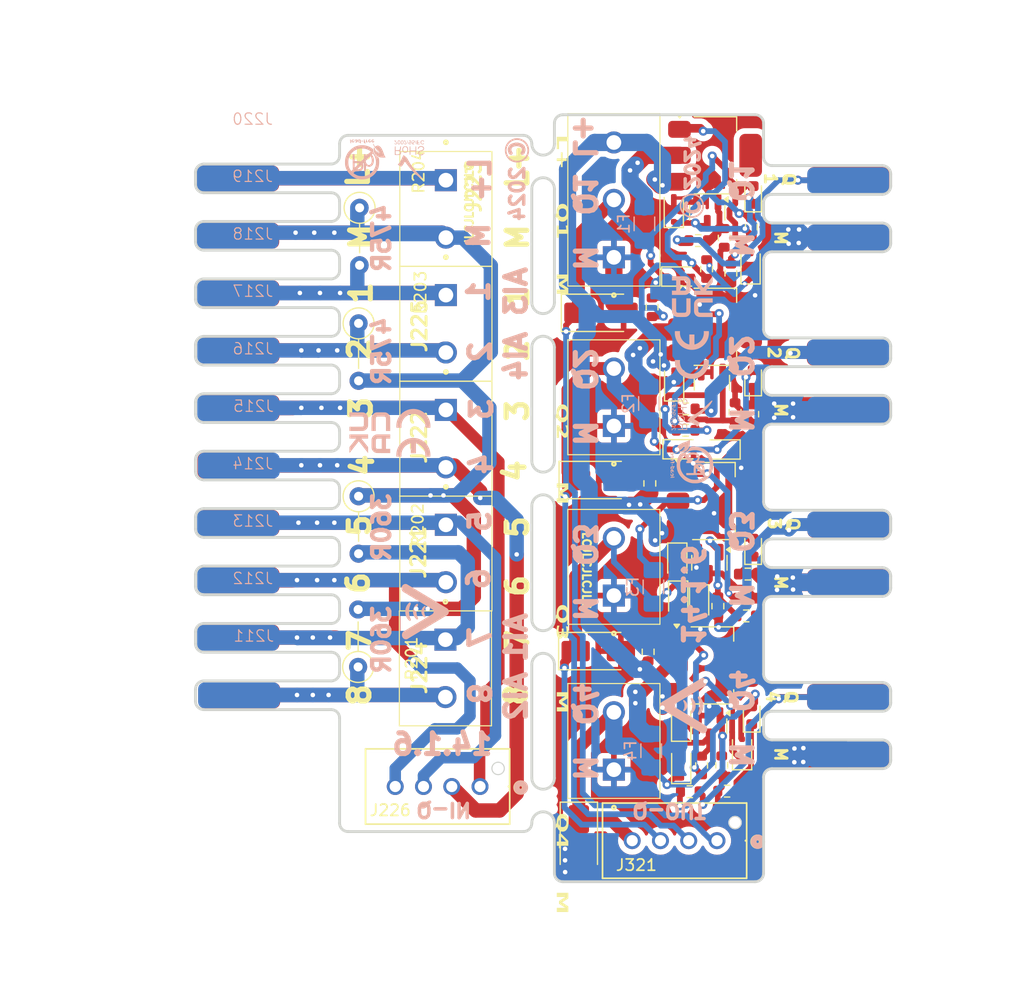
<source format=kicad_pcb>
(kicad_pcb (version 20221018) (generator pcbnew)
  (layers (0 "F.Cu" signal) (31 "B.Cu" signal) (34 "B.Paste" user) (35 "F.Paste" user) (36 "B.SilkS" user "B.Silkscreen") (37 "F.SilkS" user "F.Silkscreen") (38 "B.Mask" user) (39 "F.Mask" user) (44 "Edge.Cuts" user))
  (net 0 "")
  (net 1 "Net-(J306-Pin_1)")
  (net 2 "Net-(J302-Pin_1)")
  (net 3 "Net-(J304-Pin_1)")
  (net 4 "Net-(J201-Pin_1)")
  (net 5 "Net-(J202-Pin_1)")
  (net 6 "Net-(J203-Pin_1)")
  (net 7 "Net-(J204-Pin_1)")
  (net 8 "Net-(J205-Pin_1)")
  (net 9 "Net-(J206-Pin_1)")
  (net 10 "Net-(J207-Pin_1)")
  (net 11 "Net-(J208-Pin_1)")
  (net 12 "M")
  (net 13 "Net-(J210-Pin_1)")
  (net 14 "Net-(J314-Pin_1)")
  (net 15 "GNDPWR")
  (net 16 "Net-(D10-A)")
  (net 17 "Net-(D5-K)")
  (net 18 "Net-(D6-K)")
  (net 19 "Net-(D7-K)")
  (net 20 "Net-(D8-K)")
  (net 21 "Net-(Q1-G)")
  (net 22 "Net-(D2-K)")
  (net 23 "Net-(D3-K)")
  (net 24 "Net-(D4-K)")
  (net 25 "Net-(Q2-G)")
  (net 26 "Net-(Q3-G)")
  (net 27 "Net-(Q4-G)")
  (net 28 "Net-(Q5-G)")
  (net 29 "Net-(Q6-G)")
  (net 30 "Net-(Q8-G)")
  (net 31 "Net-(Q10-G)")
  (net 32 "Net-(D11-A)")
  (net 33 "Net-(D10-K)")
  (net 34 "Net-(D1-K)")
  (net 35 "Net-(D1-A)")
  (net 36 "Net-(D12-K)")
  (net 37 "Net-(Q5-D)")
  (net 38 "Net-(Q6-D)")
  (net 39 "Net-(Q8-D)")
  (net 40 "Net-(Q10-D)")
  (footprint "Resistor_SMD:R_0603_1608Metric" (layer "F.Cu") (at 110.88 83.575 -90)
    (fp_text reference "R3" hide)
    (fp_text value "6.2K")
  )
  (footprint "Resistor_SMD:R_0603_1608Metric" (layer "F.Cu") (at 110.53 114.055 -90)
    (fp_text reference "R7" hide)
    (fp_text value "6.2K")
  )
  (footprint "Diode_SMD:D_SOD-323F" (layer "F.Cu") (at 118.84 122.88 90)
    (fp_text reference "D13" hide)
    (fp_text value "BAT54J")
  )
  (footprint "PCB_Library:1729128" (layer "F.Cu") (at 107.5 94.08 90)
    (fp_text reference "J317" hide)
    (fp_text value "DB128L-5.08-2P-BK-S" hide)
  )
  (footprint "PCB_Library:Conn_pin_PLC" (layer "F.Cu") (at 126.90175 113.295)
    (fp_text reference "J302" hide)
    (fp_text value "Conn_01x01_PAD")
  )
  (footprint "PCB_Library:mouse-bite-2mm-slot" (layer "F.Cu") (at 101.3 85.14 90)
    (fp_text reference "mouse-bite-2mm-slot" hide)
    (fp_text value "VAL**" hide)
  )
  (footprint "Resistor_SMD:R_0603_1608Metric" (layer "F.Cu") (at 119.66 76.485 90)
    (fp_text reference "R17" hide)
    (fp_text value "6.2K")
  )
  (footprint "PCB_Library:mouse-bite-2mm-slot" (layer "F.Cu") (at 101.3 127.2 90)
    (fp_text reference "mouse-bite-2mm-slot" hide)
    (fp_text value "VAL**" hide)
  )
  (footprint "LED_SMD:LED_0603_1608Metric" (layer "F.Cu") (at 119.69 119.6675 90)
    (fp_text reference "D3" hide)
    (fp_text value "LED WHITE")
  )
  (footprint "PCB_Library:Conn_pin_PLC" (layer "F.Cu") (at 126.93175 67.565)
    (fp_text reference "J310" hide)
    (fp_text value "Conn_01x01_PAD")
  )
  (footprint "Diode_SMD:D_SOD-323F" (layer "F.Cu") (at 115.04 109.7425 -90)
    (fp_text reference "D7" hide)
    (fp_text value "BAT54J")
  )
  (footprint "Resistor_SMD:R_0603_1608Metric" (layer "F.Cu") (at 116.7 110.015 90)
    (fp_text reference "R5" hide)
    (fp_text value "6.2K")
  )
  (footprint "Diode_SMD:D_SOD-323F" (layer "F.Cu") (at 113.19 109.4025 -90)
    (fp_text reference "D14" hide)
    (fp_text value "BAT54J")
  )
  (footprint "Resistor_SMD:R_0603_1608Metric" (layer "F.Cu") (at 113.86 92.57 180)
    (fp_text reference "R21" hide)
    (fp_text value "6.2K")
  )
  (footprint "Resistor_SMD:R_0603_1608Metric" (layer "F.Cu") (at 119.205 110.88 180)
    (fp_text reference "R14" hide)
    (fp_text value "6.2K")
  )
  (footprint "PCB_Library:Conn_pin_PLC" (layer "F.Cu") (at 72.97 67.432224)
    (fp_text reference "J210" hide)
    (fp_text value "Conn_01x01_PAD")
  )
  (footprint "Diode_SMD:D_SOD-323F" (layer "F.Cu") (at 113.11 106.0425 -90)
    (fp_text reference "D11" hide)
    (fp_text value "BAT54J")
  )
  (footprint "LED_SMD:LED_0603_1608Metric" (layer "F.Cu") (at 119.82 73.65 90)
    (fp_text reference "D1" hide)
    (fp_text value "LED WHITE")
  )
  (footprint "PCB_Library:Conn_pin_PLC" (layer "F.Cu") (at 72.97 72.49)
    (fp_text reference "J209" hide)
    (fp_text value "Conn_01x01_PAD")
  )
  (footprint "Resistor_SMD:R_0603_1608Metric" (layer "F.Cu") (at 110.68 99.16 -90)
    (fp_text reference "R6" hide)
    (fp_text value "6.2K")
  )
  (footprint "Diode_SMD:D_SMA" (layer "F.Cu") (at 104.4 130.8625 -90)
    (fp_text reference "D303" hide)
    (fp_text value "SS34")
  )
  (footprint "Package_TO_SOT_SMD:SOT-23" (layer "F.Cu") (at 115.93 120.6375 -90)
    (fp_text reference "Q1" hide)
    (fp_text value "2N7002")
  )
  (footprint "Resistor_SMD:R_0603_1608Metric" (layer "F.Cu") (at 119.24 109.31)
    (fp_text reference "R18" hide)
    (fp_text value "6.2K")
  )
  (footprint "PCB_Library:Conn_pin_PLC" (layer "F.Cu") (at 126.92175 98.065)
    (fp_text reference "J314" hide)
    (fp_text value "Conn_01x01_PAD")
  )
  (footprint "PCB_Library:Conn_pin_PLC" (layer "F.Cu") (at 126.95175 87.895)
    (fp_text reference "J311" hide)
    (fp_text value "Conn_01x01_PAD")
  )
  (footprint "PCB_Library:SOT-223 DMP6023LE" (layer "F.Cu") (at 116.32 100.72)
    (fp_text reference "Q8" hide)
    (fp_text value "DMP6023LE-PMOS")
  )
  (footprint "PCB_Library:Conn_pin_PLC" (layer "F.Cu") (at 73 87.733334)
    (fp_text reference "J206" hide)
    (fp_text value "Conn_01x01_PAD")
  )
  (footprint "Diode_SMD:D_SOD-323F" (layer "F.Cu") (at 112.83 90.2575 90)
    (fp_text reference "D6" hide)
    (fp_text value "BAT54J")
  )
  (footprint "PCB_Library:Conn_pin_PLC" (layer "F.Cu") (at 126.87175 82.835)
    (fp_text reference "J306" hide)
    (fp_text value "Conn_01x01_PAD")
  )
  (footprint "PCB_Library:Conn_pin_PLC" (layer "F.Cu") (at 126.92175 118.385)
    (fp_text reference "J307" hide)
    (fp_text value "Conn_01x01_PAD")
  )
  (footprint "Diode_SMD:D_SMA" (layer "F.Cu") (at 106.12 113.99)
    (fp_text reference "D302" hide)
    (fp_text value "SS34")
  )
  (footprint "PCB_Library:SOT-223 DMP6023LE" (layer "F.Cu") (at 116.45 85.3075)
    (fp_text reference "Q6" hide)
    (fp_text value "DMP6023LE-PMOS")
  )
  (footprint "Resistor_SMD:R_0603_1608Metric" (layer "F.Cu") (at 119.345 107.18)
    (fp_text reference "R12" hide)
    (fp_text value "4.7k")
  )
  (footprint "Diode_SMD:D_SOD-323F" (layer "F.Cu") (at 113.45 96.14)
    (fp_text reference "D15" hide)
    (fp_text value "BAT54J")
  )
  (footprint "PCB_Library:Conn_pin_PLC" (layer "F.Cu") (at 72.99 108.044446)
    (fp_text reference "J202" hide)
    (fp_text value "Conn_01x01_PAD")
  )
  (footprint "PCB_Library:Conn_pin_PLC" (layer "F.Cu") (at 126.92175 72.665)
    (fp_text reference "J309" hide)
    (fp_text value "Conn_01x01_PAD")
  )
  (footprint "Package_TO_SOT_SMD:SOT-23" (layer "F.Cu") (at 115.95 106.1775 -90)
    (fp_text reference "Q2" hide)
    (fp_text value "2N7002")
  )
  (footprint "Diode_SMD:D_SOD-323F" (layer "F.Cu") (at 112.8 74.9175 90)
    (fp_text reference "D5" hide)
    (fp_text value "BAT54J")
  )
  (footprint "Resistor_SMD:R_0603_1608Metric" (layer "F.Cu") (at 119.78 93.035 90)
    (fp_text reference "R10" hide)
    (fp_text value "4.7k")
  )
  (footprint "Resistor_THT:R_Axial_DIN0207_L6.3mm_D2.5mm_P5.08mm_Vertical" (layer "F.Cu") (at 85.00825 74.782224 -90)
    (fp_text reference "R204")
    (fp_text value "475R")
  )
  (footprint "PCB_Library:1729128" (layer "F.Cu") (at 92.64 92.66 -90)
    (fp_text reference "J222")
    (fp_text value "DB128L-5.08-2P-BK-S" hide)
  )
  (footprint "PCB_Library:Conn_pin_PLC" (layer "F.Cu") (at 73 102.966668)
    (fp_text reference "J203" hide)
    (fp_text value "Conn_01x01_PAD")
  )
  (footprint "Diode_SMD:D_SOD-323F" (layer "F.Cu") (at 113.46 124.1 90)
    (fp_text reference "D12" hide)
    (fp_text value "BAT54J")
  )
  (footprint "Resistor_THT:R_Axial_DIN0207_L6.3mm_D2.5mm_P5.08mm_Vertical" (layer "F.Cu") (at 84.91825 100.297224 -90)
    (fp_text reference "R202")
    (fp_text value "360R")
  )
  (footprint "Resistor_SMD:R_0603_1608Metric" (layer "F.Cu") (at 113.845 94.46)
    (fp_text reference "R20" hide)
    (fp_text value "6.2K")
  )
  (footprint "Resistor_SMD:R_0603_1608Metric" (layer "F.Cu") (at 114.96 77.68)
    (fp_text reference "R4" hide)
    (fp_text value "6.2K")
  )
  (footprint "PCB_Library:Conn_pin_PLC" (layer "F.Cu") (at 126.90175 103.125)
    (fp_text reference "J315" hide)
    (fp_text value "Conn_01x01_PAD")
  )
  (footprint "PCB_Library:Conn_pin_PLC" (layer "F.Cu") (at 72.99 77.587778)
    (fp_text reference "J208" hide)
    (fp_text value "Conn_01x01_PAD")
  )
  (footprint "PCB_Library:1729128" (layer "F.Cu") (at 92.6 112.98 -90)
    (fp_text reference "J224")
    (fp_text value "DB128L-5.08-2P-BK-S" hide)
  )
  (footprint "PCB_Library:1729128" (layer "F.Cu") (at 107.5 109.08 90)
    (fp_text reference "J320" hide)
    (fp_text value "DB128L-5.08-2P-BK-S" hide)
  )
  (footprint "Diode_SMD:D_SMA" (layer "F.Cu") (at 106.16 98.86)
    (fp_text reference "D301" hide)
    (fp_text value "SS34")
  )
  (footprint "Resistor_THT:R_Axial_DIN0207_L6.3mm_D2.5mm_P5.08mm_Vertical" (layer "F.Cu") (at 84.87825 115.392224 90)
    (fp_text reference "R201")
    (fp_text value "360R")
  )
  (footprint "Package_TO_SOT_SMD:SOT-23" (layer "F.Cu") (at 116.17 90.2525 -90)
    (fp_text reference "Q3" hide)
    (fp_text value "2N7002")
  )
  (footprint "PCB_Library:CONN_B04B-XASK-1-A_JST" (layer "F.Cu") (at 95.66 125.97)
    (fp_text reference "J226")
    (fp_text value "B04B-XASK-1")
    (fp_circle (center 1.6 -1.6) (end 2.15 -1.6) (stroke (width 0.1)) (fill none) (layer "Edge.Cuts"))
  )
  (footprint "PCB_Library:Conn_pin_PLC" (layer "F.Cu") (at 73.06175 113.165)
    (fp_text reference "J201" hide)
    (fp_text value "Conn_01x01_PAD")
  )
  (footprint "Resistor_SMD:R_0603_1608Metric" (layer "F.Cu") (at 114.215 126.43 180)
    (fp_text reference "R8" hide)
    (fp_text value "6.2K")
  )
  (footprint "Resistor_SMD:R_0603_1608Metric" (layer "F.Cu") (at 117.515 126.38)
    (fp_text reference "R11" hide)
    (fp_text value "4.7k")
  )
  (footprint "Diode_SMD:D_SOD-323F" (layer "F.Cu") (at 117.06 96.16 180)
    (fp_text reference "D10" hide)
    (fp_text value "BAT54J")
  )
  (footprint "PCB_Library:XY128V-A-5.08-3P" (layer "F.Cu") (at 107.5 79.16 90)
    (fp_text reference "J318" hide)
    (fp_text value "DB128L-5.08-3P-BK-S" hide)
  )
  (footprint "PCB_Library:SOT-223 DMP6023LE" (layer "F.Cu") (at 116.45 70.14)
    (fp_text reference "Q5" hide)
    (fp_text value "DMP6023LE-PMOS")
  )
  (footprint "Resistor_SMD:R_0603_1608Metric" (layer "F.Cu") (at 117.85 80.58 90)
    (fp_text reference "R9" hide)
    (fp_text value "4.7k")
  )
  (footprint "LED_SMD:LED_0603_1608Metric" (layer "F.Cu") (at 119.82 104.8375 90)
    (fp_text reference "D4" hide)
    (fp_text value "LED WHITE")
  )
  (footprint "Diode_SMD:D_SOD-323F" (layer "F.Cu") (at 113.33 80.86)
    (fp_text reference "D16" hide)
    (fp_text value "BAT54J")
  )
  (footprint "Resistor_SMD:R_0603_1608Metric" (layer "F.Cu") (at 115.26 124.11 90)
    (fp_text reference "R19" hide)
    (fp_text value "6.2K")
  )
  (footprint "Resistor_SMD:R_0603_1608Metric" (layer "F.Cu") (at 118.22 92.855 -90)
    (fp_text reference "R15" hide)
    (fp_text value "6.2K")
  )
  (footprint "PCB_Library:mouse-bite-2mm-slot" (layer "F.Cu") (at 101.3 99.16 90)
    (fp_text reference "mouse-bite-2mm-slot" hide)
    (fp_text value "VAL**" hide)
  )
  (footprint "Diode_SMD:D_SMA" (layer "F.Cu") (at 106.36 84.07)
    (fp_text reference "D309" hide)
    (fp_text value "SS34")
  )
  (footprint "PCB_Library:mouse-bite-2mm-slot" (layer "F.Cu") (at 101.3 113.17 90)
    (fp_text reference "mouse-bite-2mm-slot" hide)
    (fp_text value "VAL**" hide)
  )
  (footprint "Resistor_THT:R_Axial_DIN0207_L6.3mm_D2.5mm_P5.08mm_Vertical" (layer "F.Cu") (at 84.91825 85.002224 -90)
    (fp_text reference "R203")
    (fp_text value "475R")
  )
  (footprint "Package_TO_SOT_SMD:SOT-23" (layer "F.Cu") (at 115.76 75.21 -90)
    (fp_text reference "Q4" hide)
    (fp_text value "2N7002")
  )
  (footprint "PCB_Library:Conn_pin_PLC" (layer "F.Cu") (at 72.99 97.89889)
    (fp_text reference "J204" hide)
    (fp_text value "Conn_01x01_PAD")
  )
  (footprint "PCB_Library:Conn_pin_PLC" (layer "F.Cu") (at 73 82.645556)
    (fp_text reference "J207" hide)
    (fp_text value "Conn_01x01_PAD")
  )
  (footprint "PCB_Library:Conn_pin_PLC" (layer "F.Cu") (at 72.97175 92.835)
    (fp_text reference "J205" hide)
    (fp_text value "Conn_01x01_PAD")
  )
  (footprint "PCB_Library:1729128" (layer "F.Cu") (at 92.64 102.82 -90)
    (fp_text reference "J221")
    (fp_text value "DB128L-5.08-2P-BK-S" hide)
  )
  (footprint "Diode_SMD:D_SOD-323F" (layer "F.Cu") (at 113.45 120.3575 90)
    (fp_text reference "D8" hide)
    (fp_text value "BAT54J")
  )
  (footprint "PCB_Library:1729128" (layer "F.Cu") (at 92.64 72.34 -90)
    (fp_text reference "J223")
    (fp_text value "DB128L-5.08-2P-BK-S" hide)
  )
  (footprint "PCB_Library:SOT-223 DMP6023LE" (layer "F.Cu") (at 116.19 115.26)
    (fp_text reference "Q10" hide)
    (fp_text value "DMP6023LE-PMOS")
  )
  (footprint "PCB_Library:1729128" (layer "F.Cu") (at 92.64 82.5 -90)
    (fp_text reference "J225")
    (fp_text value "DB128L-5.08-2P-BK-S" hide)
  )
  (footprint "LED_SMD:LED_0603_1608Metric" (layer "F.Cu") (at 119.82 89.9225 90)
    (fp_text reference "D2" hide)
    (fp_text value "LED WHITE")
  )
  (footprint "Resistor_SMD:R_0603_1608Metric" (layer "F.Cu") (at 117.04 124.09 -90)
    (fp_text reference "R13" hide)
    (fp_text value "6.2K")
  )
  (footprint "PCB_Library:mouse-bite-2mm-slot" (layer "F.Cu") (at 101.29 71.11 90)
    (fp_text reference "mouse-bite-2mm-slot" hide)
    (fp_text value "VAL**" hide)
  )
  (footprint "Resistor_SMD:R_0603_1608Metric" (layer "F.Cu") (at 115.7 80.2 90)
    (fp_text reference "R1" hide)
    (fp_text value "6.2K")
  )
  (footprint "Diode_SMD:D_SOD-323F" (layer "F.Cu") (at 119.59 79.91 90)
    (fp_text reference "D9" hide)
    (fp_text value "BAT54J")
  )
  (footprint "PCB_Library:1729128" (layer "F.Cu") (at 107.5 124.48 90)
    (fp_text reference "J319" hide)
    (fp_text value "DB128L-5.08-2P-BK-S" hide)
  )
  (footprint "Resistor_SMD:R_0603_1608Metric" (layer "F.Cu") (at 117.26 77.445 90)
    (fp_text reference "R2" hide)
    (fp_text value "6.2K")
  )
  (footprint "PCB_Library:CONN_B04B-XASK-1-A_JST" (layer "F.Cu") (at 116.62 130.76)
    (fp_text reference "J321")
    (fp_text value "B04B-XASK-1")
    (fp_circle (center 1.6 -1.6) (end 2.15 -1.6) (stroke (width 0.1)) (fill none) (layer "Edge.Cuts"))
  )
  (footprint "Fuse:Fuse_1206_3216Metric_Pad1.42x1.75mm_HandSolder" (layer "B.Cu") (at 110.6 92.0875 -90)
    (fp_text reference "F2")
    (fp_text value "Fuse_Small 3A")
  )
  (footprint "PCB_Library:Conn_pin_PLC" (layer "B.Cu") (at 129.52825 67.595 180)
    (fp_text reference "J304" hide)
    (fp_text value "Conn_01x01_PAD")
  )
  (footprint "Fuse:Fuse_1206_3216Metric_Pad1.42x1.75mm_HandSolder" (layer "B.Cu") (at 111 108.3125 -90)
    (fp_text reference "F3")
    (fp_text value "Fuse_Small 3A")
  )
  (footprint "PCB_Library:Conn_pin_PLC" (layer "B.Cu") (at 75.5665 108.062224 180)
    (fp_text reference "J212")
    (fp_text value "Conn_01x01_PAD")
  )
  (footprint "PCB_Library:Conn_pin_PLC" (layer "B.Cu") (at 75.5765 87.742224 180)
    (fp_text reference "J216")
    (fp_text value "Conn_01x01_PAD")
  )
  (footprint "PCB_Library:Conn_pin_PLC" (layer "B.Cu") (at 75.5765 102.982224 180)
    (fp_text reference "J213")
    (fp_text value "Conn_01x01_PAD")
  )
  (footprint "PCB_Library:Conn_pin_PLC" (layer "B.Cu") (at 75.5765 82.652224 180)
    (fp_text reference "J217")
    (fp_text value "Conn_01x01_PAD")
  )
  (footprint "LOGO" (layer "B.Cu") (at 89.91 95.01 -90)
    (fp_text reference "G***" hide)
    (fp_text value "LOGO" hide)
  )
  (footprint "LOGO" (layer "B.Cu") (at 114.4 82.6 90)
    (fp_text reference "G***" hide)
    (fp_text value "LOGO" hide)
  )
  (footprint "LOGO" (layer "B.Cu") (at 114.253145 87.473124 90)
    (fp_text reference "G***" hide)
    (fp_text value "LOGO" hide)
  )
  (footprint "LOGO" (layer "B.Cu") (at 114.4 95.4 90)
    (fp_text reference "G***" hide)
    (fp_text value "LOGO" hide)
  )
  (footprint "PCB_Library:Conn_pin_PLC" (layer "B.Cu") (at 129.52825 113.315 180)
    (fp_text reference "J308" hide)
    (fp_text value "Conn_01x01_PAD")
  )
  (footprint "PCB_Library:Conn_pin_PLC" (layer "B.Cu") (at 75.5465 72.492224 180)
    (fp_text reference "J219")
    (fp_text value "Conn_01x01_PAD")
  )
  (footprint "PCB_Library:Conn_pin_PLC" (layer "B.Cu") (at 75.64825 113.152224 180)
    (fp_text reference "J211")
    (fp_text value "Conn_01x01_PAD")
  )
  (footprint "PCB_Library:Conn_pin_PLC" (layer "B.Cu") (at 129.52825 82.815 180)
    (fp_text reference "J312" hide)
    (fp_text value "Conn_01x01_PAD")
  )
  (footprint "PCB_Library:Conn_pin_PLC" (layer "B.Cu") (at 129.53825 98.045 180)
    (fp_text reference "J316" hide)
    (fp_text value "Conn_01x01_PAD")
  )
  (footprint "Fuse:Fuse_1206_3216Metric_Pad1.42x1.75mm_HandSolder" (layer "B.Cu") (at 110.2 76.2 -90)
    (fp_text reference "F1")
    (fp_text value "Fuse_Small 3A")
  )
  (footprint "PCB_Library:Conn_pin_PLC" (layer "B.Cu") (at 75.5665 97.912224 180)
    (fp_text reference "J214")
    (fp_text value "Conn_01x01_PAD")
  )
  (footprint "PCB_Library:Conn_pin_PLC" (layer "B.Cu") (at 129.53825 87.895 180)
    (fp_text reference "J305" hide)
    (fp_text value "Conn_01x01_PAD")
  )
  (footprint "PCB_Library:Conn_pin_PLC" (layer "B.Cu") (at 129.52825 118.375 180)
    (fp_text reference "J301" hide)
    (fp_text value "Conn_01x01_PAD")
  )
  (footprint "LOGO" (layer "B.Cu") (at 85.95 94.71 -90)
    (fp_text reference "G***" hide)
    (fp_text value "LOGO" hide)
  )
  (footprint "PCB_Library:Conn_pin_PLC" (layer "B.Cu") (at 75.62825 92.825 180)
    (fp_text reference "J215")
    (fp_text value "Conn_01x01_PAD")
  )
  (footprint "PCB_Library:Conn_pin_PLC" (layer "B.Cu") (at 129.54825 72.655 180)
    (fp_text reference "J303" hide)
    (fp_text value "Conn_01x01_PAD")
  )
  (footprint "LOGO" (layer "B.Cu") (at 87.21825 70.503224)
    (fp_text reference "G***" hide)
    (fp_text value "LOGO" hide)
  )
  (footprint "Fuse:Fuse_1206_3216Metric_Pad1.42x1.75mm_HandSolder" (layer "B.Cu") (at 110.8 122.8 -90)
    (fp_text reference "F4")
    (fp_text value "Fuse_Small 3A")
  )
  (footprint "PCB_Library:Conn_pin_PLC" (layer "B.Cu") (at 129.52825 103.145 180)
    (fp_text reference "J313" hide)
    (fp_text value "Conn_01x01_PAD")
  )
  (footprint "PCB_Library:Conn_pin_PLC" (layer "B.Cu") (at 75.5665 77.592224 180)
    (fp_text reference "J218")
    (fp_text value "Conn_01x01_PAD")
  )
  (footprint "PCB_Library:Conn_pin_PLC" (layer "B.Cu") (at 75.5465 67.432224 180)
    (fp_text reference "J220")
    (fp_text value "Conn_01x01_PAD")
  )
  (gr_poly (pts (xy 114.737531 118.863686) (xy 114.7338 118.911267) (xy 114.727513 118.958365) (xy 114.718716 119.004887) (xy 114.707451 119.050737) (xy 114.693762 119.095821) (xy 114.677691 119.140044) (xy 114.659282 119.183312) (xy 114.638579 119.22553) (xy 114.615624 119.266603) (xy 114.590461 119.306437) (xy 114.563133 119.344938) (xy 114.533684 119.382011) (xy 114.502156 119.417561) (xy 114.468594 119.451493) (xy 114.433039 119.483713) (xy 114.427018 119.488656) (xy 114.420885 119.493635) (xy 114.414677 119.498615) (xy 114.408433 119.503557) (xy 114.408316 119.503671) (xy 114.408196 119.503782) (xy 114.408073 119.503889) (xy 114.407947 119.503993) (xy 114.407819 119.504093) (xy 114.407687 119.504189) (xy 114.407554 119.504282) (xy 114.407418 119.504372) (xy 114.407279 119.504457) (xy 114.407139 119.504539) (xy 114.406996 119.504617) (xy 114.406851 119.50469) (xy 114.406703 119.50476) (xy 114.406554 119.504826) (xy 114.406403 119.504888) (xy 114.40625 119.504946) (xy 114.404316 119.505937) (xy 114.402359 119.506873) (xy 114.400379 119.507754) (xy 114.398378 119.50858) (xy 114.396356 119.50935) (xy 114.394315 119.510065) (xy 114.392256 119.510724) (xy 114.39018 119.511326) (xy 114.388089 119.511871) (xy 114.385983 119.51236) (xy 114.383864 119.512791) (xy 114.381733 119.513164) (xy 114.379591 119.51348) (xy 114.377439 119.513737) (xy 114.375279 119.513935) (xy 114.373111 119.514075) (xy 114.369016 119.513735) (xy 114.364975 119.513214) (xy 114.360992 119.512515) (xy 114.357072 119.511643) (xy 114.353218 119.510602) (xy 114.349434 119.509396) (xy 114.345726 119.508029) (xy 114.342096 119.506504) (xy 114.33855 119.504827) (xy 114.335091 119.503001) (xy 114.331723 119.501029) (xy 114.328452 119.498917) (xy 114.32528 119.496668) (xy 114.322212 119.494286) (xy 114.319253 119.491775) (xy 114.316406 119.48914) (xy 114.313676 119.486384) (xy 114.311067 119.483511) (xy 114.308582 119.480526) (xy 114.306227 119.477432) (xy 114.304006 119.474233) (xy 114.301921 119.470934) (xy 114.299979 119.467539) (xy 114.298183 119.464051) (xy 114.296537 119.460476) (xy 114.295045 119.456815) (xy 114.293711 119.453075) (xy 114.292541 119.449258) (xy 114.291537 119.445369) (xy 114.290704 119.441412) (xy 114.290046 119.437391) (xy 114.289568 119.433311) (xy 114.289113 119.431006) (xy 114.288724 119.428691) (xy 114.288401 119.426367) (xy 114.288144 119.424035) (xy 114.287954 119.421696) (xy 114.28783 119.419353) (xy 114.287773 119.417006) (xy 114.287783 119.414657) (xy 114.287783 119.411879) (xy 114.287794 119.410081) (xy 114.287853 119.408284) (xy 114.287957 119.40649) (xy 114.288108 119.4047) (xy 114.288305 119.402914) (xy 114.288548 119.401133) (xy 114.288837 119.399359) (xy 114.289172 119.397592) (xy 114.289531 119.396192) (xy 114.289874 119.394787) (xy 114.290198 119.393379) (xy 114.290505 119.391966) (xy 114.290794 119.39055) (xy 114.291065 119.38913) (xy 114.291318 119.387707) (xy 114.291553 119.38628) (xy 114.291573 119.385729) (xy 114.291632 119.38519) (xy 114.291724 119.384662) (xy 114.291847 119.384144) (xy 114.291997 119.383634) (xy 114.29217 119.383131) (xy 114.292362 119.382633) (xy 114.29257 119.382138) (xy 114.293016 119.381155) (xy 114.293478 119.380169) (xy 114.293927 119.37917) (xy 114.294136 119.378661) (xy 114.294331 119.378145) (xy 114.294621 119.37716) (xy 114.294942 119.376186) (xy 114.295294 119.375223) (xy 114.295676 119.374272) (xy 114.296089 119.373334) (xy 114.296532 119.37241) (xy 114.297004 119.371499) (xy 114.297506 119.370604) (xy 114.298679 119.368602) (xy 114.299819 119.36661) (xy 114.300932 119.364618) (xy 114.302021 119.362617) (xy 114.303091 119.360597) (xy 114.304148 119.358549) (xy 114.305195 119.356463) (xy 114.306237 119.354332) (xy 114.306664 119.353608) (xy 114.307103 119.352892) (xy 114.307555 119.352184) (xy 114.308021 119.351485) (xy 114.308499 119.350794) (xy 114.308989 119.350112) (xy 114.309492 119.349439) (xy 114.310008 119.348776) (xy 114.311241 119.347125) (xy 114.312506 119.345498) (xy 114.313801 119.343896) (xy 114.315126 119.34232) (xy 114.316482 119.340769) (xy 114.317867 119.339244) (xy 114.319281 119.337746) (xy 114.320723 119.336274) (xy 114.319186 119.337617) (xy 114.317689 119.339004) (xy 114.316233 119.340433) (xy 114.31482 119.341903) (xy 114.31345 119.343414) (xy 114.312125 119.344964) (xy 114.310845 119.346553) (xy 114.309611 119.34818) (xy 114.324521 119.317217) (xy 114.338478 119.285872) (xy 114.351479 119.254167) (xy 114.363517 119.222124) (xy 114.374587 119.189766) (xy 114.384685 119.157115) (xy 114.393805 119.124193) (xy 114.401943 119.091021) (xy 114.409093 119.057623) (xy 114.415249 119.024021) (xy 114.420408 118.990235) (xy 114.424564 118.956289) (xy 114.427712 118.922205) (xy 114.429846 118.888005) (xy 114.430962 118.853711) (xy 114.431055 118.819345) (xy 114.430944 118.784241) (xy 114.429763 118.749214) (xy 114.427519 118.714288) (xy 114.424216 118.679486) (xy 114.41986 118.644833) (xy 114.414457 118.610352) (xy 114.408013 118.576066) (xy 114.400532 118.541999) (xy 114.392021 118.508175) (xy 114.382484 118.474618) (xy 114.371929 118.44135) (xy 114.360359 118.408396) (xy 114.347782 118.37578) (xy 114.334201 118.343524) (xy 114.319624 118.311653) (xy 114.304055 118.28019) (xy 114.303677 118.279705) (xy 114.30331 118.279213) (xy 114.302953 118.278714) (xy 114.302606 118.278207) (xy 114.30227 118.277695) (xy 114.301944 118.277175) (xy 114.30163 118.276649) (xy 114.301326 118.276117) (xy 114.301032 118.275579) (xy 114.30075 118.275035) (xy 114.300479 118.274486) (xy 114.300219 118.27393) (xy 114.29997 118.27337) (xy 114.299733 118.272804) (xy 114.299507 118.272233) (xy 114.299292 118.271657) (xy 114.297896 118.26879) (xy 114.296587 118.265888) (xy 114.295367 118.262952) (xy 114.294236 118.259984) (xy 114.293195 118.256986) (xy 114.292244 118.253961) (xy 114.291383 118.250911) (xy 114.290612 118.247837) (xy 114.289934 118.244741) (xy 114.289347 118.241626) (xy 114.288853 118.238494) (xy 114.288451 118.235346) (xy 114.288143 118.232185) (xy 114.287928 118.229013) (xy 114.287808 118.225831) (xy 114.287783 118.222643) (xy 114.287892 118.217596) (xy 114.288215 118.212617) (xy 114.288748 118.207711) (xy 114.289485 118.202886) (xy 114.290421 118.198146) (xy 114.29155 118.193498) (xy 114.292868 118.188948) (xy 114.294368 118.184503) (xy 114.296047 118.180167) (xy 114.297898 118.175948) (xy 114.299917 118.171851) (xy 114.302098 118.167882) (xy 114.304436 118.164048) (xy 114.306926 118.160354) (xy 114.309562 118.156807) (xy 114.312339 118.153413) (xy 114.315253 118.150177) (xy 114.318297 118.147106) (xy 114.321467 118.144206) (xy 114.324757 118.141483) (xy 114.328163 118.138943) (xy 114.331678 118.136592) (xy 114.335298 118.134436) (xy 114.339017 118.132481) (xy 114.34283 118.130733) (xy 114.346733 118.129199) (xy 114.350719 118.127884) (xy 114.354783 118.126795) (xy 114.358921 118.125937) (xy 114.363127 118.125317) (xy 114.367396 118.12494) (xy 114.371722 118.124813) (xy 114.374351 118.12486) (xy 114.376971 118.124999) (xy 114.379581 118.125231) (xy 114.382176 118.125554) (xy 114.384756 118.125968) (xy 114.387317 118.126472) (xy 114.389857 118.127065) (xy 114.392375 118.127747) (xy 114.394867 118.128517) (xy 114.397331 118.129375) (xy 114.399765 118.130319) (xy 114.402167 118.131349) (xy 114.404533 118.132465) (xy 114.406863 118.133665) (xy 114.409153 118.13495) (xy 114.411401 118.136317) (xy 114.411409 118.136323) (xy 114.415577 118.139634) (xy 114.419744 118.14302) (xy 114.423911 118.14648) (xy 114.428078 118.150015) (xy 114.463871 118.18197) (xy 114.497685 118.215651) (xy 114.529476 118.250966) (xy 114.559201 118.287818) (xy 114.586814 118.326114) (xy 114.612273 118.36576) (xy 114.635533 118.406662) (xy 114.656549 118.448725) (xy 114.67528 118.491855) (xy 114.691679 118.535957) (xy 114.705704 118.580938) (xy 114.717309 118.626703) (xy 114.726452 118.673157) (xy 114.733089 118.720208) (xy 114.737175 118.767759) (xy 114.738666 118.815718)) (fill solid) (layer "B.SilkS"))
  (gr_poly (pts (xy 89.04697 110.443566) (xy 89.051492 110.384771) (xy 89.058926 110.327087) (xy 89.069189 110.270596) (xy 89.082199 110.215377) (xy 89.097872 110.161513) (xy 89.116125 110.109084) (xy 89.136875 110.058171) (xy 89.160039 110.008856) (xy 89.185533 109.96122) (xy 89.213275 109.915344) (xy 89.243182 109.871308) (xy 89.275169 109.829195) (xy 89.309155 109.789084) (xy 89.345056 109.751058) (xy 89.382789 109.715197) (xy 89.382789 109.714006) (xy 89.389322 109.708168) (xy 89.396059 109.702274) (xy 89.409776 109.690392) (xy 89.41008 109.690165) (xy 89.41039 109.689945) (xy 89.410705 109.689734) (xy 89.411025 109.689531) (xy 89.41135 109.689337) (xy 89.411681 109.689151) (xy 89.412016 109.688973) (xy 89.412356 109.688804) (xy 89.414402 109.687706) (xy 89.416477 109.68667) (xy 89.418578 109.685696) (xy 89.420705 109.684785) (xy 89.422856 109.683937) (xy 89.425028 109.683152) (xy 89.427222 109.682431) (xy 89.429436 109.681775) (xy 89.431667 109.681183) (xy 89.433916 109.680656) (xy 89.436179 109.680195) (xy 89.438457 109.679799) (xy 89.440747 109.67947) (xy 89.443048 109.679207) (xy 89.445359 109.679011) (xy 89.447678 109.678883) (xy 89.45197 109.679003) (xy 89.456213 109.67936) (xy 89.460403 109.679948) (xy 89.464534 109.680763) (xy 89.468603 109.681799) (xy 89.472606 109.683052) (xy 89.476538 109.684515) (xy 89.480395 109.686185) (xy 89.484173 109.688055) (xy 89.487868 109.690121) (xy 89.491475 109.692378) (xy 89.494991 109.69482) (xy 89.498411 109.697443) (xy 89.50173 109.700241) (xy 89.504946 109.703209) (xy 89.508052 109.706342) (xy 89.511046 109.709635) (xy 89.513923 109.713082) (xy 89.516679 109.71668) (xy 89.519309 109.720421) (xy 89.52181 109.724302) (xy 89.524176 109.728318) (xy 89.526405 109.732462) (xy 89.528491 109.736731) (xy 89.530431 109.741118) (xy 89.53222 109.745619) (xy 89.533855 109.750229) (xy 89.53533 109.754942) (xy 89.536641 109.759754) (xy 89.537786 109.764659) (xy 89.538758 109.769652) (xy 89.539554 109.774728) (xy 89.540096 109.777449) (xy 89.540561 109.780183) (xy 89.54095 109.782927) (xy 89.541262 109.785681) (xy 89.541497 109.788442) (xy 89.541654 109.791209) (xy 89.541734 109.793981) (xy 89.541737 109.796755) (xy 89.541737 109.800128) (xy 89.541697 109.802249) (xy 89.541611 109.804368) (xy 89.54148 109.806484) (xy 89.541304 109.808596) (xy 89.541083 109.810704) (xy 89.540817 109.812807) (xy 89.540506 109.814904) (xy 89.54015 109.816995) (xy 89.540127 109.817849) (xy 89.540063 109.818699) (xy 89.539963 109.819544) (xy 89.53983 109.820388) (xy 89.539671 109.821228) (xy 89.53949 109.822067) (xy 89.539083 109.823742) (xy 89.538224 109.827097) (xy 89.538029 109.82794) (xy 89.537852 109.828786) (xy 89.537697 109.829636) (xy 89.53757 109.830489) (xy 89.534593 109.840014) (xy 89.534226 109.841185) (xy 89.533836 109.842348) (xy 89.533423 109.843502) (xy 89.532987 109.844649) (xy 89.532529 109.845786) (xy 89.532049 109.846914) (xy 89.531546 109.848033) (xy 89.531021 109.849142) (xy 89.529681 109.85156) (xy 89.528375 109.853996) (xy 89.527106 109.856451) (xy 89.525872 109.858923) (xy 89.524674 109.861413) (xy 89.523512 109.863921) (xy 89.522387 109.866445) (xy 89.521298 109.868986) (xy 89.520848 109.869872) (xy 89.520378 109.870746) (xy 89.519887 109.871609) (xy 89.519376 109.872459) (xy 89.518844 109.873297) (xy 89.518293 109.874122) (xy 89.517722 109.874934) (xy 89.517131 109.875733) (xy 89.515776 109.877653) (xy 89.514389 109.879549) (xy 89.512971 109.881422) (xy 89.511522 109.883271) (xy 89.510043 109.885095) (xy 89.508533 109.886895) (xy 89.506993 109.888669) (xy 89.505423 109.890418) (xy 89.506291 109.889628) (xy 89.507146 109.888826) (xy 89.507989 109.888011) (xy 89.508819 109.887183) (xy 89.509636 109.886343) (xy 89.51044 109.885491) (xy 89.51123 109.884627) (xy 89.512007 109.88375) (xy 89.512771 109.882862) (xy 89.513521 109.881963) (xy 89.514257 109.881051) (xy 89.514979 109.880129) (xy 89.515687 109.879195) (xy 89.516381 109.87825) (xy 89.517061 109.877294) (xy 89.517726 109.876328) (xy 89.502389 109.90918) (xy 89.487871 109.943048) (xy 89.474195 109.977893) (xy 89.461385 110.013681) (xy 89.449465 110.050374) (xy 89.438458 110.087937) (xy 89.428387 110.126333) (xy 89.419276 110.165526) (xy 89.411149 110.205479) (xy 89.40403 110.246156) (xy 89.397941 110.287521) (xy 89.392906 110.329538) (xy 89.388949 110.372169) (xy 89.386093 110.415379) (xy 89.384363 110.459132) (xy 89.383781 110.503391) (xy 89.384393 110.548548) (xy 89.386211 110.593208) (xy 89.389211 110.637329) (xy 89.393365 110.680868) (xy 89.398648 110.723784) (xy 89.405034 110.766035) (xy 89.412498 110.807579) (xy 89.421013 110.848374) (xy 89.430553 110.888379) (xy 89.441093 110.927551) (xy 89.452607 110.965848) (xy 89.465069 111.00323) (xy 89.478453 111.039653) (xy 89.492733 111.075077) (xy 89.507883 111.109458) (xy 89.523878 111.142756) (xy 89.524277 111.143341) (xy 89.524665 111.143933) (xy 89.525042 111.144532) (xy 89.525407 111.145138) (xy 89.525759 111.14575) (xy 89.526101 111.146369) (xy 89.52643 111.146994) (xy 89.526747 111.147626) (xy 89.527052 111.148263) (xy 89.527344 111.148906) (xy 89.527625 111.149555) (xy 89.527893 111.150209) (xy 89.528148 111.150869) (xy 89.528391 111.151533) (xy 89.528621 111.152202) (xy 89.528839 111.152876) (xy 89.53042 111.156284) (xy 89.531901 111.15973) (xy 89.53328 111.163213) (xy 89.534557 111.166731) (xy 89.535732 111.170281) (xy 89.536803 111.173862) (xy 89.537771 111.17747) (xy 89.538635 111.181103) (xy 89.539394 111.18476) (xy 89.540048 111.188438) (xy 89.540596 111.192135) (xy 89.541039 111.195848) (xy 89.541375 111.199575) (xy 89.541603 111.203315) (xy 89.541724 111.207064) (xy 89.541737 111.21082) (xy 89.541617 111.21681) (xy 89.541259 111.222719) (xy 89.54067 111.228541) (xy 89.539855 111.234268) (xy 89.537573 111.245408) (xy 89.53446 111.256083) (xy 89.530562 111.266234) (xy 89.525925 111.275805) (xy 89.520598 111.284737) (xy 89.514626 111.292973) (xy 89.511412 111.296813) (xy 89.508056 111.300456) (xy 89.504561 111.303897) (xy 89.500935 111.307128) (xy 89.497183 111.310142) (xy 89.493311 111.312932) (xy 89.489324 111.31549) (xy 89.485229 111.317809) (xy 89.481031 111.319882) (xy 89.476737 111.321703) (xy 89.472351 111.323263) (xy 89.467881 111.324555) (xy 89.463331 111.325573) (xy 89.458708 111.326309) (xy 89.454017 111.326756) (xy 89.449265 111.326906) (xy 89.446391 111.32681) (xy 89.443529 111.32661) (xy 89.440681 111.326307) (xy 89.437851 111.325903) (xy 89.43504 111.325397) (xy 89.432253 111.324792) (xy 89.42949 111.324087) (xy 89.426756 111.323284) (xy 89.424052 111.322383) (xy 89.421381 111.321385) (xy 89.418746 111.320292) (xy 89.41615 111.319103) (xy 89.413595 111.31782) (xy 89.411084 111.316443) (xy 89.40862 111.314974) (xy 89.406204 111.313412) (xy 89.403897 111.31146) (xy 89.401591 111.309475) (xy 89.396977 111.305425) (xy 89.392363 111.301302) (xy 89.38775 111.297141) (xy 89.349569 111.261217) (xy 89.313219 111.223014) (xy 89.278788 111.18263) (xy 89.246363 111.140161) (xy 89.21603 111.095705) (xy 89.187878 111.049359) (xy 89.161993 111.001221) (xy 89.138462 110.951388) (xy 89.117374 110.899957) (xy 89.098814 110.847027) (xy 89.08287 110.792693) (xy 89.069629 110.737054) (xy 89.059179 110.680207) (xy 89.051607 110.622249) (xy 89.047 110.563278) (xy 89.045445 110.503391)) (fill solid) (layer "B.SilkS"))
  (gr_line (start 112.866573 118.995558) (end 112.891179 119.011829) (stroke (width 0.00496)) (layer "B.SilkS"))
  (gr_poly (pts (xy 113.998896 118.856177) (xy 113.995484 118.892003) (xy 113.989878 118.927167) (xy 113.982142 118.961618) (xy 113.972343 118.995304) (xy 113.960545 119.028173) (xy 113.946814 119.060173) (xy 113.931215 119.091254) (xy 113.913814 119.121362) (xy 113.894677 119.150446) (xy 113.873868 119.178455) (xy 113.851453 119.205337) (xy 113.827497 119.231039) (xy 113.802066 119.255511) (xy 113.775225 119.2787) (xy 113.74704 119.300555) (xy 113.727197 119.315041) (xy 113.725212 119.315041) (xy 113.723613 119.31576) (xy 113.721999 119.316441) (xy 113.720371 119.317082) (xy 113.718729 119.317684) (xy 113.717074 119.318247) (xy 113.715407 119.318771) (xy 113.713729 119.319254) (xy 113.712039 119.319698) (xy 113.71034 119.320101) (xy 113.708632 119.320465) (xy 113.706914 119.320787) (xy 113.705189 119.32107) (xy 113.703457 119.321311) (xy 113.701719 119.321512) (xy 113.699974 119.321671) (xy 113.698225 119.321789) (xy 113.695032 119.321718) (xy 113.691873 119.321506) (xy 113.688749 119.321155) (xy 113.685664 119.320668) (xy 113.682622 119.320048) (xy 113.679626 119.319298) (xy 113.67668 119.318421) (xy 113.673786 119.317419) (xy 113.670948 119.316296) (xy 113.66817 119.315054) (xy 113.665455 119.313696) (xy 113.662807 119.312225) (xy 113.660228 119.310643) (xy 113.657722 119.308955) (xy 113.655292 119.307161) (xy 113.652942 119.305267) (xy 113.650676 119.303273) (xy 113.648496 119.301183) (xy 113.646407 119.299001) (xy 113.64441 119.296727) (xy 113.642511 119.294367) (xy 113.640711 119.291922) (xy 113.639015 119.289395) (xy 113.637426 119.28679) (xy 113.635948 119.284108) (xy 113.634583 119.281354) (xy 113.633335 119.278528) (xy 113.632207 119.275636) (xy 113.631204 119.272679) (xy 113.630328 119.26966) (xy 113.629582 119.266582) (xy 113.62897 119.263448) (xy 113.628628 119.261783) (xy 113.628334 119.260109) (xy 113.628088 119.258428) (xy 113.62789 119.256741) (xy 113.62774 119.255049) (xy 113.627639 119.253354) (xy 113.627585 119.251655) (xy 113.627581 119.249954) (xy 113.627581 119.248764) (xy 113.627485 119.247476) (xy 113.627416 119.246186) (xy 113.627374 119.244895) (xy 113.627361 119.243604) (xy 113.627374 119.242313) (xy 113.627416 119.241023) (xy 113.627485 119.239733) (xy 113.627581 119.238445) (xy 113.627883 119.237442) (xy 113.628169 119.236434) (xy 113.628441 119.235423) (xy 113.628697 119.234407) (xy 113.628937 119.233388) (xy 113.629162 119.232365) (xy 113.629371 119.231339) (xy 113.629565 119.230309) (xy 113.631947 119.224356) (xy 113.632203 119.223632) (xy 113.632478 119.222916) (xy 113.632773 119.222208) (xy 113.633086 119.221508) (xy 113.633418 119.220817) (xy 113.633769 119.220135) (xy 113.634139 119.219462) (xy 113.634526 119.2188) (xy 113.635542 119.217385) (xy 113.636511 119.215969) (xy 113.637442 119.214548) (xy 113.638346 119.213119) (xy 113.640107 119.210233) (xy 113.641868 119.20729) (xy 113.642223 119.206739) (xy 113.642591 119.206195) (xy 113.64297 119.205661) (xy 113.643362 119.205135) (xy 113.643765 119.204618) (xy 113.64418 119.20411) (xy 113.644606 119.203612) (xy 113.645044 119.203123) (xy 113.646068 119.201943) (xy 113.647112 119.200781) (xy 113.648176 119.199637) (xy 113.649259 119.19851) (xy 113.65036 119.197403) (xy 113.65148 119.196314) (xy 113.652618 119.195244) (xy 113.653775 119.194193) (xy 113.653139 119.194652) (xy 113.652512 119.195122) (xy 113.651892 119.195602) (xy 113.651281 119.196092) (xy 113.650679 119.196592) (xy 113.650085 119.197103) (xy 113.6495 119.197623) (xy 113.648924 119.198152) (xy 113.648356 119.198692) (xy 113.647798 119.19924) (xy 113.647249 119.199799) (xy 113.64671 119.200366) (xy 113.646179 119.200943) (xy 113.645659 119.201528) (xy 113.645148 119.202123) (xy 113.644647 119.202726) (xy 113.668453 119.157099) (xy 113.68904 119.11037) (xy 113.706411 119.0627) (xy 113.720564 119.014248) (xy 113.731503 118.965176) (xy 113.739226 118.915642) (xy 113.743736 118.865808) (xy 113.745034 118.815834) (xy 113.74312 118.765879) (xy 113.737996 118.716105) (xy 113.729662 118.66667) (xy 113.71812 118.617736) (xy 113.70337 118.569463) (xy 113.685413 118.52201) (xy 113.664251 118.475539) (xy 113.639884 118.430209) (xy 113.639329 118.429494) (xy 113.638797 118.428763) (xy 113.638288 118.428015) (xy 113.637804 118.427252) (xy 113.637344 118.426475) (xy 113.636909 118.425682) (xy 113.636499 118.424876) (xy 113.636114 118.424057) (xy 113.634962 118.422023) (xy 113.633881 118.419954) (xy 113.632873 118.417854) (xy 113.631938 118.415724) (xy 113.631076 118.413567) (xy 113.630288 118.411383) (xy 113.629575 118.409175) (xy 113.628936 118.406945) (xy 113.628373 118.404694) (xy 113.627886 118.402426) (xy 113.627476 118.400141) (xy 113.627142 118.397841) (xy 113.626886 118.395529) (xy 113.626708 118.393206) (xy 113.626609 118.390875) (xy 113.626589 118.388537) (xy 113.626636 118.385056) (xy 113.626854 118.381597) (xy 113.627241 118.378165) (xy 113.627796 118.374767) (xy 113.628515 118.371408) (xy 113.629396 118.368094) (xy 113.630437 118.364831) (xy 113.631635 118.361624) (xy 113.632989 118.358479) (xy 113.634495 118.355403) (xy 113.636152 118.352401) (xy 113.637957 118.349478) (xy 113.639908 118.346641) (xy 113.642003 118.343896) (xy 113.644238 118.341247) (xy 113.646613 118.338702) (xy 113.649111 118.336277) (xy 113.651715 118.333989) (xy 113.654418 118.331841) (xy 113.657216 118.329834) (xy 113.660103 118.327971) (xy 113.663071 118.326255) (xy 113.666117 118.324688) (xy 113.669234 118.323273) (xy 113.672417 118.322011) (xy 113.675659 118.320906) (xy 113.678955 118.319959) (xy 113.682299 118.319174) (xy 113.685685 118.318553) (xy 113.689108 118.318097) (xy 113.692563 118.31781) (xy 113.696042 118.317695) (xy 113.698147 118.317741) (xy 113.700246 118.317852) (xy 113.702338 118.318028) (xy 113.70442 118.318269) (xy 113.706493 118.318573) (xy 113.708553 118.318941) (xy 113.7106 118.319371) (xy 113.712633 118.319865) (xy 113.714649 118.320421) (xy 113.716648 118.321039) (xy 113.718628 118.321719) (xy 113.720587 118.32246) (xy 113.722524 118.323262) (xy 113.724438 118.324124) (xy 113.726326 118.325047) (xy 113.728189 118.326029) (xy 113.729909 118.327172) (xy 113.731643 118.328361) (xy 113.733386 118.329587) (xy 113.735134 118.330841) (xy 113.738625 118.333396) (xy 113.742079 118.335951) (xy 113.770778 118.357872) (xy 113.798116 118.38118) (xy 113.824025 118.405816) (xy 113.848439 118.431719) (xy 113.871288 118.45883) (xy 113.892506 118.487089) (xy 113.912025 118.516438) (xy 113.929776 118.546816) (xy 113.945693 118.578163) (xy 113.959708 118.610421) (xy 113.971752 118.643529) (xy 113.981758 118.677428) (xy 113.989658 118.712058) (xy 113.995385 118.74736) (xy 113.997413 118.765245) (xy 113.998871 118.783275) (xy 113.999752 118.801443) (xy 114.000048 118.819742)) (fill solid) (layer "B.SilkS"))
  (gr_line (start 91.602709 110.326384) (end 91.578103 110.310113) (stroke (width 0.00496)) (layer "B.SilkS"))
  (gr_poly (pts (xy 88.715642 108.437657) (xy 88.716103 108.417872) (xy 88.717472 108.398347) (xy 88.719726 108.379105) (xy 88.722841 108.360171) (xy 88.726797 108.341568) (xy 88.731569 108.323321) (xy 88.737135 108.305454) (xy 88.743473 108.287991) (xy 88.750559 108.270957) (xy 88.758372 108.254376) (xy 88.766888 108.238271) (xy 88.776085 108.222667) (xy 88.78594 108.207589) (xy 88.79643 108.19306) (xy 88.807533 108.179105) (xy 88.819226 108.165748) (xy 88.831487 108.153012) (xy 88.844292 108.140923) (xy 88.85762 108.129505) (xy 88.871446 108.118781) (xy 88.88575 108.108776) (xy 88.900507 108.099514) (xy 88.915696 108.091019) (xy 88.931294 108.083315) (xy 88.947277 108.076428) (xy 88.963624 108.07038) (xy 88.980312 108.065196) (xy 88.997318 108.0609) (xy 89.014619 108.057517) (xy 89.032192 108.055071) (xy 89.050016 108.053585) (xy 89.068067 108.053085) (xy 89.076802 108.053188) (xy 89.085519 108.053526) (xy 89.094215 108.054096) (xy 89.102885 108.054899) (xy 89.111524 108.055932) (xy 89.120127 108.057196) (xy 89.128691 108.058688) (xy 89.13721 108.060408) (xy 89.14568 108.062355) (xy 89.154096 108.064529) (xy 89.162454 108.066927) (xy 89.170749 108.069549) (xy 89.178977 108.072394) (xy 89.187133 108.075461) (xy 89.195212 108.07875) (xy 89.20321 108.082258) (xy 89.269282 108.121942) (xy 92.525245 110.075361) (xy 92.708601 110.185891) (xy 92.744518 110.207322) (xy 92.747098 110.208909) (xy 92.765044 110.222516) (xy 92.782028 110.237084) (xy 92.798022 110.252559) (xy 92.813001 110.268889) (xy 92.826936 110.286023) (xy 92.839802 110.303908) (xy 92.85157 110.32249) (xy 92.862214 110.341719) (xy 92.871708 110.361541) (xy 92.880022 110.381905) (xy 92.887132 110.402757) (xy 92.89301 110.424046) (xy 92.897629 110.445719) (xy 92.900961 110.467724) (xy 92.90298 110.490008) (xy 92.903659 110.512519) (xy 92.90298 110.53503) (xy 92.900961 110.557314) (xy 92.897629 110.579318) (xy 92.89301 110.600991) (xy 92.887132 110.62228) (xy 92.880022 110.643133) (xy 92.871708 110.663496) (xy 92.862214 110.683318) (xy 92.85157 110.702547) (xy 92.839802 110.72113) (xy 92.826936 110.739014) (xy 92.813001 110.756148) (xy 92.798022 110.772478) (xy 92.782028 110.787954) (xy 92.765044 110.802521) (xy 92.747098 110.816128) (xy 92.74676 110.816329) (xy 92.746427 110.816536) (xy 92.746098 110.81675) (xy 92.745773 110.81697) (xy 92.745452 110.817196) (xy 92.745136 110.817429) (xy 92.744825 110.817669) (xy 92.744518 110.817914) (xy 92.708601 110.839345) (xy 92.524848 110.949676) (xy 89.300834 112.884244) (xy 89.245867 112.917383) (xy 89.237521 112.921322) (xy 89.22908 112.925018) (xy 89.220547 112.92847) (xy 89.211929 112.931676) (xy 89.20323 112.934635) (xy 89.194457 112.937345) (xy 89.185614 112.939806) (xy 89.176707 112.942017) (xy 89.167741 112.943975) (xy 89.158722 112.94568) (xy 89.149655 112.947131) (xy 89.140545 112.948325) (xy 89.131398 112.949263) (xy 89.122218 112.949943) (xy 89.113013 112.950363) (xy 89.103786 112.950522) (xy 89.085629 112.95002) (xy 89.067713 112.948531) (xy 89.050057 112.946079) (xy 89.032686 112.942687) (xy 89.01562 112.938381) (xy 88.998883 112.933185) (xy 88.982495 112.927122) (xy 88.966479 112.920217) (xy 88.950858 112.912494) (xy 88.935652 112.903977) (xy 88.920886 112.89469) (xy 88.906579 112.884658) (xy 88.892755 112.873905) (xy 88.879436 112.862455) (xy 88.866643 112.850333) (xy 88.854399 112.837561) (xy 88.842726 112.824165) (xy 88.831646 112.81017) (xy 88.821182 112.795598) (xy 88.811354 112.780474) (xy 88.802185 112.764823) (xy 88.793698 112.748668) (xy 88.785915 112.732034) (xy 88.778857 112.714945) (xy 88.772546 112.697426) (xy 88.767005 112.6795) (xy 88.762256 112.661191) (xy 88.758321 112.642524) (xy 88.755222 112.623524) (xy 88.752981 112.604213) (xy 88.751621 112.584617) (xy 88.751162 112.564759) (xy 88.751533 112.542501) (xy 88.753133 112.52042) (xy 88.75594 112.498562) (xy 88.759934 112.476973) (xy 88.765093 112.455698) (xy 88.771398 112.434782) (xy 88.778827 112.414271) (xy 88.78736 112.394211) (xy 88.796975 112.374646) (xy 88.807652 112.355622) (xy 88.81937 112.337186) (xy 88.832108 112.319381) (xy 88.845846 112.302255) (xy 88.860562 112.285851) (xy 88.876236 112.270216) (xy 88.892846 112.255395) (xy 88.893839 112.255395) (xy 88.977976 112.204198) (xy 91.415186 110.741714) (xy 91.42159 110.738827) (xy 91.427889 110.735732) (xy 91.434079 110.73243) (xy 91.440154 110.728926) (xy 91.446109 110.725222) (xy 91.45194 110.721321) (xy 91.457641 110.717226) (xy 91.463207 110.712941) (xy 91.473952 110.703621) (xy 91.484121 110.693783) (xy 91.493699 110.683454) (xy 91.502674 110.672661) (xy 91.511032 110.661432) (xy 91.518759 110.649795) (xy 91.525842 110.637777) (xy 91.532269 110.625405) (xy 91.538024 110.612708) (xy 91.543096 110.599712) (xy 91.54747 110.586446) (xy 91.551134 110.572936) (xy 91.554074 110.559211) (xy 91.556276 110.545297) (xy 91.557727 110.531223) (xy 91.558414 110.517016) (xy 91.558326 110.502792) (xy 91.557468 110.48867) (xy 91.555854 110.474676) (xy 91.553495 110.460839) (xy 91.550403 110.447187) (xy 91.546592 110.433748) (xy 91.542072 110.42055) (xy 91.536856 110.407622) (xy 91.530956 110.394991) (xy 91.524385 110.382685) (xy 91.517155 110.370733) (xy 91.509278 110.359162) (xy 91.500765 110.348001) (xy 91.491631 110.337277) (xy 91.481885 110.32702) (xy 91.471542 110.317256) (xy 91.443562 110.299199) (xy 91.420345 110.284117) (xy 91.416441 110.282334) (xy 91.412482 110.28057) (xy 91.408485 110.278843) (xy 91.40447 110.277172) (xy 88.920826 108.787105) (xy 88.908916 108.780472) (xy 88.8973 108.77346) (xy 88.885986 108.766081) (xy 88.874979 108.758344) (xy 88.864284 108.750259) (xy 88.853909 108.741837) (xy 88.843858 108.733087) (xy 88.834139 108.72402) (xy 88.824756 108.714646) (xy 88.815716 108.704975) (xy 88.807025 108.695017) (xy 88.798689 108.684783) (xy 88.790713 108.674283) (xy 88.783104 108.663526) (xy 88.775868 108.652523) (xy 88.76901 108.641284) (xy 88.762537 108.629819) (xy 88.756454 108.618138) (xy 88.750768 108.606252) (xy 88.745484 108.594171) (xy 88.740609 108.581905) (xy 88.736148 108.569463) (xy 88.732108 108.556857) (xy 88.728493 108.544096) (xy 88.725311 108.53119) (xy 88.722568 108.51815) (xy 88.720268 108.504986) (xy 88.718419 108.491708) (xy 88.717025 108.478325) (xy 88.716094 108.464849) (xy 88.715631 108.45129)) (fill solid) (layer "B.SilkS"))
  (gr_poly (pts (xy 90.470386 110.465765) (xy 90.473798 110.429939) (xy 90.479404 110.394775) (xy 90.48714 110.360324) (xy 90.496939 110.326638) (xy 90.508737 110.293769) (xy 90.522468 110.261769) (xy 90.538067 110.230688) (xy 90.555468 110.20058) (xy 90.574605 110.171496) (xy 90.595414 110.143487) (xy 90.617829 110.116605) (xy 90.641785 110.090903) (xy 90.667216 110.066431) (xy 90.694057 110.043242) (xy 90.722242 110.021387) (xy 90.742085 110.006901) (xy 90.74407 110.006901) (xy 90.745669 110.006182) (xy 90.747283 110.005501) (xy 90.748911 110.00486) (xy 90.750553 110.004258) (xy 90.752208 110.003695) (xy 90.753875 110.003171) (xy 90.755553 110.002688) (xy 90.757243 110.002244) (xy 90.758942 110.001841) (xy 90.76065 110.001477) (xy 90.762368 110.001155) (xy 90.764093 110.000872) (xy 90.765825 110.000631) (xy 90.767563 110.00043) (xy 90.769308 110.000271) (xy 90.771057 110.000153) (xy 90.77425 110.000224) (xy 90.777409 110.000436) (xy 90.780533 110.000787) (xy 90.783618 110.001274) (xy 90.78666 110.001894) (xy 90.789656 110.002644) (xy 90.792602 110.003521) (xy 90.795496 110.004523) (xy 90.798334 110.005646) (xy 90.801112 110.006888) (xy 90.803827 110.008246) (xy 90.806475 110.009717) (xy 90.809054 110.011299) (xy 90.81156 110.012987) (xy 90.81399 110.014781) (xy 90.81634 110.016675) (xy 90.818606 110.018669) (xy 90.820786 110.020759) (xy 90.822875 110.022941) (xy 90.824872 110.025215) (xy 90.826771 110.027575) (xy 90.828571 110.03002) (xy 90.830267 110.032547) (xy 90.831856 110.035152) (xy 90.833334 110.037834) (xy 90.834699 110.040588) (xy 90.835947 110.043414) (xy 90.837075 110.046306) (xy 90.838078 110.049263) (xy 90.838954 110.052282) (xy 90.8397 110.05536) (xy 90.840312 110.058494) (xy 90.840654 110.060159) (xy 90.840948 110.061833) (xy 90.841194 110.063514) (xy 90.841392 110.065201) (xy 90.841542 110.066893) (xy 90.841643 110.068588) (xy 90.841697 110.070287) (xy 90.841701 110.071988) (xy 90.841701 110.073178) (xy 90.841797 110.074466) (xy 90.841866 110.075756) (xy 90.841908 110.077047) (xy 90.841921 110.078338) (xy 90.841908 110.079629) (xy 90.841866 110.080919) (xy 90.841797 110.082209) (xy 90.841701 110.083497) (xy 90.841399 110.0845) (xy 90.841113 110.085508) (xy 90.840841 110.086519) (xy 90.840585 110.087535) (xy 90.840345 110.088554) (xy 90.84012 110.089577) (xy 90.839911 110.090603) (xy 90.839717 110.091633) (xy 90.837335 110.097586) (xy 90.837079 110.09831) (xy 90.836804 110.099026) (xy 90.836509 110.099734) (xy 90.836196 110.100434) (xy 90.835864 110.101125) (xy 90.835513 110.101807) (xy 90.835143 110.10248) (xy 90.834756 110.103142) (xy 90.83374 110.104557) (xy 90.832771 110.105973) (xy 90.83184 110.107394) (xy 90.830936 110.108823) (xy 90.829175 110.111709) (xy 90.827414 110.114652) (xy 90.827059 110.115203) (xy 90.826691 110.115747) (xy 90.826312 110.116281) (xy 90.82592 110.116807) (xy 90.825517 110.117324) (xy 90.825102 110.117832) (xy 90.824676 110.11833) (xy 90.824238 110.118819) (xy 90.823214 110.119999) (xy 90.82217 110.121161) (xy 90.821106 110.122305) (xy 90.820023 110.123432) (xy 90.818922 110.124539) (xy 90.817802 110.125628) (xy 90.816664 110.126698) (xy 90.815507 110.127749) (xy 90.816143 110.12729) (xy 90.81677 110.12682) (xy 90.81739 110.12634) (xy 90.818001 110.12585) (xy 90.818603 110.12535) (xy 90.819197 110.124839) (xy 90.819782 110.124319) (xy 90.820358 110.12379) (xy 90.820926 110.12325) (xy 90.821484 110.122702) (xy 90.822033 110.122143) (xy 90.822572 110.121576) (xy 90.823103 110.120999) (xy 90.823623 110.120414) (xy 90.824134 110.119819) (xy 90.824635 110.119216) (xy 90.800829 110.164843) (xy 90.780242 110.211572) (xy 90.762871 110.259242) (xy 90.748718 110.307694) (xy 90.737779 110.356766) (xy 90.730056 110.4063) (xy 90.725546 110.456134) (xy 90.724248 110.506108) (xy 90.726162 110.556063) (xy 90.731286 110.605837) (xy 90.73962 110.655272) (xy 90.751162 110.704206) (xy 90.765912 110.752479) (xy 90.783869 110.799932) (xy 90.805031 110.846403) (xy 90.829398 110.891733) (xy 90.829953 110.892448) (xy 90.830485 110.893179) (xy 90.830994 110.893927) (xy 90.831478 110.89469) (xy 90.831938 110.895467) (xy 90.832373 110.89626) (xy 90.832783 110.897066) (xy 90.833168 110.897885) (xy 90.83432 110.899919) (xy 90.835401 110.901988) (xy 90.836409 110.904088) (xy 90.837344 110.906218) (xy 90.838206 110.908375) (xy 90.838994 110.910559) (xy 90.839707 110.912767) (xy 90.840346 110.914997) (xy 90.840909 110.917248) (xy 90.841396 110.919516) (xy 90.841806 110.921801) (xy 90.84214 110.924101) (xy 90.842396 110.926413) (xy 90.842574 110.928736) (xy 90.842673 110.931067) (xy 90.842693 110.933405) (xy 90.842646 110.936886) (xy 90.842428 110.940345) (xy 90.842041 110.943777) (xy 90.841486 110.947175) (xy 90.840767 110.950534) (xy 90.839886 110.953848) (xy 90.838845 110.957111) (xy 90.837647 110.960318) (xy 90.836293 110.963463) (xy 90.834787 110.966539) (xy 90.83313 110.969541) (xy 90.831325 110.972464) (xy 90.829374 110.975301) (xy 90.827279 110.978046) (xy 90.825044 110.980695) (xy 90.822669 110.98324) (xy 90.820171 110.985665) (xy 90.817567 110.987953) (xy 90.814864 110.990101) (xy 90.812066 110.992108) (xy 90.809179 110.993971) (xy 90.806211 110.995687) (xy 90.803165 110.997254) (xy 90.800048 110.998669) (xy 90.796865 110.999931) (xy 90.793623 111.001036) (xy 90.790327 111.001983) (xy 90.786983 111.002768) (xy 90.783597 111.003389) (xy 90.780174 111.003845) (xy 90.776719 111.004132) (xy 90.77324 111.004247) (xy 90.771135 111.004201) (xy 90.769036 111.00409) (xy 90.766944 111.003914) (xy 90.764862 111.003673) (xy 90.762789 111.003369) (xy 90.760729 111.003001) (xy 90.758682 111.002571) (xy 90.756649 111.002077) (xy 90.754633 111.001521) (xy 90.752634 111.000903) (xy 90.750654 111.000223) (xy 90.748695 110.999482) (xy 90.746758 110.99868) (xy 90.744844 110.997818) (xy 90.742956 110.996895) (xy 90.741093 110.995913) (xy 90.739373 110.99477) (xy 90.737639 110.993581) (xy 90.735896 110.992355) (xy 90.734148 110.991101) (xy 90.730657 110.988546) (xy 90.727203 110.985991) (xy 90.698504 110.96407) (xy 90.671166 110.940762) (xy 90.645257 110.916126) (xy 90.620843 110.890223) (xy 90.597994 110.863112) (xy 90.576776 110.834853) (xy 90.557257 110.805504) (xy 90.539506 110.775126) (xy 90.523589 110.743779) (xy 90.509574 110.711521) (xy 90.49753 110.678413) (xy 90.487524 110.644514) (xy 90.479624 110.609884) (xy 90.473897 110.574582) (xy 90.471869 110.556697) (xy 90.470411 110.538667) (xy 90.46953 110.520499) (xy 90.469234 110.5022)) (fill solid) (layer "B.SilkS"))
  (gr_poly (pts (xy 115.422312 118.878376) (xy 115.41779 118.937171) (xy 115.410356 118.994855) (xy 115.400093 119.051346) (xy 115.387083 119.106565) (xy 115.37141 119.160429) (xy 115.353157 119.212858) (xy 115.332407 119.263771) (xy 115.309243 119.313086) (xy 115.283749 119.360722) (xy 115.256007 119.406598) (xy 115.2261 119.450634) (xy 115.194113 119.492747) (xy 115.160127 119.532858) (xy 115.124226 119.570884) (xy 115.086493 119.606745) (xy 115.086493 119.607936) (xy 115.07996 119.613774) (xy 115.073223 119.619668) (xy 115.059506 119.63155) (xy 115.059202 119.631777) (xy 115.058892 119.631997) (xy 115.058577 119.632208) (xy 115.058257 119.632411) (xy 115.057932 119.632605) (xy 115.057601 119.632791) (xy 115.057266 119.632969) (xy 115.056926 119.633138) (xy 115.05488 119.634236) (xy 115.052805 119.635272) (xy 115.050704 119.636246) (xy 115.048577 119.637157) (xy 115.046426 119.638005) (xy 115.044254 119.63879) (xy 115.04206 119.639511) (xy 115.039846 119.640167) (xy 115.037615 119.640759) (xy 115.035366 119.641286) (xy 115.033103 119.641747) (xy 115.030825 119.642143) (xy 115.028535 119.642472) (xy 115.026234 119.642735) (xy 115.023923 119.642931) (xy 115.021604 119.643059) (xy 115.017312 119.642939) (xy 115.013069 119.642582) (xy 115.008879 119.641994) (xy 115.004748 119.641179) (xy 115.000679 119.640143) (xy 114.996676 119.63889) (xy 114.992744 119.637427) (xy 114.988887 119.635757) (xy 114.985109 119.633887) (xy 114.981414 119.631821) (xy 114.977807 119.629564) (xy 114.974291 119.627122) (xy 114.970871 119.624499) (xy 114.967552 119.621701) (xy 114.964336 119.618733) (xy 114.96123 119.6156) (xy 114.958236 119.612307) (xy 114.955359 119.60886) (xy 114.952603 119.605262) (xy 114.949973 119.601521) (xy 114.947472 119.59764) (xy 114.945106 119.593624) (xy 114.942877 119.58948) (xy 114.940791 119.585211) (xy 114.938851 119.580824) (xy 114.937062 119.576323) (xy 114.935427 119.571713) (xy 114.933952 119.567) (xy 114.932641 119.562188) (xy 114.931496 119.557283) (xy 114.930524 119.55229) (xy 114.929728 119.547214) (xy 114.929186 119.544493) (xy 114.928721 119.541759) (xy 114.928332 119.539015) (xy 114.92802 119.536261) (xy 114.927785 119.5335) (xy 114.927628 119.530733) (xy 114.927548 119.527961) (xy 114.927545 119.525187) (xy 114.927545 119.521814) (xy 114.927585 119.519693) (xy 114.927671 119.517574) (xy 114.927802 119.515458) (xy 114.927978 119.513346) (xy 114.928199 119.511238) (xy 114.928465 119.509135) (xy 114.928776 119.507038) (xy 114.929132 119.504947) (xy 114.929155 119.504093) (xy 114.929219 119.503243) (xy 114.929319 119.502398) (xy 114.929452 119.501554) (xy 114.929611 119.500714) (xy 114.929792 119.499875) (xy 114.930199 119.4982) (xy 114.931058 119.494845) (xy 114.931253 119.494002) (xy 114.93143 119.493156) (xy 114.931585 119.492306) (xy 114.931712 119.491453) (xy 114.934689 119.481928) (xy 114.935056 119.480757) (xy 114.935446 119.479594) (xy 114.935859 119.47844) (xy 114.936295 119.477293) (xy 114.936753 119.476156) (xy 114.937233 119.475028) (xy 114.937736 119.473909) (xy 114.938261 119.4728) (xy 114.939601 119.470382) (xy 114.940907 119.467946) (xy 114.942176 119.465491) (xy 114.94341 119.463019) (xy 114.944608 119.460529) (xy 114.94577 119.458021) (xy 114.946895 119.455497) (xy 114.947984 119.452956) (xy 114.948434 119.45207) (xy 114.948904 119.451196) (xy 114.949395 119.450333) (xy 114.949906 119.449483) (xy 114.950438 119.448645) (xy 114.950989 119.44782) (xy 114.95156 119.447008) (xy 114.952151 119.446209) (xy 114.953506 119.444289) (xy 114.954893 119.442393) (xy 114.956311 119.44052) (xy 114.95776 119.438671) (xy 114.959239 119.436847) (xy 114.960749 119.435047) (xy 114.962289 119.433273) (xy 114.963859 119.431524) (xy 114.962991 119.432314) (xy 114.962136 119.433116) (xy 114.961293 119.433931) (xy 114.960463 119.434759) (xy 114.959646 119.435599) (xy 114.958842 119.436451) (xy 114.958052 119.437315) (xy 114.957275 119.438192) (xy 114.956511 119.43908) (xy 114.955761 119.439979) (xy 114.955025 119.440891) (xy 114.954303 119.441813) (xy 114.953595 119.442747) (xy 114.952901 119.443692) (xy 114.952221 119.444648) (xy 114.951556 119.445614) (xy 114.966893 119.412762) (xy 114.981411 119.378894) (xy 114.995087 119.344049) (xy 115.007897 119.308261) (xy 115.019817 119.271568) (xy 115.030824 119.234005) (xy 115.040895 119.195609) (xy 115.050006 119.156416) (xy 115.058133 119.116463) (xy 115.065252 119.075786) (xy 115.071341 119.034421) (xy 115.076376 118.992404) (xy 115.080333 118.949773) (xy 115.083189 118.906563) (xy 115.084919 118.86281) (xy 115.085501 118.818551) (xy 115.084889 118.773394) (xy 115.083071 118.728734) (xy 115.080071 118.684613) (xy 115.075917 118.641074) (xy 115.070634 118.598158) (xy 115.064248 118.555907) (xy 115.056784 118.514363) (xy 115.048269 118.473568) (xy 115.038729 118.433563) (xy 115.028189 118.394391) (xy 115.016675 118.356094) (xy 115.004213 118.318712) (xy 114.990829 118.282289) (xy 114.976549 118.246865) (xy 114.961399 118.212484) (xy 114.945404 118.179186) (xy 114.945005 118.178601) (xy 114.944617 118.178009) (xy 114.94424 118.17741) (xy 114.943875 118.176804) (xy 114.943523 118.176192) (xy 114.943181 118.175573) (xy 114.942852 118.174948) (xy 114.942535 118.174316) (xy 114.94223 118.173679) (xy 114.941938 118.173036) (xy 114.941657 118.172387) (xy 114.941389 118.171733) (xy 114.941134 118.171073) (xy 114.940891 118.170409) (xy 114.940661 118.16974) (xy 114.940443 118.169066) (xy 114.938862 118.165658) (xy 114.937381 118.162212) (xy 114.936002 118.158729) (xy 114.934725 118.155211) (xy 114.93355 118.151661) (xy 114.932479 118.14808) (xy 114.931511 118.144472) (xy 114.930647 118.140839) (xy 114.929888 118.137182) (xy 114.929234 118.133504) (xy 114.928686 118.129807) (xy 114.928243 118.126094) (xy 114.927907 118.122367) (xy 114.927679 118.118627) (xy 114.927558 118.114878) (xy 114.927545 118.111122) (xy 114.927665 118.105132) (xy 114.928023 118.099223) (xy 114.928612 118.093401) (xy 114.929427 118.087674) (xy 114.931709 118.076534) (xy 114.934822 118.065859) (xy 114.93872 118.055708) (xy 114.943357 118.046137) (xy 114.948684 118.037205) (xy 114.954656 118.028969) (xy 114.95787 118.025129) (xy 114.961226 118.021486) (xy 114.964721 118.018045) (xy 114.968347 118.014814) (xy 114.972099 118.0118) (xy 114.975971 118.00901) (xy 114.979958 118.006452) (xy 114.984053 118.004133) (xy 114.988251 118.00206) (xy 114.992545 118.000239) (xy 114.996931 117.998679) (xy 115.001401 117.997387) (xy 115.005951 117.996369) (xy 115.010574 117.995633) (xy 115.015265 117.995186) (xy 115.020017 117.995036) (xy 115.022891 117.995132) (xy 115.025753 117.995332) (xy 115.028601 117.995635) (xy 115.031431 117.996039) (xy 115.034242 117.996545) (xy 115.037029 117.99715) (xy 115.039792 117.997855) (xy 115.042526 117.998658) (xy 115.04523 117.999559) (xy 115.047901 118.000557) (xy 115.050536 118.00165) (xy 115.053132 118.002839) (xy 115.055687 118.004122) (xy 115.058198 118.005499) (xy 115.060662 118.006968) (xy 115.063078 118.00853) (xy 115.065385 118.010482) (xy 115.067691 118.012467) (xy 115.072305 118.016517) (xy 115.076919 118.02064) (xy 115.081532 118.024801) (xy 115.119713 118.060725) (xy 115.156063 118.098928) (xy 115.190494 118.139312) (xy 115.222919 118.181781) (xy 115.253252 118.226237) (xy 115.281404 118.272583) (xy 115.307289 118.320721) (xy 115.33082 118.370554) (xy 115.351908 118.421985) (xy 115.370468 118.474915) (xy 115.386412 118.529249) (xy 115.399653 118.584888) (xy 115.410103 118.641735) (xy 115.417675 118.699693) (xy 115.422282 118.758664) (xy 115.423837 118.818551)) (fill solid) (layer "B.SilkS"))
  (gr_poly (pts (xy 115.75364 120.884285) (xy 115.753179 120.90407) (xy 115.75181 120.923595) (xy 115.749556 120.942837) (xy 115.746441 120.961771) (xy 115.742485 120.980374) (xy 115.737713 120.998621) (xy 115.732147 121.016488) (xy 115.725809 121.033951) (xy 115.718723 121.050985) (xy 115.71091 121.067566) (xy 115.702394 121.083671) (xy 115.693197 121.099275) (xy 115.683342 121.114353) (xy 115.672852 121.128882) (xy 115.661749 121.142837) (xy 115.650056 121.156194) (xy 115.637795 121.16893) (xy 115.62499 121.181019) (xy 115.611662 121.192437) (xy 115.597836 121.203161) (xy 115.583532 121.213166) (xy 115.568775 121.222428) (xy 115.553586 121.230923) (xy 115.537988 121.238627) (xy 115.522005 121.245514) (xy 115.505658 121.251562) (xy 115.48897 121.256746) (xy 115.471964 121.261042) (xy 115.454663 121.264425) (xy 115.43709 121.266871) (xy 115.419266 121.268357) (xy 115.401215 121.268857) (xy 115.39248 121.268754) (xy 115.383763 121.268416) (xy 115.375067 121.267846) (xy 115.366397 121.267043) (xy 115.357758 121.26601) (xy 115.349155 121.264746) (xy 115.340591 121.263254) (xy 115.332072 121.261534) (xy 115.323602 121.259587) (xy 115.315186 121.257413) (xy 115.306828 121.255015) (xy 115.298533 121.252393) (xy 115.290305 121.249548) (xy 115.282149 121.246481) (xy 115.27407 121.243192) (xy 115.266072 121.239684) (xy 115.2 121.2) (xy 111.944037 119.246581) (xy 111.760681 119.136051) (xy 111.724764 119.11462) (xy 111.722184 119.113033) (xy 111.704238 119.099426) (xy 111.687254 119.084858) (xy 111.67126 119.069383) (xy 111.656281 119.053053) (xy 111.642346 119.035919) (xy 111.62948 119.018034) (xy 111.617712 118.999452) (xy 111.607068 118.980223) (xy 111.597574 118.960401) (xy 111.58926 118.940037) (xy 111.58215 118.919185) (xy 111.576272 118.897896) (xy 111.571653 118.876223) (xy 111.568321 118.854218) (xy 111.566302 118.831934) (xy 111.565623 118.809423) (xy 111.566302 118.786912) (xy 111.568321 118.764628) (xy 111.571653 118.742624) (xy 111.576272 118.720951) (xy 111.58215 118.699662) (xy 111.58926 118.678809) (xy 111.597574 118.658446) (xy 111.607068 118.638624) (xy 111.617712 118.619395) (xy 111.62948 118.600812) (xy 111.642346 118.582928) (xy 111.656281 118.565794) (xy 111.67126 118.549464) (xy 111.687254 118.533988) (xy 111.704238 118.519421) (xy 111.722184 118.505814) (xy 111.722522 118.505613) (xy 111.722855 118.505406) (xy 111.723184 118.505192) (xy 111.723509 118.504972) (xy 111.72383 118.504746) (xy 111.724146 118.504513) (xy 111.724457 118.504273) (xy 111.724764 118.504028) (xy 111.760681 118.482597) (xy 111.944434 118.372266) (xy 115.168448 116.437698) (xy 115.223415 116.404559) (xy 115.231761 116.40062) (xy 115.240202 116.396924) (xy 115.248735 116.393472) (xy 115.257353 116.390266) (xy 115.266052 116.387307) (xy 115.274825 116.384597) (xy 115.283668 116.382136) (xy 115.292575 116.379925) (xy 115.301541 116.377967) (xy 115.31056 116.376262) (xy 115.319627 116.374811) (xy 115.328737 116.373617) (xy 115.337884 116.372679) (xy 115.347064 116.371999) (xy 115.356269 116.371579) (xy 115.365496 116.37142) (xy 115.383653 116.371922) (xy 115.401569 116.373411) (xy 115.419225 116.375863) (xy 115.436596 116.379255) (xy 115.453662 116.383561) (xy 115.470399 116.388757) (xy 115.486787 116.39482) (xy 115.502803 116.401725) (xy 115.518424 116.409448) (xy 115.53363 116.417965) (xy 115.548396 116.427252) (xy 115.562703 116.437284) (xy 115.576527 116.448037) (xy 115.589846 116.459487) (xy 115.602639 116.471609) (xy 115.614883 116.484381) (xy 115.626556 116.497777) (xy 115.637636 116.511772) (xy 115.6481 116.526344) (xy 115.657928 116.541468) (xy 115.667097 116.557119) (xy 115.675584 116.573274) (xy 115.683367 116.589908) (xy 115.690425 116.606997) (xy 115.696736 116.624516) (xy 115.702277 116.642442) (xy 115.707026 116.660751) (xy 115.710961 116.679418) (xy 115.71406 116.698418) (xy 115.716301 116.717729) (xy 115.717661 116.737325) (xy 115.71812 116.757183) (xy 115.717749 116.779441) (xy 115.716149 116.801522) (xy 115.713342 116.82338) (xy 115.709348 116.844969) (xy 115.704189 116.866244) (xy 115.697884 116.88716) (xy 115.690455 116.907671) (xy 115.681922 116.927731) (xy 115.672307 116.947296) (xy 115.66163 116.96632) (xy 115.649912 116.984756) (xy 115.637174 117.002561) (xy 115.623436 117.019687) (xy 115.60872 117.036091) (xy 115.593046 117.051726) (xy 115.576436 117.066547) (xy 115.575443 117.066547) (xy 115.491306 117.117744) (xy 113.054096 118.580228) (xy 113.047692 118.583115) (xy 113.041393 118.58621) (xy 113.035203 118.589512) (xy 113.029128 118.593016) (xy 113.023173 118.59672) (xy 113.017342 118.600621) (xy 113.011641 118.604716) (xy 113.006075 118.609001) (xy 112.99533 118.618321) (xy 112.985161 118.628159) (xy 112.975583 118.638488) (xy 112.966608 118.649281) (xy 112.95825 118.66051) (xy 112.950523 118.672147) (xy 112.94344 118.684165) (xy 112.937013 118.696537) (xy 112.931258 118.709234) (xy 112.926186 118.72223) (xy 112.921812 118.735496) (xy 112.918148 118.749006) (xy 112.915208 118.762731) (xy 112.913006 118.776645) (xy 112.911555 118.790719) (xy 112.910868 118.804926) (xy 112.910956 118.81915) (xy 112.911814 118.833272) (xy 112.913428 118.847266) (xy 112.915787 118.861103) (xy 112.918879 118.874755) (xy 112.92269 118.888194) (xy 112.92721 118.901392) (xy 112.932426 118.91432) (xy 112.938326 118.926951) (xy 112.944897 118.939257) (xy 112.952127 118.951209) (xy 112.960004 118.96278) (xy 112.968517 118.973941) (xy 112.977651 118.984665) (xy 112.987397 118.994922) (xy 112.99774 119.004686) (xy 113.02572 119.022743) (xy 113.048937 119.037825) (xy 113.052841 119.039608) (xy 113.0568 119.041372) (xy 113.060797 119.043099) (xy 113.064812 119.04477) (xy 115.548456 120.534837) (xy 115.560366 120.54147) (xy 115.571982 120.548482) (xy 115.583296 120.555861) (xy 115.594303 120.563598) (xy 115.604998 120.571683) (xy 115.615373 120.580105) (xy 115.625424 120.588855) (xy 115.635143 120.597922) (xy 115.644526 120.607296) (xy 115.653566 120.616967) (xy 115.662257 120.626925) (xy 115.670593 120.637159) (xy 115.678569 120.647659) (xy 115.686178 120.658416) (xy 115.693414 120.669419) (xy 115.700272 120.680658) (xy 115.706745 120.692123) (xy 115.712828 120.703804) (xy 115.718514 120.71569) (xy 115.723798 120.727771) (xy 115.728673 120.740037) (xy 115.733134 120.752479) (xy 115.737174 120.765085) (xy 115.740789 120.777846) (xy 115.743971 120.790752) (xy 115.746714 120.803792) (xy 115.749014 120.816956) (xy 115.750863 120.830234) (xy 115.752257 120.843617) (xy 115.753188 120.857093) (xy 115.753651 120.870652)) (fill solid) (layer "B.SilkS"))
  (gr_poly (pts (xy 89.731751 110.458256) (xy 89.735482 110.410675) (xy 89.741769 110.363577) (xy 89.750566 110.317055) (xy 89.761831 110.271205) (xy 89.77552 110.226121) (xy 89.791591 110.181898) (xy 89.81 110.13863) (xy 89.830703 110.096412) (xy 89.853658 110.055339) (xy 89.878821 110.015505) (xy 89.906149 109.977004) (xy 89.935598 109.939931) (xy 89.967126 109.904381) (xy 90.000688 109.870449) (xy 90.036243 109.838229) (xy 90.042264 109.833286) (xy 90.048397 109.828307) (xy 90.054605 109.823327) (xy 90.060849 109.818385) (xy 90.060966 109.818271) (xy 90.061086 109.81816) (xy 90.061209 109.818053) (xy 90.061335 109.817949) (xy 90.061463 109.817849) (xy 90.061595 109.817753) (xy 90.061728 109.81766) (xy 90.061864 109.81757) (xy 90.062003 109.817485) (xy 90.062143 109.817403) (xy 90.062286 109.817325) (xy 90.062431 109.817252) (xy 90.062579 109.817182) (xy 90.062728 109.817116) (xy 90.062879 109.817054) (xy 90.063032 109.816996) (xy 90.064966 109.816005) (xy 90.066923 109.815069) (xy 90.068903 109.814188) (xy 90.070904 109.813362) (xy 90.072926 109.812592) (xy 90.074967 109.811877) (xy 90.077026 109.811218) (xy 90.079102 109.810616) (xy 90.081193 109.810071) (xy 90.083299 109.809582) (xy 90.085418 109.809151) (xy 90.087549 109.808778) (xy 90.089691 109.808462) (xy 90.091843 109.808205) (xy 90.094003 109.808007) (xy 90.096171 109.807867) (xy 90.100266 109.808207) (xy 90.104307 109.808728) (xy 90.10829 109.809427) (xy 90.11221 109.810299) (xy 90.116064 109.81134) (xy 90.119848 109.812546) (xy 90.123556 109.813913) (xy 90.127186 109.815438) (xy 90.130732 109.817115) (xy 90.134191 109.818941) (xy 90.137559 109.820913) (xy 90.14083 109.823025) (xy 90.144002 109.825274) (xy 90.14707 109.827656) (xy 90.150029 109.830167) (xy 90.152876 109.832802) (xy 90.155606 109.835558) (xy 90.158215 109.838431) (xy 90.1607 109.841416) (xy 90.163055 109.84451) (xy 90.165276 109.847709) (xy 90.167361 109.851008) (xy 90.169303 109.854403) (xy 90.171099 109.857891) (xy 90.172745 109.861466) (xy 90.174237 109.865127) (xy 90.175571 109.868867) (xy 90.176741 109.872684) (xy 90.177745 109.876573) (xy 90.178578 109.88053) (xy 90.179236 109.884551) (xy 90.179714 109.888631) (xy 90.180169 109.890936) (xy 90.180558 109.893251) (xy 90.180881 109.895575) (xy 90.181138 109.897907) (xy 90.181328 109.900246) (xy 90.181452 109.902589) (xy 90.181509 109.904936) (xy 90.181499 109.907285) (xy 90.181499 109.910063) (xy 90.181488 109.911861) (xy 90.181429 109.913658) (xy 90.181325 109.915452) (xy 90.181174 109.917242) (xy 90.180977 109.919028) (xy 90.180734 109.920809) (xy 90.180445 109.922583) (xy 90.18011 109.92435) (xy 90.179751 109.92575) (xy 90.179408 109.927155) (xy 90.179084 109.928563) (xy 90.178777 109.929976) (xy 90.178488 109.931392) (xy 90.178217 109.932812) (xy 90.177964 109.934235) (xy 90.177729 109.935662) (xy 90.177709 109.936213) (xy 90.17765 109.936752) (xy 90.177558 109.93728) (xy 90.177435 109.937798) (xy 90.177285 109.938308) (xy 90.177112 109.938811) (xy 90.17692 109.939309) (xy 90.176712 109.939804) (xy 90.176266 109.940787) (xy 90.175804 109.941773) (xy 90.175355 109.942772) (xy 90.175146 109.943281) (xy 90.174951 109.943797) (xy 90.174661 109.944782) (xy 90.17434 109.945756) (xy 90.173988 109.946719) (xy 90.173606 109.94767) (xy 90.173193 109.948608) (xy 90.17275 109.949532) (xy 90.172278 109.950443) (xy 90.171776 109.951338) (xy 90.170603 109.95334) (xy 90.169463 109.955332) (xy 90.16835 109.957324) (xy 90.167261 109.959325) (xy 90.166191 109.961345) (xy 90.165134 109.963393) (xy 90.164087 109.965479) (xy 90.163045 109.96761) (xy 90.162618 109.968334) (xy 90.162179 109.96905) (xy 90.161727 109.969758) (xy 90.161261 109.970457) (xy 90.160783 109.971148) (xy 90.160293 109.97183) (xy 90.15979 109.972503) (xy 90.159274 109.973166) (xy 90.158041 109.974817) (xy 90.156776 109.976444) (xy 90.155481 109.978046) (xy 90.154156 109.979622) (xy 90.1528 109.981173) (xy 90.151415 109.982698) (xy 90.150001 109.984196) (xy 90.148559 109.985668) (xy 90.150096 109.984325) (xy 90.151593 109.982938) (xy 90.153049 109.981509) (xy 90.154462 109.980039) (xy 90.155832 109.978528) (xy 90.157157 109.976978) (xy 90.158437 109.975389) (xy 90.159671 109.973762) (xy 90.144761 110.004725) (xy 90.130804 110.03607) (xy 90.117803 110.067775) (xy 90.105765 110.099818) (xy 90.094695 110.132176) (xy 90.084597 110.164827) (xy 90.075477 110.197749) (xy 90.067339 110.230921) (xy 90.060189 110.264319) (xy 90.054033 110.297921) (xy 90.048874 110.331707) (xy 90.044718 110.365653) (xy 90.04157 110.399737) (xy 90.039436 110.433937) (xy 90.03832 110.468231) (xy 90.038227 110.502597) (xy 90.038338 110.537701) (xy 90.039519 110.572728) (xy 90.041763 110.607654) (xy 90.045066 110.642456) (xy 90.049422 110.677109) (xy 90.054825 110.71159) (xy 90.061269 110.745876) (xy 90.06875 110.779943) (xy 90.077261 110.813767) (xy 90.086798 110.847324) (xy 90.097353 110.880592) (xy 90.108923 110.913546) (xy 90.1215 110.946162) (xy 90.135081 110.978418) (xy 90.149658 111.010289) (xy 90.165227 111.041752) (xy 90.165605 111.042237) (xy 90.165972 111.042729) (xy 90.166329 111.043228) (xy 90.166676 111.043735) (xy 90.167012 111.044247) (xy 90.167338 111.044767) (xy 90.167652 111.045293) (xy 90.167956 111.045825) (xy 90.16825 111.046363) (xy 90.168532 111.046907) (xy 90.168803 111.047456) (xy 90.169063 111.048012) (xy 90.169312 111.048572) (xy 90.169549 111.049138) (xy 90.169775 111.049709) (xy 90.16999 111.050285) (xy 90.171386 111.053152) (xy 90.172695 111.056054) (xy 90.173915 111.05899) (xy 90.175046 111.061958) (xy 90.176087 111.064956) (xy 90.177038 111.067981) (xy 90.177899 111.071031) (xy 90.17867 111.074105) (xy 90.179348 111.077201) (xy 90.179935 111.080316) (xy 90.180429 111.083448) (xy 90.180831 111.086596) (xy 90.181139 111.089757) (xy 90.181354 111.092929) (xy 90.181474 111.096111) (xy 90.181499 111.099299) (xy 90.18139 111.104346) (xy 90.181067 111.109325) (xy 90.180534 111.114231) (xy 90.179797 111.119056) (xy 90.178861 111.123796) (xy 90.177732 111.128444) (xy 90.176414 111.132994) (xy 90.174914 111.137439) (xy 90.173235 111.141775) (xy 90.171384 111.145994) (xy 90.169365 111.150091) (xy 90.167184 111.15406) (xy 90.164846 111.157894) (xy 90.162356 111.161588) (xy 90.15972 111.165135) (xy 90.156943 111.168529) (xy 90.154029 111.171765) (xy 90.150985 111.174836) (xy 90.147815 111.177736) (xy 90.144525 111.180459) (xy 90.141119 111.182999) (xy 90.137604 111.18535) (xy 90.133984 111.187506) (xy 90.130265 111.189461) (xy 90.126452 111.191209) (xy 90.122549 111.192743) (xy 90.118563 111.194058) (xy 90.114499 111.195147) (xy 90.110361 111.196005) (xy 90.106155 111.196625) (xy 90.101886 111.197002) (xy 90.09756 111.197129) (xy 90.094931 111.197082) (xy 90.092311 111.196943) (xy 90.089701 111.196711) (xy 90.087106 111.196388) (xy 90.084526 111.195974) (xy 90.081965 111.19547) (xy 90.079425 111.194877) (xy 90.076907 111.194195) (xy 90.074415 111.193425) (xy 90.071951 111.192567) (xy 90.069517 111.191623) (xy 90.067115 111.190593) (xy 90.064749 111.189477) (xy 90.062419 111.188277) (xy 90.060129 111.186992) (xy 90.057881 111.185625) (xy 90.057873 111.185619) (xy 90.053705 111.182308) (xy 90.049538 111.178922) (xy 90.045371 111.175462) (xy 90.041204 111.171927) (xy 90.005411 111.139972) (xy 89.971597 111.106291) (xy 89.939806 111.070976) (xy 89.910081 111.034124) (xy 89.882468 110.995828) (xy 89.857009 110.956182) (xy 89.833749 110.91528) (xy 89.812733 110.873217) (xy 89.794002 110.830087) (xy 89.777603 110.785985) (xy 89.763578 110.741004) (xy 89.751973 110.695239) (xy 89.74283 110.648785) (xy 89.736193 110.601734) (xy 89.732107 110.554183) (xy 89.730616 110.506224)) (fill solid) (layer "B.SilkS"))
  (gr_circle (center 98.93 69.7) (end 99.93 69.7) (stroke (width 0.15)) (fill none) (layer "B.SilkS"))
  (gr_circle (center 114.4 74.6) (end 113.4 74.6) (stroke (width 0.15)) (fill none) (layer "B.SilkS"))
  (gr_line (start 71.24 75.99) (end 82.49 75.99) (stroke (width 0.25)) (layer "Edge.Cuts"))
  (gr_line (start 100.24 115.187503) (end 100.24 125.207503) (stroke (width 0.25)) (layer "Edge.Cuts"))
  (gr_arc (start 131.24 91.37051) (mid 131.770327 91.590181) (end 131.99 92.12051) (stroke (width 0.25)) (layer "Edge.Cuts"))
  (gr_line (start 70.49 77.78) (end 70.49 76.74) (stroke (width 0.25)) (layer "Edge.Cuts"))
  (gr_line (start 82.49 119.17) (end 71.24 119.17) (stroke (width 0.25)) (layer "Edge.Cuts"))
  (gr_line (start 71.24 86.15) (end 82.49 86.15) (stroke (width 0.25)) (layer "Edge.Cuts"))
  (gr_line (start 102.24 125.207503) (end 102.24 115.187503) (stroke (width 0.25)) (layer "Edge.Cuts"))
  (gr_line (start 70.49 113.34) (end 70.49 112.3) (stroke (width 0.25)) (layer "Edge.Cuts"))
  (gr_line (start 131.24 109.15051) (end 121.49 109.15051) (stroke (width 0.25)) (layer "Edge.Cuts"))
  (gr_line (start 100.24 73.12) (end 100.24 83.14) (stroke (width 0.25)) (layer "Edge.Cuts"))
  (gr_arc (start 71.24 114.09) (mid 70.70967 113.87033) (end 70.49 113.34) (stroke (width 0.25)) (layer "Edge.Cuts"))
  (gr_arc (start 131.24 121.85051) (mid 131.770327 122.070181) (end 131.99 122.60051) (stroke (width 0.25)) (layer "Edge.Cuts"))
  (gr_arc (start 71.24 88.69) (mid 70.70967 88.47033) (end 70.49 87.94) (stroke (width 0.25)) (layer "Edge.Cuts"))
  (gr_arc (start 121.49 71.05051) (mid 120.959666 70.830841) (end 120.74 70.30051) (stroke (width 0.25)) (layer "Edge.Cuts"))
  (gr_arc (start 83.24 70.16) (mid 83.02033 70.69033) (end 82.49 70.91) (stroke (width 0.25)) (layer "Edge.Cuts"))
  (gr_line (start 82.49 93.77) (end 71.24 93.77) (stroke (width 0.25)) (layer "Edge.Cuts"))
  (gr_line (start 120.74 120.06051) (end 120.74 121.10051) (stroke (width 0.25)) (layer "Edge.Cuts"))
  (gr_line (start 120.74 79.42051) (end 120.74 85.54051) (stroke (width 0.25)) (layer "Edge.Cuts"))
  (gr_arc (start 71.24 119.17) (mid 70.70967 118.95033) (end 70.49 118.42) (stroke (width 0.25)) (layer "Edge.Cuts"))
  (gr_line (start 131.99 122.60051) (end 131.99 123.64051) (stroke (width 0.25)) (layer "Edge.Cuts"))
  (gr_arc (start 70.49 86.9) (mid 70.70967 86.36967) (end 71.24 86.15) (stroke (width 0.25)) (layer "Edge.Cuts"))
  (gr_arc (start 70.49 117.38) (mid 70.70967 116.84967) (end 71.24 116.63) (stroke (width 0.25)) (layer "Edge.Cuts"))
  (gr_arc (start 102.24 69.12) (mid 101.24 70.12) (end 100.24 69.12) (stroke (width 0.25)) (layer "Edge.Cuts"))
  (gr_arc (start 71.24 109.01) (mid 70.70967 108.79033) (end 70.49 108.26) (stroke (width 0.25)) (layer "Edge.Cuts"))
  (gr_line (start 83.24 80.32) (end 83.24 79.28) (stroke (width 0.25)) (layer "Edge.Cuts"))
  (gr_arc (start 121.49 76.13051) (mid 120.959666 75.910841) (end 120.74 75.38051) (stroke (width 0.25)) (layer "Edge.Cuts"))
  (gr_arc (start 121.49 106.61051) (mid 120.959666 106.390841) (end 120.74 105.86051) (stroke (width 0.25)) (layer "Edge.Cuts"))
  (gr_arc (start 120.74 79.42051) (mid 120.959666 78.890173) (end 121.49 78.67051) (stroke (width 0.25)) (layer "Edge.Cuts"))
  (gr_line (start 82.49 103.93) (end 71.24 103.93) (stroke (width 0.25)) (layer "Edge.Cuts"))
  (gr_arc (start 120.74 120.06051) (mid 120.959666 119.530173) (end 121.49 119.31051) (stroke (width 0.25)) (layer "Edge.Cuts"))
  (gr_line (start 121.49 86.29051) (end 131.24 86.29051) (stroke (width 0.25)) (layer "Edge.Cuts"))
  (gr_line (start 131.24 73.59051) (end 121.49 73.59051) (stroke (width 0.25)) (layer "Edge.Cuts"))
  (gr_line (start 131.24 93.91051) (end 121.49 93.91051) (stroke (width 0.25)) (layer "Edge.Cuts"))
  (gr_arc (start 83.24 75.24) (mid 83.02033 75.77033) (end 82.49 75.99) (stroke (width 0.25)) (layer "Edge.Cuts"))
  (gr_arc (start 99.49 68.37) (mid 100.02033 68.58967) (end 100.24 69.12) (stroke (width 0.25)) (layer "Edge.Cuts"))
  (gr_line (start 82.49 73.45) (end 71.24 73.45) (stroke (width 0.25)) (layer "Edge.Cuts"))
  (gr_arc (start 131.24 106.61051) (mid 131.770327 106.830181) (end 131.99 107.36051) (stroke (width 0.25)) (layer "Edge.Cuts"))
  (gr_line (start 131.99 92.12051) (end 131.99 93.16051) (stroke (width 0.25)) (layer "Edge.Cuts"))
  (gr_line (start 100.24 87.14) (end 100.24 97.16) (stroke (width 0.25)) (layer "Edge.Cuts"))
  (gr_arc (start 71.24 98.85) (mid 70.70967 98.63033) (end 70.49 98.1) (stroke (width 0.25)) (layer "Edge.Cuts"))
  (gr_line (start 131.24 104.07051) (end 121.49 104.07051) (stroke (width 0.25)) (layer "Edge.Cuts"))
  (gr_arc (start 71.24 78.53) (mid 70.70967 78.31033) (end 70.49 77.78) (stroke (width 0.25)) (layer "Edge.Cuts"))
  (gr_line (start 70.49 87.94) (end 70.49 86.9) (stroke (width 0.25)) (layer "Edge.Cuts"))
  (gr_line (start 83.24 110.8) (end 83.24 109.76) (stroke (width 0.25)) (layer "Edge.Cuts"))
  (gr_arc (start 131.24 116.77051) (mid 131.770327 116.990181) (end 131.99 117.52051) (stroke (width 0.25)) (layer "Edge.Cuts"))
  (gr_line (start 131.24 88.83051) (end 121.49 88.83051) (stroke (width 0.25)) (layer "Edge.Cuts"))
  (gr_arc (start 70.49 112.3) (mid 70.70967 111.76967) (end 71.24 111.55) (stroke (width 0.25)) (layer "Edge.Cuts"))
  (gr_line (start 131.99 87.04051) (end 131.99 88.08051) (stroke (width 0.25)) (layer "Edge.Cuts"))
  (gr_arc (start 82.49 114.09) (mid 83.02033 114.30967) (end 83.24 114.84) (stroke (width 0.25)) (layer "Edge.Cuts"))
  (gr_arc (start 100.24 101.167503) (mid 101.24 100.167503) (end 102.24 101.167503) (stroke (width 0.25)) (layer "Edge.Cuts"))
  (gr_arc (start 83.24 90.48) (mid 83.02033 91.01033) (end 82.49 91.23) (stroke (width 0.25)) (layer "Edge.Cuts"))
  (gr_arc (start 131.99 93.16051) (mid 131.770327 93.690834) (end 131.24 93.91051) (stroke (width 0.25)) (layer "Edge.Cuts"))
  (gr_line (start 71.24 116.63) (end 82.49 116.63) (stroke (width 0.25)) (layer "Edge.Cuts"))
  (gr_line (start 82.49 78.53) (end 71.24 78.53) (stroke (width 0.25)) (layer "Edge.Cuts"))
  (gr_line (start 82.49 109.01) (end 71.24 109.01) (stroke (width 0.25)) (layer "Edge.Cuts"))
  (gr_line (start 70.49 103.18) (end 70.49 102.14) (stroke (width 0.25)) (layer "Edge.Cuts"))
  (gr_arc (start 82.49 88.69) (mid 83.02033 88.90967) (end 83.24 89.44) (stroke (width 0.25)) (layer "Edge.Cuts"))
  (gr_arc (start 120.74 94.66051) (mid 120.959666 94.130173) (end 121.49 93.91051) (stroke (width 0.25)) (layer "Edge.Cuts"))
  (gr_arc (start 83.99 129.957503) (mid 83.459669 129.737833) (end 83.24 129.207503) (stroke (width 0.25)) (layer "Edge.Cuts"))
  (gr_line (start 83.24 70.16) (end 83.24 69.12) (stroke (width 0.25)) (layer "Edge.Cuts"))
  (gr_arc (start 71.24 83.61) (mid 70.70967 83.39033) (end 70.49 82.86) (stroke (width 0.25)) (layer "Edge.Cuts"))
  (gr_arc (start 100.24 129.207503) (mid 101.24 128.207503) (end 102.24 129.207503) (stroke (width 0.25)) (layer "Edge.Cuts"))
  (gr_line (start 102.24 111.187503) (end 102.24 101.167503) (stroke (width 0.25)) (layer "Edge.Cuts"))
  (gr_arc (start 70.49 107.22) (mid 70.70967 106.68967) (end 71.24 106.47) (stroke (width 0.25)) (layer "Edge.Cuts"))
  (gr_arc (start 83.24 105.72) (mid 83.02033 106.25033) (end 82.49 106.47) (stroke (width 0.25)) (layer "Edge.Cuts"))
  (gr_arc (start 131.24 101.53051) (mid 131.770327 101.750181) (end 131.99 102.28051) (stroke (width 0.25)) (layer "Edge.Cuts"))
  (gr_line (start 102.24 97.16) (end 102.24 87.14) (stroke (width 0.25)) (layer "Edge.Cuts"))
  (gr_arc (start 120.74 109.90051) (mid 120.959666 109.370173) (end 121.49 109.15051) (stroke (width 0.25)) (layer "Edge.Cuts"))
  (gr_line (start 82.49 83.61) (end 71.24 83.61) (stroke (width 0.25)) (layer "Edge.Cuts"))
  (gr_arc (start 82.49 103.93) (mid 83.02033 104.14967) (end 83.24 104.68) (stroke (width 0.25)) (layer "Edge.Cuts"))
  (gr_arc (start 83.24 85.4) (mid 83.02033 85.93033) (end 82.49 86.15) (stroke (width 0.25)) (layer "Edge.Cuts"))
  (gr_line (start 121.49 116.77051) (end 131.24 116.77051) (stroke (width 0.25)) (layer "Edge.Cuts"))
  (gr_line (start 99.49 129.957503) (end 83.99 129.957503) (stroke (width 0.25)) (layer "Edge.Cuts"))
  (gr_arc (start 119.99 66.55051) (mid 120.520327 66.770181) (end 120.74 67.30051) (stroke (width 0.25)) (layer "Edge.Cuts"))
  (gr_arc (start 121.49 116.77051) (mid 120.959666 116.550841) (end 120.74 116.02051) (stroke (width 0.25)) (layer "Edge.Cuts"))
  (gr_arc (start 131.99 77.92051) (mid 131.770327 78.450834) (end 131.24 78.67051) (stroke (width 0.25)) (layer "Edge.Cuts"))
  (gr_line (start 71.24 101.39) (end 82.49 101.39) (stroke (width 0.25)) (layer "Edge.Cuts"))
  (gr_arc (start 100.24 73.12) (mid 101.24 72.12) (end 102.24 73.12) (stroke (width 0.25)) (layer "Edge.Cuts"))
  (gr_arc (start 102.24 67.30051) (mid 102.459666 66.770173) (end 102.99 66.55051) (stroke (width 0.25)) (layer "Edge.Cuts"))
  (gr_line (start 120.74 67.30051) (end 120.74 70.30051) (stroke (width 0.25)) (layer "Edge.Cuts"))
  (gr_arc (start 121.49 101.53051) (mid 120.959666 101.310841) (end 120.74 100.78051) (stroke (width 0.25)) (layer "Edge.Cuts"))
  (gr_line (start 70.49 82.86) (end 70.49 81.82) (stroke (width 0.25)) (layer "Edge.Cuts"))
  (gr_line (start 131.24 119.31051) (end 121.49 119.31051) (stroke (width 0.25)) (layer "Edge.Cuts"))
  (gr_arc (start 71.24 103.93) (mid 70.70967 103.71033) (end 70.49 103.18) (stroke (width 0.25)) (layer "Edge.Cuts"))
  (gr_line (start 131.99 76.88051) (end 131.99 77.92051) (stroke (width 0.25)) (layer "Edge.Cuts"))
  (gr_arc (start 82.49 109.01) (mid 83.02033 109.22967) (end 83.24 109.76) (stroke (width 0.25)) (layer "Edge.Cuts"))
  (gr_line (start 120.74 104.82051) (end 120.74 105.86051) (stroke (width 0.25)) (layer "Edge.Cuts"))
  (gr_arc (start 70.49 76.74) (mid 70.70967 76.20967) (end 71.24 75.99) (stroke (width 0.25)) (layer "Edge.Cuts"))
  (gr_arc (start 83.24 80.32) (mid 83.02033 80.85033) (end 82.49 81.07) (stroke (width 0.25)) (layer "Edge.Cuts"))
  (gr_line (start 83.24 100.64) (end 83.24 99.6) (stroke (width 0.25)) (layer "Edge.Cuts"))
  (gr_arc (start 120.74 74.34051) (mid 120.959666 73.810173) (end 121.49 73.59051) (stroke (width 0.25)) (layer "Edge.Cuts"))
  (gr_line (start 100.24 101.167503) (end 100.24 111.187503) (stroke (width 0.25)) (layer "Edge.Cuts"))
  (gr_arc (start 82.49 83.61) (mid 83.02033 83.82967) (end 83.24 84.36) (stroke (width 0.25)) (layer "Edge.Cuts"))
  (gr_line (start 71.24 111.55) (end 82.49 111.55) (stroke (width 0.25)) (layer "Edge.Cuts"))
  (gr_line (start 70.49 72.7) (end 70.49 71.66) (stroke (width 0.25)) (layer "Edge.Cuts"))
  (gr_arc (start 82.49 119.17) (mid 83.02033 119.38967) (end 83.24 119.92) (stroke (width 0.25)) (layer "Edge.Cuts"))
  (gr_arc (start 120.74 104.82051) (mid 120.959666 104.290173) (end 121.49 104.07051) (stroke (width 0.25)) (layer "Edge.Cuts"))
  (gr_line (start 120.74 94.66051) (end 120.74 100.78051) (stroke (width 0.25)) (layer "Edge.Cuts"))
  (gr_line (start 83.24 115.88) (end 83.24 114.84) (stroke (width 0.25)) (layer "Edge.Cuts"))
  (gr_arc (start 131.99 118.56051) (mid 131.770327 119.090834) (end 131.24 119.31051) (stroke (width 0.25)) (layer "Edge.Cuts"))
  (gr_arc (start 102.24 111.187503) (mid 101.24 112.187503) (end 100.24 111.187503) (stroke (width 0.25)) (layer "Edge.Cuts"))
  (gr_arc (start 70.49 102.14) (mid 70.70967 101.60967) (end 71.24 101.39) (stroke (width 0.25)) (layer "Edge.Cuts"))
  (gr_arc (start 83.24 69.12) (mid 83.45967 68.58967) (end 83.99 68.37) (stroke (width 0.25)) (layer "Edge.Cuts"))
  (gr_line (start 70.49 108.26) (end 70.49 107.22) (stroke (width 0.25)) (layer "Edge.Cuts"))
  (gr_arc (start 131.24 71.05051) (mid 131.770327 71.270181) (end 131.99 71.80051) (stroke (width 0.25)) (layer "Edge.Cuts"))
  (gr_arc (start 121.49 91.37051) (mid 120.959666 91.150841) (end 120.74 90.62051) (stroke (width 0.25)) (layer "Edge.Cuts"))
  (gr_arc (start 70.49 71.66) (mid 70.70967 71.12967) (end 71.24 70.91) (stroke (width 0.25)) (layer "Edge.Cuts"))
  (gr_line (start 83.24 85.4) (end 83.24 84.36) (stroke (width 0.25)) (layer "Edge.Cuts"))
  (gr_arc (start 121.49 86.29051) (mid 120.959666 86.070841) (end 120.74 85.54051) (stroke (width 0.25)) (layer "Edge.Cuts"))
  (gr_arc (start 70.49 91.98) (mid 70.70967 91.44967) (end 71.24 91.23) (stroke (width 0.25)) (layer "Edge.Cuts"))
  (gr_arc (start 120.74 89.58051) (mid 120.959666 89.050173) (end 121.49 88.83051) (stroke (width 0.25)) (layer "Edge.Cuts"))
  (gr_arc (start 70.49 97.06) (mid 70.70967 96.52967) (end 71.24 96.31) (stroke (width 0.25)) (layer "Edge.Cuts"))
  (gr_line (start 70.49 98.1) (end 70.49 97.06) (stroke (width 0.25)) (layer "Edge.Cuts"))
  (gr_line (start 70.49 93.02) (end 70.49 91.98) (stroke (width 0.25)) (layer "Edge.Cuts"))
  (gr_arc (start 82.49 73.45) (mid 83.02033 73.66967) (end 83.24 74.2) (stroke (width 0.25)) (layer "Edge.Cuts"))
  (gr_line (start 82.49 114.09) (end 71.24 114.09) (stroke (width 0.25)) (layer "Edge.Cuts"))
  (gr_arc (start 71.24 93.77) (mid 70.70967 93.55033) (end 70.49 93.02) (stroke (width 0.25)) (layer "Edge.Cuts"))
  (gr_arc (start 131.99 123.64051) (mid 131.770327 124.170834) (end 131.24 124.39051) (stroke (width 0.25)) (layer "Edge.Cuts"))
  (gr_line (start 121.49 121.85051) (end 131.24 121.85051) (stroke (width 0.25)) (layer "Edge.Cuts"))
  (gr_arc (start 71.24 73.45) (mid 70.70967 73.23033) (end 70.49 72.7) (stroke (width 0.25)) (layer "Edge.Cuts"))
  (gr_line (start 83.24 105.72) (end 83.24 104.68) (stroke (width 0.25)) (layer "Edge.Cuts"))
  (gr_line (start 102.24 69.12) (end 102.24 67.30051) (stroke (width 0.25)) (layer "Edge.Cuts"))
  (gr_arc (start 121.49 121.85051) (mid 120.959666 121.630841) (end 120.74 121.10051) (stroke (width 0.25)) (layer "Edge.Cuts"))
  (gr_line (start 71.24 96.31) (end 82.49 96.31) (stroke (width 0.25)) (layer "Edge.Cuts"))
  (gr_arc (start 70.49 81.82) (mid 70.70967 81.28967) (end 71.24 81.07) (stroke (width 0.25)) (layer "Edge.Cuts"))
  (gr_line (start 120.74 89.58051) (end 120.74 90.62051) (stroke (width 0.25)) (layer "Edge.Cuts"))
  (gr_arc (start 82.49 98.85) (mid 83.02033 99.06967) (end 83.24 99.6) (stroke (width 0.25)) (layer "Edge.Cuts"))
  (gr_line (start 82.49 98.85) (end 71.24 98.85) (stroke (width 0.25)) (layer "Edge.Cuts"))
  (gr_arc (start 102.24 83.14) (mid 101.24 84.14) (end 100.24 83.14) (stroke (width 0.25)) (layer "Edge.Cuts"))
  (gr_line (start 119.99 134.39051) (end 102.99 134.39051) (stroke (width 0.25)) (layer "Edge.Cuts"))
  (gr_arc (start 83.24 115.88) (mid 83.02033 116.41033) (end 82.49 116.63) (stroke (width 0.25)) (layer "Edge.Cuts"))
  (gr_line (start 71.24 81.07) (end 82.49 81.07) (stroke (width 0.25)) (layer "Edge.Cuts"))
  (gr_line (start 71.24 70.91) (end 82.49 70.91) (stroke (width 0.25)) (layer "Edge.Cuts"))
  (gr_line (start 83.24 75.24) (end 83.24 74.2) (stroke (width 0.25)) (layer "Edge.Cuts"))
  (gr_line (start 102.24 133.64051) (end 102.24 129.207503) (stroke (width 0.25)) (layer "Edge.Cuts"))
  (gr_arc (start 120.74 133.64051) (mid 120.520327 134.170834) (end 119.99 134.39051) (stroke (width 0.25)) (layer "Edge.Cuts"))
  (gr_arc (start 131.99 103.32051) (mid 131.770327 103.850834) (end 131.24 104.07051) (stroke (width 0.25)) (layer "Edge.Cuts"))
  (gr_arc (start 100.24 87.14) (mid 101.24 86.14) (end 102.24 87.14) (stroke (width 0.25)) (layer "Edge.Cuts"))
  (gr_arc (start 82.49 93.77) (mid 83.02033 93.98967) (end 83.24 94.52) (stroke (width 0.25)) (layer "Edge.Cuts"))
  (gr_arc (start 100.24 115.187503) (mid 101.24 114.187503) (end 102.24 115.187503) (stroke (width 0.25)) (layer "Edge.Cuts"))
  (gr_arc (start 102.24 125.207503) (mid 101.24 126.207503) (end 100.24 125.207503) (stroke (width 0.25)) (layer "Edge.Cuts"))
  (gr_line (start 120.74 109.90051) (end 120.74 116.02051) (stroke (width 0.25)) (layer "Edge.Cuts"))
  (gr_arc (start 100.24 129.207503) (mid 100.020329 129.737831) (end 99.49 129.957503) (stroke (width 0.25)) (layer "Edge.Cuts"))
  (gr_line (start 120.74 74.34051) (end 120.74 75.38051) (stroke (width 0.25)) (layer "Edge.Cuts"))
  (gr_line (start 131.99 71.80051) (end 131.99 72.84051) (stroke (width 0.25)) (layer "Edge.Cuts"))
  (gr_line (start 121.49 101.53051) (end 131.24 101.53051) (stroke (width 0.25)) (layer "Edge.Cuts"))
  (gr_line (start 102.24 83.14) (end 102.24 73.12) (stroke (width 0.25)) (layer "Edge.Cuts"))
  (gr_line (start 83.24 129.207503) (end 83.24 119.92) (stroke (width 0.25)) (layer "Edge.Cuts"))
  (gr_arc (start 83.24 95.56) (mid 83.02033 96.09033) (end 82.49 96.31) (stroke (width 0.25)) (layer "Edge.Cuts"))
  (gr_line (start 70.49 118.42) (end 70.49 117.38) (stroke (width 0.25)) (layer "Edge.Cuts"))
  (gr_line (start 83.24 90.48) (end 83.24 89.44) (stroke (width 0.25)) (layer "Edge.Cuts"))
  (gr_line (start 131.99 107.36051) (end 131.99 108.40051) (stroke (width 0.25)) (layer "Edge.Cuts"))
  (gr_arc (start 102.99 134.39051) (mid 102.459666 134.170841) (end 102.24 133.64051) (stroke (width 0.25)) (layer "Edge.Cuts"))
  (gr_line (start 121.49 76.13051) (end 131.24 76.13051) (stroke (width 0.25)) (layer "Edge.Cuts"))
  (gr_line (start 131.24 124.39051) (end 121.49 124.39051) (stroke (width 0.25)) (layer "Edge.Cuts"))
  (gr_arc (start 131.24 86.29051) (mid 131.770327 86.510181) (end 131.99 87.04051) (stroke (width 0.25)) (layer "Edge.Cuts"))
  (gr_arc (start 83.24 100.64) (mid 83.02033 101.17033) (end 82.49 101.39) (stroke (width 0.25)) (layer "Edge.Cuts"))
  (gr_arc (start 82.49 78.53) (mid 83.02033 78.74967) (end 83.24 79.28) (stroke (width 0.25)) (layer "Edge.Cuts"))
  (gr_line (start 83.99 68.37) (end 99.49 68.37) (stroke (width 0.25)) (layer "Edge.Cuts"))
  (gr_arc (start 131.99 88.08051) (mid 131.770327 88.610834) (end 131.24 88.83051) (stroke (width 0.25)) (layer "Edge.Cuts"))
  (gr_line (start 71.24 106.47) (end 82.49 106.47) (stroke (width 0.25)) (layer "Edge.Cuts"))
  (gr_line (start 131.99 102.28051) (end 131.99 103.32051) (stroke (width 0.25)) (layer "Edge.Cuts"))
  (gr_arc (start 131.99 72.84051) (mid 131.770327 73.370834) (end 131.24 73.59051) (stroke (width 0.25)) (layer "Edge.Cuts"))
  (gr_arc (start 131.99 108.40051) (mid 131.770327 108.930834) (end 131.24 109.15051) (stroke (width 0.25)) (layer "Edge.Cuts"))
  (gr_arc (start 120.74 125.14051) (mid 120.959666 124.610173) (end 121.49 124.39051) (stroke (width 0.25)) (layer "Edge.Cuts"))
  (gr_arc (start 131.24 76.13051) (mid 131.770327 76.350181) (end 131.99 76.88051) (stroke (width 0.25)) (layer "Edge.Cuts"))
  (gr_line (start 83.24 95.56) (end 83.24 94.52) (stroke (width 0.25)) (layer "Edge.Cuts"))
  (gr_line (start 121.49 91.37051) (end 131.24 91.37051) (stroke (width 0.25)) (layer "Edge.Cuts"))
  (gr_line (start 102.99 66.55051) (end 119.99 66.55051) (stroke (width 0.25)) (layer "Edge.Cuts"))
  (gr_line (start 131.24 78.67051) (end 121.49 78.67051) (stroke (width 0.25)) (layer "Edge.Cuts"))
  (gr_arc (start 83.24 110.8) (mid 83.02033 111.33033) (end 82.49 111.55) (stroke (width 0.25)) (layer "Edge.Cuts"))
  (gr_line (start 131.99 117.52051) (end 131.99 118.56051) (stroke (width 0.25)) (layer "Edge.Cuts"))
  (gr_line (start 121.49 106.61051) (end 131.24 106.61051) (stroke (width 0.25)) (layer "Edge.Cuts"))
  (gr_line (start 71.24 91.23) (end 82.49 91.23) (stroke (width 0.25)) (layer "Edge.Cuts"))
  (gr_line (start 82.49 88.69) (end 71.24 88.69) (stroke (width 0.25)) (layer "Edge.Cuts"))
  (gr_arc (start 102.24 97.16) (mid 101.24 98.16) (end 100.24 97.16) (stroke (width 0.25)) (layer "Edge.Cuts"))
  (gr_line (start 121.49 71.05051) (end 131.24 71.05051) (stroke (width 0.25)) (layer "Edge.Cuts"))
  (gr_line (start 120.74 125.14051) (end 120.74 133.64051) (stroke (width 0.25)) (layer "Edge.Cuts"))
  (gr_text "1" (at 96.61625 82.187224 90) (layer "B.SilkS") (effects (font (size 1.8288 1.8288) (thickness 0.4572) bold) (justify bottom mirror)))
  (gr_text "475R" (at 86.95 77.45 90) (layer "B.SilkS") (effects (font (size 1.524 1.524) (thickness 0.381) bold) (justify mirror)))
  (gr_text "4" (at 96.87025 97.427224 90) (layer "B.SilkS") (effects (font (size 1.8288 1.8288) (thickness 0.4572) bold) (justify bottom mirror)))
  (gr_text "6" (at 96.61625 107.587224 90) (layer "B.SilkS") (effects (font (size 1.8288 1.8288) (thickness 0.4572) bold) (justify bottom mirror)))
  (gr_text "14.1.6" (at 113.4 109 270) (layer "B.SilkS") (effects (font (size 1.8288 1.8288) (thickness 0.4572) bold) (justify bottom mirror)))
  (gr_text "Q-OUT" (at 115.8 127.38 180) (layer "B.SilkS") (effects (font (size 1.25 1.25) (thickness 0.31) bold) (justify right bottom mirror)))
  (gr_text "360R" (at 86.95 112.975 90) (layer "B.SilkS") (effects (font (size 1.524 1.524) (thickness 0.381) bold) (justify mirror)))
  (gr_text "AI2" (at 99.91825 118.001224 90) (layer "B.SilkS") (effects (font (size 1.8288 1.8288) (thickness 0.4572) bold) (justify bottom mirror)))
  (gr_text "M  Q4    M  Q3     M  Q2     M  Q1 L+ " (at 103.84 125.68 270) (layer "B.SilkS") (effects (font (size 1.8288 1.8288) (thickness 0.4572) bold) (justify left bottom mirror)))
  (gr_text "5" (at 96.74325 102.507224 90) (layer "B.SilkS") (effects (font (size 1.8288 1.8288) (thickness 0.4572) bold) (justify bottom mirror)))
  (gr_text "3" (at 96.87025 92.601224 90) (layer "B.SilkS") (effects (font (size 1.8288 1.8288) (thickness 0.4572) bold) (justify bottom mirror)))
  (gr_text "7" (at 96.74325 112.794224 90) (layer "B.SilkS") (effects (font (size 1.8288 1.8288) (thickness 0.4572) bold) (justify bottom mirror)))
  (gr_text "AI3" (at 99.91825 82.187224 90) (layer "B.SilkS") (effects (font (size 1.8288 1.8288) (thickness 0.4572) bold) (justify bottom mirror)))
  (gr_text "Q-IN" (at 95.03 127.3 180) (layer "B.SilkS") (effects (font (size 1.25 1.25) (thickness 0.31) bold) (justify right bottom mirror)))
  (gr_text "AI4" (at 99.91825 87.902224 90) (layer "B.SilkS") (effects (font (size 1.8288 1.8288) (thickness 0.4572) bold) (justify bottom mirror)))
  (gr_text "M" (at 96.61625 77.234224 90) (layer "B.SilkS") (effects (font (size 1.8288 1.8288) (thickness 0.4572) bold) (justify bottom mirror)))
  (gr_text "L+" (at 96.74325 72.281224 90) (layer "B.SilkS") (effects (font (size 1.8288 1.8288) (thickness 0.4572) bold) (justify bottom mirror)))
  (gr_text "360R" (at 86.95 103.025 90) (layer "B.SilkS") (effects (font (size 1.524 1.524) (thickness 0.381) bold) (justify mirror)))
  (gr_text "8" (at 94.45725 117.747224 -90) (layer "B.SilkS") (effects (font (size 1.8288 1.8288) (thickness 0.4572) bold) (justify bottom mirror)))
  (gr_text "AI1" (at 99.91825 112.794224 90) (layer "B.SilkS") (effects (font (size 1.8288 1.8288) (thickness 0.4572) bold) (justify bottom mirror)))
  (gr_text "M  Q4    M  Q3     M  Q2     M  Q1 " (at 117.65 124.51 270) (layer "B.SilkS") (effects (font (size 1.8288 1.8288) (thickness 0.4572) bold) (justify left bottom mirror)))
  (gr_text "475R" (at 86.95 87.45 90) (layer "B.SilkS") (effects (font (size 1.524 1.524) (thickness 0.381) bold) (justify mirror)))
  (gr_text "2" (at 96.74325 87.521224 90) (layer "B.SilkS") (effects (font (size 1.8288 1.8288) (thickness 0.4572) bold) (justify bottom mirror)))
  (gr_text "C 2024" (at 113.6383 68.2 -90) (layer "B.SilkS") (effects (font (size 1.25 1.25) (thickness 0.31) bold) (justify right bottom mirror)))
  (gr_text "C 2024" (at 99.6917 76.1 90) (layer "B.SilkS") (effects (font (size 1.25 1.25) (thickness 0.31) bold) (justify right bottom mirror)))
  (gr_text "14.1.6" (at 92.32 123.3) (layer "B.SilkS") (effects (font (size 1.8288 1.8288) (thickness 0.4572) bold) (justify bottom mirror)))
  (gr_text "5" (at 86.07525 102.888224 90) (layer "F.SilkS") (effects (font (size 1.8288 1.8288) (thickness 0.4572) bold) (justify bottom)))
  (gr_text "8" (at 86.07525 117.874224 90) (layer "F.SilkS") (effects (font (size 1.8288 1.8288) (thickness 0.4572) bold) (justify bottom)))
  (gr_text "M" (at 121.66 122.38 270) (layer "F.SilkS") (effects (font (size 1.016 1.016) (thickness 0.254) bold) (justify left bottom)))
  (gr_text "2" (at 100.04525 87.394224 90) (layer "F.SilkS") (effects (font (size 1.8288 1.8288) (thickness 0.4572) bold) (justify bottom)))
  (gr_text "L+" (at 85.94825 71.011224 90) (layer "F.SilkS") (effects (font (size 1.8288 1.8288) (thickness 0.4572) bold) (justify bottom)))
  (gr_text "4" (at 86.32925 97.554224 90) (layer "F.SilkS") (effects (font (size 1.8288 1.8288) (thickness 0.4572) bold) (justify bottom)))
  (gr_text "Q\n4" (at 120.93 117.37 270) (layer "F.SilkS") (effects (font (size 1.016 1.016) (thickness 0.254) bold) (justify left bottom)))
  (gr_text "7" (at 100.04525 113.048224 90) (layer "F.SilkS") (effects (font (size 1.8288 1.8288) (thickness 0.4572) bold) (justify bottom)))
  (gr_text "M" (at 86.20225 77.361224 90) (layer "F.SilkS") (effects (font (size 1.8288 1.8288) (thickness 0.4572) bold) (justify bottom)))
  (gr_text "3" (at 86.20225 92.474224 90) (layer "F.SilkS") (effects (font (size 1.8288 1.8288) (thickness 0.4572) bold) (justify bottom)))
  (gr_text "M" (at 121.66 91.93 270) (layer "F.SilkS") (effects (font (size 1.016 1.016) (thickness 0.254) bold) (justify left bottom)))
  (gr_text "JLCJLCJLCJLC" (at 94.71125 74.440224 90) (layer "F.SilkS") (effects (font (size 0.7112 0.7112) (thickness 0.1778))))
  (gr_text "M" (at 121.66 76.7 270) (layer "F.SilkS") (effects (font (size 1.016 1.016) (thickness 0.254) bold) (justify left bottom)))
  (gr_text "Q\n2" (at 121.07 86.95 270) (layer "F.SilkS") (effects (font (size 1.016 1.016) (thickness 0.254) bold) (justify left bottom)))
  (gr_text "6" (at 85.94825 107.968224 90) (layer "F.SilkS") (effects (font (size 1.8288 1.8288) (thickness 0.4572) bold) (justify bottom)))
  (gr_text "Q\n3" (at 121.1 102.07 270) (layer "F.SilkS") (effects (font (size 1.016 1.016) (thickness 0.254) bold) (justify left bottom)))
  (gr_text "Q\n1" (at 120.76 71.57 270) (layer "F.SilkS") (effects (font (size 1.016 1.016) (thickness 0.254) bold) (justify left bottom)))
  (gr_text "2" (at 86.07525 87.267224 90) (layer "F.SilkS") (effects (font (size 1.8288 1.8288) (thickness 0.4572) bold) (justify bottom)))
  (gr_text "JLCJLCJLCJLC" (at 105.08 106.58 -90) (layer "F.SilkS") (effects (font (size 0.7112 0.7112) (thickness 0.1778))))
  (gr_text "3" (at 100.04525 92.728224 90) (layer "F.SilkS") (effects (font (size 1.8288 1.8288) (thickness 0.4572) bold) (justify bottom)))
  (gr_text "5" (at 100.04525 103.015224 90) (layer "F.SilkS") (effects (font (size 1.8288 1.8288) (thickness 0.4572) bold) (justify bottom)))
  (gr_text "M" (at 121.66 107.18 270) (layer "F.SilkS") (effects (font (size 1.016 1.016) (thickness 0.254) bold) (justify left bottom)))
  (gr_text "6" (at 100.04525 108.222224 90) (layer "F.SilkS") (effects (font (size 1.8288 1.8288) (thickness 0.4572) bold) (justify bottom)))
  (gr_text "4" (at 99.79125 98.062224 90) (layer "F.SilkS") (effects (font (size 1.8288 1.8288) (thickness 0.4572) bold) (justify bottom)))
  (gr_text "8" (at 99.91825 117.874224 90) (layer "F.SilkS") (effects (font (size 1.8288 1.8288) (thickness 0.4572) bold) (justify bottom)))
  (gr_text "7" (at 86.07525 113.048224 90) (layer "F.SilkS") (effects (font (size 1.8288 1.8288) (thickness 0.4572) bold) (justify bottom)))
  (gr_text "M" (at 100.04525 77.385012 90) (layer "F.SilkS") (effects (font (size 1.8288 1.8288) (thickness 0.4572) bold) (justify bottom)))
  (gr_text "1" (at 100.04525 82.695224 90) (layer "F.SilkS") (effects (font (size 1.8288 1.8288) (thickness 0.4572) bold) (justify bottom)))
  (gr_text "1" (at 86.20225 82.314224 90) (layer "F.SilkS") (effects (font (size 1.8288 1.8288) (thickness 0.4572) bold) (justify bottom)))
  (gr_text "L+    Q1    M             Q2     M            Q3      M            Q4     M" (at 102.28 68.31 270) (layer "F.SilkS") (effects (font (size 1 1.5) (thickness 0.25) bold) (justify left bottom)))
  (gr_text "L+" (at 100.04525 71.138224 90) (layer "F.SilkS") (effects (font (size 1.8288 1.8288) (thickness 0.4572) bold) (justify bottom)))
  (segment (start 116.1 92.74) (end 114.855 92.74) (width 0.508) (layer "F.Cu") (net 1))
  (segment (start 123.12 87.64) (end 123.18 87.58) (width 0.508) (layer "F.Cu") (net 1))
  (segment (start 114.855 92.74) (end 114.685 92.57) (width 0.508) (layer "F.Cu") (net 1))
  (segment (start 123.18 87.58) (end 128.18 87.58) (width 1.143) (layer "F.Cu") (net 1))
  (segment (start 116.10113 92.74113) (end 116.1 92.74) (width 0.508) (layer "F.Cu") (net 1))
  (via (at 123.12 87.64) (size 0.8) (drill 0.4) (layers "F.Cu" "B.Cu") (net 1))
  (via (at 116.10113 92.74113) (size 0.8) (drill 0.4) (layers "F.Cu" "B.Cu") (net 1))
  (segment (start 116.10113 91.09887) (end 119.63 87.57) (width 1.143) (layer "B.Cu") (net 1))
  (segment (start 116.10113 92.74113) (end 116.10113 91.09887) (width 1.143) (layer "B.Cu") (net 1))
  (segment (start 119.63 87.57) (end 128.22 87.57) (width 1.143) (layer "B.Cu") (net 1))
  (segment (start 123.19 87.57) (end 128.22 87.57) (width 1.143) (layer "B.Cu") (net 1))
  (segment (start 123.12 87.64) (end 123.19 87.57) (width 0.508) (layer "B.Cu") (net 1))
  (segment (start 115.36 126.75) (end 115.04 126.43) (width 0.508) (layer "F.Cu") (net 2))
  (segment (start 128.21 118.05) (end 122.24 118.05) (width 0.508) (layer "F.Cu") (net 2))
  (segment (start 122.24 118.05) (end 122.08 118.21) (width 0.508) (layer "F.Cu") (net 2))
  (segment (start 115.36 127.56) (end 115.36 126.75) (width 0.508) (layer "F.Cu") (net 2))
  (via (at 122.08 118.21) (size 0.8) (drill 0.4) (layers "F.Cu" "B.Cu") (net 2))
  (via (at 115.36 127.56) (size 0.8) (drill 0.4) (layers "F.Cu" "B.Cu") (net 2))
  (segment (start 119.4 123.52) (end 119.4 120.717629) (width 0.508) (layer "B.Cu") (net 2))
  (segment (start 122.08 118.21) (end 122.22 118.07) (width 0.508) (layer "B.Cu") (net 2))
  (segment (start 122.22 118.07) (end 128.22 118.07) (width 0.508) (layer "B.Cu") (net 2))
  (segment (start 115.36 127.56) (end 119.4 123.52) (width 0.508) (layer "B.Cu") (net 2))
  (segment (start 121.907629 118.21) (end 122.08 118.21) (width 0.508) (layer "B.Cu") (net 2))
  (segment (start 119.4 120.717629) (end 121.907629 118.21) (width 0.508) (layer "B.Cu") (net 2))
  (segment (start 123.78 72.34) (end 128.22 72.34) (width 0.508) (layer "F.Cu") (net 3))
  (segment (start 128.15 72.41) (end 128.24 72.32) (width 0.25) (layer "F.Cu") (net 3))
  (segment (start 113.114 77.62) (end 113.404 77.91) (width 0.508) (layer "F.Cu") (net 3))
  (segment (start 128.17 72.39) (end 128.24 72.32) (width 0.508) (layer "F.Cu") (net 3))
  (segment (start 128.22 72.34) (end 128.24 72.32) (width 0.508) (layer "F.Cu") (net 3))
  (segment (start 113.404 77.91) (end 114.135 77.91) (width 0.508) (layer "F.Cu") (net 3))
  (via (at 123.78 72.34) (size 0.8) (drill 0.4) (layers "F.Cu" "B.Cu") (net 3))
  (via (at 113.114 77.62) (size 0.8) (drill 0.4) (layers "F.Cu" "B.Cu") (net 3))
  (segment (start 128.22 72.35) (end 123.79 72.35) (width 0.508) (layer "B.Cu") (net 3))
  (segment (start 117.17 79.71) (end 118.65 79.71) (width 0.508) (layer "B.Cu") (net 3))
  (segment (start 118.65 79.71) (end 119.34 79.02) (width 0.508) (layer "B.Cu") (net 3))
  (segment (start 120.650933 75.974065) (end 120.24 75.56313) (width 0.508) (layer "B.Cu") (net 3))
  (segment (start 119.34 78.579003) (end 120.650933 77.26807) (width 0.508) (layer "B.Cu") (net 3))
  (segment (start 113.114 77.62) (end 115.08 77.62) (width 0.508) (layer "B.Cu") (net 3))
  (segment (start 120.650933 77.26807) (end 120.650933 75.974065) (width 0.508) (layer "B.Cu") (net 3))
  (segment (start 123.79 72.35) (end 123.78 72.34) (width 0.508) (layer "B.Cu") (net 3))
  (segment (start 120.24 74.157629) (end 122.057629 72.34) (width 0.508) (layer "B.Cu") (net 3))
  (segment (start 128.18 72.39) (end 128.22 72.35) (width 0.508) (layer "B.Cu") (net 3))
  (segment (start 115.08 77.62) (end 117.17 79.71) (width 0.508) (layer "B.Cu") (net 3))
  (segment (start 119.34 79.02) (end 119.34 78.579003) (width 0.508) (layer "B.Cu") (net 3))
  (segment (start 120.24 75.56313) (end 120.24 74.157629) (width 0.508) (layer "B.Cu") (net 3))
  (segment (start 122.057629 72.34) (end 123.78 72.34) (width 0.508) (layer "B.Cu") (net 3))
  (segment (start 92.29825 117.874224) (end 74.292163 117.874224) (width 1.27) (layer "F.Cu") (net 4))
  (segment (start 74.292163 117.874224) (end 74.290616 117.875771) (width 1.27) (layer "F.Cu") (net 4))
  (segment (start 92.42525 117.747224) (end 92.29825 117.874224) (width 1.27) (layer "F.Cu") (net 4))
  (via (at 79.47125 117.874224) (size 0.8) (drill 0.4) (layers "F.Cu" "B.Cu") (net 4))
  (via (at 80.86825 117.874224) (size 0.8) (drill 0.4) (layers "F.Cu" "B.Cu") (net 4))
  (via (at 82.26525 117.874224) (size 0.8) (drill 0.4) (layers "F.Cu" "B.Cu") (net 4))
  (segment (start 84.80525 117.87422) (end 74.278395 117.87422) (width 1.27) (layer "B.Cu") (net 4))
  (segment (start 79.47125 117.874224) (end 80.86825 117.874224) (width 1.27) (layer "B.Cu") (net 4))
  (segment (start 92.29825 117.874224) (end 92.42525 117.747224) (width 1.27) (layer "B.Cu") (net 4))
  (segment (start 74.278395 117.87422) (end 74.278391 117.874224) (width 1.27) (layer "B.Cu") (net 4))
  (segment (start 82.26525 117.874224) (end 92.29825 117.874224) (width 1.27) (layer "B.Cu") (net 4))
  (segment (start 80.86825 117.874224) (end 82.26525 117.874224) (width 1.27) (layer "B.Cu") (net 4))
  (segment (start 84.80525 115.334224) (end 84.80525 117.87422) (width 1.27) (layer "B.Cu") (net 4))
  (segment (start 74.278391 117.874224) (end 79.47125 117.874224) (width 1.27) (layer "B.Cu") (net 4))
  (segment (start 82.90025 112.794224) (end 74.282641 112.794224) (width 1.27) (layer "F.Cu") (net 5))
  (segment (start 74.282641 112.794224) (end 74.273772 112.803093) (width 1.27) (layer "F.Cu") (net 5))
  (via (at 79.47125 112.794224) (size 0.8) (drill 0.4) (layers "F.Cu" "B.Cu") (net 5))
  (via (at 80.86825 112.794224) (size 0.8) (drill 0.4) (layers "F.Cu" "B.Cu") (net 5))
  (via (at 82.39225 112.794224) (size 0.8) (drill 0.4) (layers "F.Cu" "B.Cu") (net 5))
  (segment (start 80.86825 112.794224) (end 79.47125 112.794224) (width 1.27) (layer "B.Cu") (net 5))
  (segment (start 79.47125 112.794224) (end 79.51425 112.837224) (width 1.27) (layer "B.Cu") (net 5))
  (segment (start 94.57825 111.86175) (end 94.57825 106.087224) (width 1.27) (layer "B.Cu") (net 5))
  (segment (start 93.602776 112.837224) (end 94.57825 111.86175) (width 1.27) (layer "B.Cu") (net 5))
  (segment (start 94.57825 106.087224) (end 93.74825 105.257224) (width 1.27) (layer "B.Cu") (net 5))
  (segment (start 82.39225 112.794224) (end 80.86825 112.794224) (width 1.27) (layer "B.Cu") (net 5))
  (segment (start 79.51425 112.837224) (end 93.602776 112.837224) (width 1.27) (layer "B.Cu") (net 5))
  (segment (start 79.47125 112.794224) (end 74.279942 112.794224) (width 1.27) (layer "B.Cu") (net 5))
  (segment (start 74.279942 112.794224) (end 74.271976 112.80219) (width 1.27) (layer "B.Cu") (net 5))
  (segment (start 93.74825 105.257224) (end 85.27825 105.257224) (width 1.27) (layer "B.Cu") (net 5))
  (segment (start 88.10725 113.175324) (end 89.75815 114.826224) (width 1.016) (layer "F.Cu") (net 6))
  (segment (start 92.42525 107.587224) (end 92.29825 107.714224) (width 1.27) (layer "F.Cu") (net 6))
  (segment (start 74.287595 107.731527) (end 74.295588 107.73952) (width 1.27) (layer "F.Cu") (net 6))
  (segment (start 74.304898 107.714224) (end 74.287595 107.731527) (width 1.27) (layer "F.Cu") (net 6))
  (segment (start 74.295588 107.73952) (end 79.09025 107.73952) (width 1.27) (layer "F.Cu") (net 6))
  (segment (start 88.10725 107.714224) (end 88.10725 113.175324) (width 1.016) (layer "F.Cu") (net 6))
  (segment (start 92.29825 107.714224) (end 88.10725 107.714224) (width 1.27) (layer "F.Cu") (net 6))
  (segment (start 88.10725 107.714224) (end 74.304898 107.714224) (width 1.27) (layer "F.Cu") (net 6))
  (via (at 79.47125 107.714224) (size 0.8) (drill 0.4) (layers "F.Cu" "B.Cu") (net 6))
  (via (at 89.75815 114.826224) (size 0.8) (drill 0.4) (layers "F.Cu" "B.Cu") (net 6))
  (via (at 81.24925 107.714224) (size 0.8) (drill 0.4) (layers "F.Cu" "B.Cu") (net 6))
  (via (at 82.77325 107.714224) (size 0.8) (drill 0.4) (layers "F.Cu" "B.Cu") (net 6))
  (segment (start 88.16 124.38) (end 88.16 125.97) (width 1.016) (layer "B.Cu") (net 6))
  (segment (start 93.62 120.87) (end 91.67 120.87) (width 1.016) (layer "B.Cu") (net 6))
  (segment (start 91.67 120.87) (end 88.16 124.38) (width 1.016) (layer "B.Cu") (net 6))
  (segment (start 79.47125 107.714224) (end 74.289842 107.714224) (width 1.27) (layer "B.Cu") (net 6))
  (segment (start 90.421926 115.49) (end 93.64 115.49) (width 1.016) (layer "B.Cu") (net 6))
  (segment (start 94.77 116.62) (end 94.77 119.72) (width 1.016) (layer "B.Cu") (net 6))
  (segment (start 81.24925 107.714224) (end 79.47125 107.714224) (width 1.27) (layer "B.Cu") (net 6))
  (segment (start 92.42525 107.587224) (end 92.29825 107.714224) (width 1.27) (layer "B.Cu") (net 6))
  (segment (start 89.75815 114.826224) (end 90.421926 115.49) (width 1.016) (layer "B.Cu") (net 6))
  (segment (start 92.29825 107.714224) (end 82.77325 107.714224) (width 1.27) (layer "B.Cu") (net 6))
  (segment (start 94.77 119.72) (end 93.62 120.87) (width 1.016) (layer "B.Cu") (net 6))
  (segment (start 82.77325 107.714224) (end 81.24925 107.714224) (width 1.27) (layer "B.Cu") (net 6))
  (segment (start 74.289842 107.714224) (end 74.280369 107.723697) (width 1.27) (layer "B.Cu") (net 6))
  (segment (start 93.64 115.49) (end 94.77 116.62) (width 1.016) (layer "B.Cu") (net 6))
  (segment (start 92.42525 102.507224) (end 92.29825 102.634224) (width 1.27) (layer "F.Cu") (net 7))
  (segment (start 92.29825 102.634224) (end 74.288698 102.634224) (width 1.27) (layer "F.Cu") (net 7))
  (segment (start 74.288698 102.634224) (end 74.270525 102.652397) (width 1.27) (layer "F.Cu") (net 7))
  (via (at 81.24925 102.634224) (size 0.8) (drill 0.4) (layers "F.Cu" "B.Cu") (net 7))
  (via (at 79.59825 102.634224) (size 0.8) (drill 0.4) (layers "F.Cu" "B.Cu") (net 7))
  (via (at 82.77325 102.634224) (size 0.8) (drill 0.4) (layers "F.Cu" "B.Cu") (net 7))
  (segment (start 92.23 123.42) (end 95.08 123.42) (width 1.016) (layer "B.Cu") (net 7))
  (segment (start 95.08 123.42) (end 97.025 121.475) (width 1.016) (layer "B.Cu") (net 7))
  (segment (start 92.42525 102.507224) (end 92.29825 102.634224) (width 1.27) (layer "B.Cu") (net 7))
  (segment (start 97.025 121.475) (end 97.025 105.728116) (width 1.016) (layer "B.Cu") (net 7))
  (segment (start 97.025 105.728116) (end 93.804108 102.507224) (width 1.016) (layer "B.Cu") (net 7))
  (segment (start 82.77325 102.634224) (end 81.24925 102.634224) (width 1.27) (layer "B.Cu") (net 7))
  (segment (start 90.66 124.99) (end 92.23 123.42) (width 1.016) (layer "B.Cu") (net 7))
  (segment (start 81.24925 102.634224) (end 79.59825 102.634224) (width 1.27) (layer "B.Cu") (net 7))
  (segment (start 74.28306 102.634224) (end 74.271976 102.645308) (width 1.27) (layer "B.Cu") (net 7))
  (segment (start 92.29825 102.634224) (end 82.77325 102.634224) (width 1.27) (layer "B.Cu") (net 7))
  (segment (start 93.804108 102.507224) (end 92.42525 102.507224) (width 1.016) (layer "B.Cu") (net 7))
  (segment (start 79.59825 102.634224) (end 74.28306 102.634224) (width 1.27) (layer "B.Cu") (net 7))
  (segment (start 90.66 125.97) (end 90.66 124.99) (width 1.016) (layer "B.Cu") (net 7))
  (segment (start 95.679002 99.869002) (end 95.679002 100.444402) (width 1.27) (layer "F.Cu") (net 8))
  (segment (start 74.20825 97.576109) (end 93.386109 97.576109) (width 1.27) (layer "F.Cu") (net 8))
  (segment (start 95.28 128.09) (end 97.39 128.09) (width 1.27) (layer "F.Cu") (net 8))
  (segment (start 98.90225 126.57775) (end 98.90225 105.44) (width 1.27) (layer "F.Cu") (net 8))
  (segment (start 93.16 125.97) (end 95.28 128.09) (width 1.27) (layer "F.Cu") (net 8))
  (segment (start 97.39 128.09) (end 98.90225 126.57775) (width 1.27) (layer "F.Cu") (net 8))
  (segment (start 93.386109 97.576109) (end 95.679002 99.869002) (width 1.27) (layer "F.Cu") (net 8))
  (via (at 95.679002 100.444402) (size 0.8) (drill 0.4) (layers "F.Cu" "B.Cu") (net 8))
  (via (at 79.85225 97.554224) (size 0.8) (drill 0.4) (layers "F.Cu" "B.Cu") (net 8))
  (via (at 81.50325 97.554224) (size 0.8) (drill 0.4) (layers "F.Cu" "B.Cu") (net 8))
  (via (at 98.90225 105.44) (size 0.8) (drill 0.4) (layers "F.Cu" "B.Cu") (net 8))
  (via (at 83.02725 97.554224) (size 0.8) (drill 0.4) (layers "F.Cu" "B.Cu") (net 8))
  (segment (start 98.90225 102.38) (end 96.966652 100.444402) (width 1.27) (layer "B.Cu") (net 8))
  (segment (start 92.29825 97.554224) (end 83.02725 97.554224) (width 1.27) (layer "B.Cu") (net 8))
  (segment (start 83.02725 97.554224) (end 81.50325 97.554224) (width 1.27) (layer "B.Cu") (net 8))
  (segment (start 81.50325 97.554224) (end 79.85225 97.554224) (width 1.27) (layer "B.Cu") (net 8))
  (segment (start 79.85225 97.554224) (end 74.199025 97.554224) (width 1.27) (layer "B.Cu") (net 8))
  (segment (start 96.966652 100.444402) (end 95.679002 100.444402) (width 1.27) (layer "B.Cu") (net 8))
  (segment (start 74.199025 97.554224) (end 74.16825 97.584999) (width 1.27) (layer "B.Cu") (net 8))
  (segment (start 92.42525 97.427224) (end 92.29825 97.554224) (width 1.27) (layer "B.Cu") (net 8))
  (segment (start 98.90225 105.44) (end 98.90225 102.38) (width 1.27) (layer "B.Cu") (net 8))
  (segment (start 74.259168 92.494687) (end 79.09025 92.494687) (width 1.27) (layer "F.Cu") (net 9))
  (segment (start 96.18825 122.37175) (end 96.18825 117.667224) (width 1.016) (layer "F.Cu") (net 9))
  (segment (start 92.42525 92.347224) (end 92.29825 92.474224) (width 1.27) (layer "F.Cu") (net 9))
  (segment (start 96.18825 117.667224) (end 97.324258 116.531216) (width 1.016) (layer "F.Cu") (net 9))
  (segment (start 92.29825 92.474224) (end 74.279353 92.474224) (width 1.27) (layer "F.Cu") (net 9))
  (segment (start 74.259029 92.494548) (end 74.259168 92.494687) (width 1.27) (layer "F.Cu") (net 9))
  (segment (start 95.62 122.94) (end 96.18825 122.37175) (width 1.016) (layer "F.Cu") (net 9))
  (segment (start 97.324258 97.246232) (end 92.42525 92.347224) (width 1.016) (layer "F.Cu") (net 9))
  (segment (start 95.62 125.93) (end 95.62 122.94) (width 1.016) (layer "F.Cu") (net 9))
  (segment (start 95.66 125.97) (end 95.62 125.93) (width 1.016) (layer "F.Cu") (net 9))
  (segment (start 97.324258 116.531216) (end 97.324258 97.246232) (width 1.016) (layer "F.Cu") (net 9))
  (segment (start 74.279353 92.474224) (end 74.259029 92.494548) (width 1.27) (layer "F.Cu") (net 9))
  (via (at 83.28125 92.474224) (size 0.8) (drill 0.4) (layers "F.Cu" "B.Cu") (net 9))
  (via (at 79.85225 92.474224) (size 0.8) (drill 0.4) (layers "F.Cu" "B.Cu") (net 9))
  (via (at 81.630248 92.474224) (size 0.8) (drill 0.4) (layers "F.Cu" "B.Cu") (net 9))
  (segment (start 79.845556 92.480918) (end 79.85225 92.474224) (width 1.27) (layer "B.Cu") (net 9))
  (segment (start 74.27266 92.480918) (end 79.845556 92.480918) (width 1.27) (layer "B.Cu") (net 9))
  (segment (start 81.630248 92.474224) (end 79.85225 92.474224) (width 1.27) (layer "B.Cu") (net 9))
  (segment (start 92.42525 92.347224) (end 92.29825 92.474224) (width 1.27) (layer "B.Cu") (net 9))
  (segment (start 74.273749 92.482007) (end 78.83625 92.482007) (width 1.27) (layer "B.Cu") (net 9))
  (segment (start 74.27266 92.480918) (end 74.273749 92.482007) (width 1.27) (layer "B.Cu") (net 9))
  (segment (start 83.28125 92.474224) (end 81.630248 92.474224) (width 1.27) (layer "B.Cu") (net 9))
  (segment (start 92.29825 92.474224) (end 83.28125 92.474224) (width 1.27) (layer "B.Cu") (net 9))
  (segment (start 92.42525 87.267224) (end 92.29825 87.394224) (width 1.27) (layer "F.Cu") (net 10))
  (segment (start 92.29825 87.394224) (end 74.277496 87.394224) (width 1.27) (layer "F.Cu") (net 10))
  (segment (start 74.277496 87.394224) (end 74.272933 87.398787) (width 1.27) (layer "F.Cu") (net 10))
  (via (at 83.02725 87.394224) (size 0.8) (drill 0.4) (layers "F.Cu" "B.Cu") (net 10))
  (via (at 81.37625 87.394224) (size 0.8) (drill 0.4) (layers "F.Cu" "B.Cu") (net 10))
  (via (at 79.85225 87.394224) (size 0.8) (drill 0.4) (layers "F.Cu" "B.Cu") (net 10))
  (segment (start 74.287737 87.394224) (end 83.02725 87.394224) (width 1.27) (layer "B.Cu") (net 10))
  (segment (start 79.85225 87.394224) (end 79.861592 87.403566) (width 1.27) (layer "B.Cu") (net 10))
  (segment (start 74.271976 87.409985) (end 74.287737 87.394224) (width 1.27) (layer "B.Cu") (net 10))
  (segment (start 81.366908 87.403566) (end 81.37625 87.394224) (width 1.27) (layer "B.Cu") (net 10))
  (segment (start 92.29825 87.394224) (end 92.42525 87.267224) (width 1.27) (layer "B.Cu") (net 10))
  (segment (start 83.02725 87.394224) (end 92.29825 87.394224) (width 1.27) (layer "B.Cu") (net 10))
  (segment (start 84.80525 87.394224) (end 81.37625 87.394224) (width 1.27) (layer "B.Cu") (net 10))
  (segment (start 79.861592 87.403566) (end 81.366908 87.403566) (width 1.27) (layer "B.Cu") (net 10))
  (segment (start 84.80525 84.981224) (end 84.80525 87.394224) (width 1.27) (layer "B.Cu") (net 10))
  (segment (start 92.29825 82.314224) (end 74.322732 82.314224) (width 1.27) (layer "F.Cu") (net 11))
  (segment (start 92.42525 82.187224) (end 92.29825 82.314224) (width 1.27) (layer "F.Cu") (net 11))
  (segment (start 74.322732 82.314224) (end 74.290929 82.346027) (width 1.27) (layer "F.Cu") (net 11))
  (via (at 81.50325 82.314224) (size 0.8) (drill 0.4) (layers "F.Cu" "B.Cu") (net 11))
  (via (at 79.72525 82.314224) (size 0.8) (drill 0.4) (layers "F.Cu" "B.Cu") (net 11))
  (via (at 83.28125 82.314224) (size 0.8) (drill 0.4) (layers "F.Cu" "B.Cu") (net 11))
  (segment (start 74.278395 82.325125) (end 74.289296 82.314224) (width 1.27) (layer "B.Cu") (net 11))
  (segment (start 81.50325 82.314224) (end 83.28125 82.314224) (width 1.27) (layer "B.Cu") (net 11))
  (segment (start 79.72525 82.314224) (end 81.50325 82.314224) (width 1.27) (layer "B.Cu") (net 11))
  (segment (start 83.28125 82.314224) (end 92.29825 82.314224) (width 1.27) (layer "B.Cu") (net 11))
  (segment (start 74.289296 82.314224) (end 79.72525 82.314224) (width 1.27) (layer "B.Cu") (net 11))
  (segment (start 92.29825 82.314224) (end 92.42525 82.187224) (width 1.27) (layer "B.Cu") (net 11))
  (segment (start 84.80525 79.824224) (end 84.80525 82.314224) (width 1.27) (layer "B.Cu") (net 11))
  (segment (start 84.794349 82.325125) (end 74.278395 82.325125) (width 1.27) (layer "B.Cu") (net 11))
  (segment (start 84.80525 82.314224) (end 84.794349 82.325125) (width 1.27) (layer "B.Cu") (net 11))
  (segment (start 95.11 102.07) (end 95.11 109.175474) (width 1.27) (layer "F.Cu") (net 12))
  (segment (start 94.03125 110.254224) (end 90.012252 110.254224) (width 1.27) (layer "F.Cu") (net 12))
  (segment (start 74.595318 76.97) (end 74.313791 77.251527) (width 1.27) (layer "F.Cu") (net 12))
  (segment (start 79.088577 77.251527) (end 74.313791 77.251527) (width 0.25) (layer "F.Cu") (net 12))
  (segment (start 93.261224 100.221224) (end 95.11 102.07) (width 1.27) (layer "F.Cu") (net 12))
  (segment (start 79.10588 77.234224) (end 79.088577 77.251527) (width 0.25) (layer "F.Cu") (net 12))
  (segment (start 95.11 109.175474) (end 94.03125 110.254224) (width 1.27) (layer "F.Cu") (net 12))
  (segment (start 84.80525 100.221224) (end 93.261224 100.221224) (width 1.27) (layer "F.Cu") (net 12))
  (segment (start 92.288026 76.97) (end 74.595318 76.97) (width 1.27) (layer "F.Cu") (net 12))
  (segment (start 92.42525 77.107224) (end 92.288026 76.97) (width 1.27) (layer "F.Cu") (net 12))
  (via (at 82.77325 76.980224) (size 0.8) (drill 0.4) (layers "F.Cu" "B.Cu") (net 12))
  (via (at 79.34425 76.980224) (size 0.8) (drill 0.4) (layers "F.Cu" "B.Cu") (net 12))
  (via (at 90.012252 110.254224) (size 0.8) (drill 0.4) (layers "F.Cu" "B.Cu") (net 12))
  (via (at 91.28225 100.221224) (size 0.8) (drill 0.4) (layers "F.Cu" "B.Cu") (net 12))
  (via (at 92.42525 100.221224) (size 0.8) (drill 0.4) (layers "F.Cu" "B.Cu") (net 12))
  (via (at 80.99525 76.980224) (size 0.8) (drill 0.4) (layers "F.Cu" "B.Cu") (net 12))
  (via (at 91.02825 110.254224) (size 0.8) (drill 0.4) (layers "F.Cu" "B.Cu") (net 12))
  (segment (start 91.28225 100.221224) (end 93.578776 100.221224) (width 1.27) (layer "B.Cu") (net 12))
  (segment (start 91.28225 100.221224) (end 92.42525 100.221224) (width 1.27) (layer "B.Cu") (net 12))
  (segment (start 84.80525 110.254224) (end 90.012252 110.254224) (width 1.27) (layer "B.Cu") (net 12))
  (segment (start 79.34425 76.980224) (end 74.56465 76.980224) (width 1.27) (layer "B.Cu") (net 12))
  (segment (start 94.135026 77.42) (end 96.61625 79.901224) (width 1.27) (layer "B.Cu") (net 12))
  (segment (start 94.07625 90.061224) (end 84.80525 90.061224) (width 1.27) (layer "B.Cu") (net 12))
  (segment (start 82.77325 76.980224) (end 80.99525 76.980224) (width 1.27) (layer "B.Cu") (net 12))
  (segment (start 82.77325 76.980224) (end 92.29825 76.980224) (width 1.27) (layer "B.Cu") (net 12))
  (segment (start 96.61625 79.901224) (end 96.61625 87.521224) (width 1.27) (layer "B.Cu") (net 12))
  (segment (start 74.56465 76.980224) (end 74.293347 77.251527) (width 1.27) (layer "B.Cu") (net 12))
  (segment (start 93.578776 100.221224) (end 96.48925 97.31075) (width 1.27) (layer "B.Cu") (net 12))
  (segment (start 85.31325 77.107224) (end 92.42525 77.107224) (width 1.27) (layer "B.Cu") (net 12))
  (segment (start 80.99525 76.980224) (end 79.34425 76.980224) (width 1.27) (layer "B.Cu") (net 12))
  (segment (start 84.80525 74.744224) (end 84.80525 76.599224) (width 1.27) (layer "B.Cu") (net 12))
  (segment (start 91.02825 110.254224) (end 90.012252 110.254224) (width 1.27) (layer "B.Cu") (net 12))
  (segment (start 92.42525 100.221224) (end 92.79525 100.221224) (width 1.27) (layer "B.Cu") (net 12))
  (segment (start 96.61625 87.521224) (end 94.07625 90.061224) (width 1.27) (layer "B.Cu") (net 12))
  (segment (start 92.29825 76.980224) (end 92.42525 77.107224) (width 1.27) (layer "B.Cu") (net 12))
  (segment (start 84.80525 76.599224) (end 85.31325 77.107224) (width 1.27) (layer "B.Cu") (net 12))
  (segment (start 96.48925 97.31075) (end 96.48925 92.474224) (width 1.27) (layer "B.Cu") (net 12))
  (segment (start 92.64 77.42) (end 94.135026 77.42) (width 1.27) (layer "B.Cu") (net 12))
  (segment (start 84.80525 100.221224) (end 91.28225 100.221224) (width 1.27) (layer "B.Cu") (net 12))
  (segment (start 96.48925 92.474224) (end 94.07625 90.061224) (width 1.27) (layer "B.Cu") (net 12))
  (segment (start 74.268986 72.175201) (end 92.500273 72.175201) (width 1.27) (layer "F.Cu") (net 13))
  (segment (start 92.29825 72.154224) (end 74.289963 72.154224) (width 1.27) (layer "B.Cu") (net 13))
  (segment (start 74.289963 72.154224) (end 74.268986 72.175201) (width 1.27) (layer "B.Cu") (net 13))
  (segment (start 92.42525 72.027224) (end 92.29825 72.154224) (width 1.27) (layer "B.Cu") (net 13))
  (segment (start 122.98 103.29) (end 123.45 102.82) (width 0.508) (layer "F.Cu") (net 14))
  (segment (start 123.45 102.82) (end 128.23 102.82) (width 0.508) (layer "F.Cu") (net 14))
  (segment (start 116.76 110.9) (end 116.7 110.84) (width 0.762) (layer "F.Cu") (net 14))
  (segment (start 116.76 111.89) (end 116.76 110.9) (width 0.762) (layer "F.Cu") (net 14))
  (via (at 122.98 103.29) (size 0.8) (drill 0.4) (layers "F.Cu" "B.Cu") (net 14))
  (via (at 116.76 111.89) (size 0.8) (drill 0.4) (layers "F.Cu" "B.Cu") (net 14))
  (segment (start 119.27 109.940227) (end 119.27 105.39074) (width 0.8128) (layer "B.Cu") (net 14))
  (segment (start 123.47 102.8) (end 128.23 102.8) (width 1.143) (layer "B.Cu") (net 14))
  (segment (start 117.320227 111.89) (end 119.27 109.940227) (width 0.8128) (layer "B.Cu") (net 14))
  (segment (start 119.27 105.39074) (end 121.37074 103.29) (width 0.8128) (layer "B.Cu") (net 14))
  (segment (start 121.37074 103.29) (end 122.98 103.29) (width 0.8128) (layer "B.Cu") (net 14))
  (segment (start 122.98 103.29) (end 123.47 102.8) (width 1.143) (layer "B.Cu") (net 14))
  (segment (start 116.76 111.89) (end 117.320227 111.89) (width 0.8128) (layer "B.Cu") (net 14))
  (segment (start 128.23 107.92) (end 122.48 107.92) (width 1.524) (layer "F.Cu") (net 15))
  (segment (start 123.94851 123.14) (end 123.46 123.62851) (width 1.524) (layer "F.Cu") (net 15))
  (segment (start 123.64799 77.42) (end 122.93 76.70201) (width 1.143) (layer "F.Cu") (net 15))
  (segment (start 123.23 107.39) (end 123.33 107.49) (width 1.143) (layer "F.Cu") (net 15))
  (segment (start 115.04 111.93) (end 115.04 110.8425) (width 0.762) (layer "F.Cu") (net 15))
  (segment (start 122.48 107.92) (end 121.95 107.39) (width 1.524) (layer "F.Cu") (net 15))
  (segment (start 127.71 92.1) (end 128.26 92.65) (width 1.143) (layer "F.Cu") (net 15))
  (segment (start 122.43149 108.38851) (end 123.33 107.49) (width 1.143) (layer "F.Cu") (net 15))
  (segment (start 123.72 107.88) (end 123.33 107.49) (width 1.524) (layer "F.Cu") (net 15))
  (segment (start 118.29 92.224562) (end 119.78 93.714562) (width 0.508) (layer "F.Cu") (net 15))
  (segment (start 122.26 92.68) (end 121.68 92.1) (width 1.143) (layer "F.Cu") (net 15))
  (segment (start 128.26 92.68) (end 122.33901 92.68) (width 1.143) (layer "F.Cu") (net 15))
  (segment (start 128.26 92.68) (end 123.98 92.68) (width 1.143) (layer "F.Cu") (net 15))
  (segment (start 120.338 124.555558) (end 120.338 124.492) (width 0.508) (layer "F.Cu") (net 15))
  (segment (start 107.5 79.16) (end 107.5 83.21) (width 1.524) (layer "F.Cu") (net 15))
  (segment (start 124.26 122.57) (end 127.66 122.57) (width 1.143) (layer "F.Cu") (net 15))
  (segment (start 122.39851 107.92) (end 121.93 108.38851) (width 1.524) (layer "F.Cu") (net 15))
  (segment (start 120.547634 93.718142) (end 120.926766 93.33901) (width 0.762) (layer "F.Cu") (net 15))
  (segment (start 117.5 81.435) (end 117.5 82) (width 0.508) (layer "F.Cu") (net 15))
  (segment (start 128.23 77.42) (end 124.32 77.42) (width 1.143) (layer "F.Cu") (net 15))
  (segment (start 128.23 107.92) (end 122.39851 107.92) (width 1.524) (layer "F.Cu") (net 15))
  (segment (start 121.68 92.1) (end 123.35 92.1) (width 1.143) (layer "F.Cu") (net 15))
  (segment (start 127.66 122.57) (end 128.22 123.13) (width 1.143) (layer "F.Cu") (net 15))
  (segment (start 128.23 123.14) (end 127.74149 123.62851) (width 1.524) (layer "F.Cu") (net 15))
  (segment (start 118.29 91.98) (end 118.29 92.224562) (width 0.508) (layer "F.Cu") (net 15))
  (segment (start 123.31 93.35) (end 123.35 93.31) (width 0.762) (layer "F.Cu") (net 15))
  (segment (start 119.37 127.15) (end 119.37 125.523558) (width 0.508) (layer "F.Cu") (net 15))
  (segment (start 120.12 127.9) (end 119.37 127.15) (width 0.508) (layer "F.Cu") (net 15))
  (segment (start 124.32 77.42) (end 123.85 77.89) (width 1.143) (layer "F.Cu") (net 15))
  (segment (start 127.74149 123.62851) (end 124.25 123.62851) (width 1.524) (layer "F.Cu") (net 15))
  (segment (start 115.090672 82.283172) (end 114.4725 81.665) (width 0.508) (layer "F.Cu") (net 15))
  (segment (start 122.33901 92.68) (end 121.68 93.33901) (width 0.8128) (layer "F.Cu") (net 15))
  (segment (start 128.23 123.14) (end 123.99749 123.14) (width 1.524) (layer "F.Cu") (net 15))
  (segment (start 123.98 92.68) (end 123.35 93.31) (width 1.143) (layer "F.Cu") (net 15))
  (segment (start 114.4725 81.665) (end 114.4725 80.9) (width 0.508) (layer "F.Cu") (net 15))
  (segment (start 123.35 92.1) (end 127.71 92.1) (width 1.143) (layer "F.Cu") (net 15))
  (segment (start 116.921 80.476) (end 117.85 81.405) (width 0.508) (layer "F.Cu") (net 15))
  (segment (start 117.04 126.03) (end 116.69 126.38) (width 0.508) (layer "F.Cu") (net 15))
  (segment (start 123.85851 107.88) (end 123.35 108.38851) (width 1.524) (layer "F.Cu") (net 15))
  (segment (start 119.37 125.523558) (end 120.338 124.555558) (width 0.508) (layer "F.Cu") (net 15))
  (segment (start 128.21 107.88) (end 123.72 107.88) (width 1.524) (layer "F.Cu") (net 15))
  (segment (start 127.55 123.8) (end 128.22 123.13) (width 0.508) (layer "F.Cu") (net 15))
  (segment (start 124.59799 77.42) (end 123.88 76.70201) (width 1.143) (layer "F.Cu") (net 15))
  (segment (start 121.93 108.58) (end 123.32 108.58) (width 0.508) (layer "F.Cu") (net 15))
  (segment (start 119.78 93.86) (end 120.434508 93.86) (width 0.762) (layer "F.Cu") (net 15))
  (segment (start 123.5 77.42) (end 122.96 77.96) (width 1.143) (layer "F.Cu") (net 15))
  (segment (start 116.921 78.609) (end 116.921 80.476) (width 0.508) (layer "F.Cu") (net 15))
  (segment (start 123.35 92.1) (end 123.35 93.31) (width 1.143) (layer "F.Cu") (net 15))
  (segment (start 123.99749 123.14) (end 123.47 122.61251) (width 1.524) (layer "F.Cu") (net 15))
  (segment (start 120.338 124.492) (end 121.03 123.8) (width 0.508) (layer "F.Cu") (net 15))
  (segment (start 117.5 82) (end 118.02 82.52) (width 0.508) (layer "F.Cu") (net 15))
  (segment (start 117.26 78.27) (end 116.921 78.609) (width 0.508) (layer "F.Cu") (net 15))
  (segment (start 115.15 112.04) (end 115.04 111.93) (width 0.762) (layer "F.Cu") (net 15))
  (segment (start 128.23 77.42) (end 124.59799 77.42) (width 1.143) (layer "F.Cu") (net 15))
  (segment (start 115 106.4) (end 114.8 106.6) (width 0.508) (layer "F.Cu") (net 15))
  (segment (start 128.21 107.88) (end 123.85851 107.88) (width 1.524) (layer "F.Cu") (net 15))
  (segment (start 118.02 82.52) (end 119.99 82.52) (width 0.508) (layer "F.Cu") (net 15))
  (segment (start 115.090672 83.339328) (end 115.090672 82.283172) (width 0.508) (layer "F.Cu") (net 15))
  (segment (start 119.78 93.714562) (end 119.78 93.86) (width 0.508) (layer "F.Cu") (net 15))
  (segment (start 115 105.24) (end 115 106.4) (width 0.508) (layer "F.Cu") (net 15))
  (segment (start 117.04 124.915) (end 117.675 124.915) (width 0.508) (layer "F.Cu") (net 15))
  (segment (start 128.26 92.68) (end 122.26 92.68) (width 1.143) (layer "F.Cu") (net 15))
  (segment (start 123.78 77.96) (end 123.85 77.89) (width 0.508) (layer "F.Cu") (net 15))
  (segment (start 121.95 107.39) (end 123.23 107.39) (width 1.143) (layer "F.Cu") (net 15))
  (segment (start 120.17 107.18) (end 120.38 107.39) (width 1.143) (layer "F.Cu") (net 15))
  (segment (start 124.25 123.8) (end 127.55 123.8) (width 0.508) (layer "F.Cu") (net 15))
  (segment (start 107.5 113.37) (end 108.12 113.99) (width 1.143) (layer "F.Cu") (net 15))
  (segment (start 121.03 123.8) (end 124.25 123.8) (width 0.508) (layer "F.Cu") (net 15))
  (segment (start 117.04 124.915) (end 117.04 126.03) (width 0.508) (layer "F.Cu") (net 15))
  (segment (start 122.96 77.96) (end 123.78 77.96) (width 0.508) (layer "F.Cu") (net 15))
  (segment (start 128.2 77.42) (end 124.32 77.42) (width 1.143) (layer "F.Cu") (net 15))
  (segment (start 107.5 83.21) (end 108.36 84.07) (width 1.524) (layer "F.Cu") (net 15))
  (segment (start 121.37851 108.38851) (end 122.43149 108.38851) (width 1.143) (layer "F.Cu") (net 15))
  (segment (start 120.38 107.39) (end 121.95 107.39) (width 1.143) (layer "F.Cu") (net 15))
  (segment (start 128.2 77.42) (end 123.5 77.42) (width 1.143) (layer "F.Cu") (net 15))
  (segment (start 120.926766 93.33901) (end 121.68 93.33901) (width 0.762) (layer "F.Cu") (net 15))
  (segment (start 128.23 123.14) (end 123.94851 123.14) (width 1.524) (layer "F.Cu") (net 15))
  (segment (start 128.23 77.42) (end 123.64799 77.42) (width 1.143) (layer "F.Cu") (net 15))
  (segment (start 127.6 93.31) (end 128.26 92.65) (width 0.762) (layer "F.Cu") (net 15))
  (segment (start 120.434508 93.86) (end 120.547634 93.718142) (width 0.762) (layer "F.Cu") (net 15))
  (segment (start 123.32 108.58) (end 123.35 108.55) (width 0.508) (layer "F.Cu") (net 15))
  (segment (start 123.35 93.31) (end 127.6 93.31) (width 0.762) (layer "F.Cu") (net 15))
  (segment (start 121.68 93.35) (end 123.31 93.35) (width 0.762) (layer "F.Cu") (net 15))
  (segment (start 107.5 79.16) (end 107.53 79.19) (width 1.524) (layer "F.Cu") (net 15))
  (segment (start 121.68 92.1) (end 121.68 93.33901) (width 1.143) (layer "F.Cu") (net 15))
  (segment (start 120.17 107.18) (end 121.37851 108.38851) (width 1.143) (layer "F.Cu") (net 15))
  (via (at 112.8 90.2) (size 0.8) (drill 0.4) (layers "F.Cu" "B.Cu") (net 15))
  (via (at 115.93 118.87) (size 0.8) (drill 0.4) (layers "F.Cu" "B.Cu") (net 15))
  (via (at 115.15 112.04) (size 0.8) (drill 0.4) (layers "F.Cu" "B.Cu") (net 15))
  (via (at 119.99 82.52) (size 0.8) (drill 0.4) (layers "F.Cu" "B.Cu") (net 15))
  (via (at 118.76 97.78) (size 0.8) (drill 0.4) (layers "F.Cu" "B.Cu") (net 15))
  (via (at 123.88 76.7) (size 0.8) (drill 0.4) (layers "F.Cu" "B.Cu") (net 15))
  (via (at 103.19 133.54) (size 0.8) (drill 0.4) (layers "F.Cu" "B.Cu") (net 15))
  (via (at 122.93 76.7) (size 0.8) (drill 0.4) (layers "F.Cu" "B.Cu") (net 15))
  (via (at 123.35 93.31) (size 0.8) (drill 0.4) (layers "F.Cu" "B.Cu") (net 15))
  (via (at 123.47 122.61) (size 0.8) (drill 0.4) (layers "F.Cu" "B.Cu") (net 15))
  (via (at 124.25 123.8) (size 0.8) (drill 0.4) (layers "F.Cu" "B.Cu") (net 15))
  (via (at 123.33 107.49) (size 0.8) (drill 0.4) (layers "F.Cu" "B.Cu") (net 15))
  (via (at 116.36 101.8) (size 0.8) (drill 0.4) (layers "F.Cu" "B.Cu") (net 15))
  (via (at 124.26 122.57) (size 0.8) (drill 0.4) (layers "F.Cu" "B.Cu") (net 15))
  (via (at 123.35 108.55) (size 0.8) (drill 0.4) (layers "F.Cu" "B.Cu") (net 15))
  (via (at 121.68 92.1) (size 0.8) (drill 0.4) (layers "F.Cu" "B.Cu") (net 15))
  (via (at 121.93 108.58) (size 0.8) (drill 0.4) (layers "F.Cu" "B.Cu") (net 15))
  (via (at 121.68 93.35) (size 0.8) (drill 0.4) (layers "F.Cu" "B.Cu") (net 15))
  (via (at 103.18 132.5) (size 0.8) (drill 0.4) (layers "F.Cu" "B.Cu") (net 15))
  (via (at 123.46 123.82) (size 0.8) (drill 0.4) (layers "F.Cu" "B.Cu") (net 15))
  (via (at 114.8 106.6) (size 0.8) (drill 0.4) (layers "F.Cu" "B.Cu") (net 15))
  (via (at 103.18 131.48) (size 0.8) (drill 0.4) (layers "F.Cu" "B.Cu") (net 15))
  (via (at 122.96 77.96) (size 0.8) (drill 0.4) (layers "F.Cu" "B.Cu") (net 15))
  (via (at 114.51 97.38) (size 0.8) (drill 0.4) (layers "F.Cu" "B.Cu") (net 15))
  (via (at 123.35 92.1) (size 0.8) (drill 0.4) (layers "F.Cu" "B.Cu") (net 15))
  (via (at 111.2 81.4) (size 0.8) (drill 0.4) (layers "F.Cu" "B.Cu") (net 15))
  (via (at 121.95 107.39) (size 0.8) (drill 0.4) (layers "F.Cu" "B.Cu") (net 15))
  (via (at 123.85 77.89) (size 0.8) (drill 0.4) (layers "F.Cu" "B.Cu") (net 15))
  (via (at 115.090672 83.339328) (size 0.8) (drill 0.4) (layers "F.Cu" "B.Cu") (net 15))
  (segment (start 123.95851 123.13) (end 123.46 123.62851) (width 1.524) (layer "B.Cu") (net 15))
  (segment (start 124.33 77.41) (end 123.85 77.89) (width 1.524) (layer "B.Cu") (net 15))
  (segment (start 128.23 92.65) (end 123.84851 92.65) (width 1.524) (layer "B.Cu") (net 15))
  (segment (start 112.8 90.2) (end 113.14 90.2) (width 0.508) (layer "B.Cu") (net 15))
  (segment (start 120.4004 82.1096) (end 120.4004 78.9396) (width 0.508) (layer "B.Cu") (net 15))
  (segment (start 119.99 82.52) (end 120.4004 82.1096) (width 0.508) (layer "B.Cu") (net 15))
  (segment (start 112 81.4) (end 113.939328 83.339328) (width 0.762) (layer "B.Cu") (net 15))
  (segment (start 119.79 96.75) (end 119.79 94.746888) (width 0.762) (layer "B.Cu") (net 15))
  (segment (start 128.22 107.9) (end 123.83851 107.9) (width 1.524) (layer "B.Cu") (net 15))
  (segment (start 128.22 107.9) (end 122.41851 107.9) (width 1.524) (layer "B.Cu") (net 15))
  (segment (start 115.956 84.204656) (end 115.090672 83.339328) (width 0.508) (layer "B.Cu") (net 15))
  (segment (start 115.956 84.483739) (end 115.956 84.204656) (width 0.508) (layer "B.Cu") (net 15))
  (segment (start 128.22 123.13) (end 123.98749 123.13) (width 1.524) (layer "B.Cu") (net 15))
  (segment (start 128.23 92.65) (end 123.86749 92.65) (width 1.524) (layer "B.Cu") (net 15))
  (segment (start 122.22851 92.65) (end 121.73 93.14851) (width 1.524) (layer "B.Cu") (net 15))
  (segment (start 122.41851 107.9) (end 121.93 108.38851) (width 1.524) (layer "B.Cu") (net 15))
  (segment (start 115.822 87.518) (end 115.822 86.026737) (width 0.508) (layer "B.Cu") (net 15))
  (segment (start 123.74 107.9) (end 123.33 107.49) (width 1.524) (layer "B.Cu") (net 15))
  (segment (start 128.24 77.41) (end 124.39749 77.41) (width 1.524) (layer "B.Cu") (net 15))
  (segment (start 121.38 77.96) (end 122.96 77.96) (width 0.508) (layer "B.Cu") (net 15))
  (segment (start 123.98749 123.13) (end 123.47 122.61251) (width 1.524) (layer "B.Cu") (net 15))
  (segment (start 131.050278 93.14851) (end 131.227243 93.143556) (width 1.524) (layer "B.Cu") (net 15))
  (segment (start 128.24 77.41) (end 123.44749 77.41) (width 1.524) (layer "B.Cu") (net 15))
  (segment (start 124.74851 123.13) (end 124.25 123.62851) (width 1.524) (layer "B.Cu") (net 15))
  (segment (start 128.23 92.65) (end 122.22851 92.65) (width 1.524) (layer "B.Cu") (net 15))
  (segment (start 128.24 77.41) (end 123.45851 77.41) (width 1.524) (layer "B.Cu") (net 15))
  (segment (start 123.84851 92.65) (end 123.35 93.14851) (width 1.524) (layer "B.Cu") (net 15))
  (segment (start 116 85.848737) (end 116 84.527739) (width 0.508) (layer "B.Cu") (net 15))
  (segment (start 127.70251 122.61251) (end 124.26 122.61251) (width 1.524) (layer "B.Cu") (net 15))
  (segment (start 111.2 81.4) (end 112 81.4) (width 0.762) (layer "B.Cu") (net 15))
  (segment (start 123.44749 77.41) (end 122.93 76.89251) (width 1.524) (layer "B.Cu") (net 15))
  (segment (start 121.186888 93.35) (end 121.68 93.35) (width 0.762) (layer "B.Cu") (net 15))
  (segment (start 123.86749 92.65) (end 123.35 92.13251) (width 1.524) (layer "B.Cu") (net 15))
  (segment (start 103.19 133.54) (end 103.18 133.53) (width 1.143) (layer "B.Cu") (net 15))
  (segment (start 122.185698 92.65) (end 121.678794 92.143096) (width 1.524) (layer "B.Cu") (net 15))
  (segment (start 128.22 107.9) (end 123.74 107.9) (width 1.524) (layer "B.Cu") (net 15))
  (segment (start 113.14 90.2) (end 115.822 87.518) (width 0.508) (layer "B.Cu") (net 15))
  (segment (start 128.22 107.9) (end 122.46 107.9) (width 1.524) (layer "B.Cu") (net 15))
  (segment (start 116 84.527739) (end 115.956 84.483739) (width 0.508) (layer "B.Cu") (net 15))
  (segment (start 118.76 97.78) (end 119.79 96.75) (width 0.762) (layer "B.Cu") (net 15))
  (segment (start 128.23 92.65) (end 122.185698 92.65) (width 1.524) (layer "B.Cu") (net 15))
  (segment (start 115.822 86.026737) (end 116 85.848737) (width 0.508) (layer "B.Cu") (net 15))
  (segment (start 123.83851 107.9) (end 123.35 108.38851) (width 1.524) (layer "B.Cu") (net 15))
  (segment (start 121.73 93.14851) (end 131.050278 93.14851) (width 1.524) (layer "B.Cu") (net 15))
  (segment (start 124.39749 77.41) (end 123.88 76.89251) (width 1.524) (layer "B.Cu") (net 15))
  (segment (start 123.45851 77.41) (end 122.96 77.90851) (width 1.524) (layer "B.Cu") (net 15))
  (segment (start 128.22 123.13) (end 127.70251 122.61251) (width 1.524) (layer "B.Cu") (net 15))
  (segment (start 119.79 94.746888) (end 121.186888 93.35) (width 0.762) (layer "B.Cu") (net 15))
  (segment (start 122.46 107.9) (end 121.95 107.39) (width 1.524) (layer "B.Cu") (net 15))
  (segment (start 128.22 123.13) (end 124.74851 123.13) (width 1.524) (layer "B.Cu") (net 15))
  (segment (start 128.24 77.41) (end 124.33 77.41) (width 1.524) (layer "B.Cu") (net 15))
  (segment (start 128.22 123.13) (end 123.95851 123.13) (width 1.524) (layer "B.Cu") (net 15))
  (segment (start 113.939328 83.339328) (end 115.090672 83.339328) (width 0.762) (layer "B.Cu") (net 15))
  (segment (start 120.4004 78.9396) (end 121.38 77.96) (width 0.508) (layer "B.Cu") (net 15))
  (segment (start 119.78 89.166195) (end 119.78 89.135) (width 0.508) (layer "F.Cu") (net 16))
  (segment (start 104.16 99.36) (end 104.16 98.86) (width 0.762) (layer "F.Cu") (net 16))
  (segment (start 115.96 96.16) (end 116.63 96.16) (width 0.508) (layer "F.Cu") (net 16))
  (segment (start 105.33 89) (end 107.5 89) (width 1.143) (layer "F.Cu") (net 16))
  (segment (start 111.08 95.44) (end 111.8 96.16) (width 0.508) (layer "F.Cu") (net 16))
  (segment (start 104.16 98.86) (end 103.44 98.14) (width 1.143) (layer "F.Cu") (net 16))
  (segment (start 103.44 90.89) (end 105.33 89) (width 1.143) (layer "F.Cu") (net 16))
  (segment (start 107.5 89) (end 107.5 88.79) (width 1.524) (layer "F.Cu") (net 16))
  (segment (start 103.2 100.32) (end 104.16 99.36) (width 0.762) (layer "F.Cu") (net 16))
  (segment (start 111.8 96.16) (end 113.07 96.16) (width 0.508) (layer "F.Cu") (net 16))
  (segment (start 103.44 98.14) (end 103.44 90.89) (width 1.143) (layer "F.Cu") (net 16))
  (segment (start 119.183572 89.762623) (end 119.78 89.166195) (width 0.508) (layer "F.Cu") (net 16))
  (via (at 116.63 96.16) (size 0.8) (drill 0.4) (layers "F.Cu" "B.Cu") (net 16))
  (via (at 103.2 100.32) (size 0.8) (drill 0.4) (layers "F.Cu" "B.Cu") (net 16))
  (via (at 119.183572 89.762623) (size 0.8) (drill 0.4) (layers "F.Cu" "B.Cu") (net 16))
  (via (at 111.08 95.44) (size 0.8) (drill 0.4) (layers "F.Cu" "B.Cu") (net 16))
  (via (at 113.07 96.16) (size 0.8) (drill 0.4) (layers "F.Cu" "B.Cu") (net 16))
  (segment (start 110.6 93.575) (end 110.575 93.575) (width 1.27) (layer "B.Cu") (net 16))
  (segment (start 103.2 112.22) (end 103.984 113.004) (width 0.508) (layer "B.Cu") (net 16))
  (segment (start 119.183572 89.762623) (end 119.183572 93.606428) (width 0.508) (layer "B.Cu") (net 16))
  (segment (start 112.7897 129.4297) (end 114.12 130.76) (width 0.508) (layer "B.Cu") (net 16))
  (segment (start 103.97 127.16) (end 105.23 128.42) (width 0.508) (layer "B.Cu") (net 16))
  (segment (start 119.183572 93.606428) (end 116.63 96.16) (width 0.508) (layer "B.Cu") (net 16))
  (segment (start 103.984 113.004) (end 103.984 115.843739) (width 0.508) (layer "B.Cu") (net 16))
  (segment (start 103.2 100.32) (end 103.2 112.22) (width 0.508) (layer "B.Cu") (net 16))
  (segment (start 111.08 95.44) (end 111.08 94.055) (width 0.508) (layer "B.Cu") (net 16))
  (segment (start 105.23 128.42) (end 110.640474 128.42) (width 0.508) (layer "B.Cu") (net 16))
  (segment (start 107.5 90.5) (end 107.5 89) (width 1.27) (layer "B.Cu") (net 16))
  (segment (start 103.97 115.857739) (end 103.97 127.16) (width 0.508) (layer "B.Cu") (net 16))
  (segment (start 110.575 93.575) (end 107.5 90.5) (width 1.27) (layer "B.Cu") (net 16))
  (segment (start 103.984 115.843739) (end 103.97 115.857739) (width 0.508) (layer "B.Cu") (net 16))
  (segment (start 113.07 96.16) (end 116.63 96.16) (width 0.508) (layer "B.Cu") (net 16))
  (segment (start 110.640474 128.42) (end 111.650174 129.4297) (width 0.508) (layer "B.Cu") (net 16))
  (segment (start 111.08 94.055) (end 110.6 93.575) (width 0.508) (layer "B.Cu") (net 16))
  (segment (start 111.650174 129.4297) (end 112.7897 129.4297) (width 0.508) (layer "B.Cu") (net 16))
  (segment (start 114.9575 76.3775) (end 115.77 76.3775) (width 0.508) (layer "F.Cu") (net 17))
  (segment (start 119.66 77.192134) (end 119.66 77.31) (width 0.508) (layer "F.Cu") (net 17))
  (segment (start 119.088933 76.621067) (end 119.66 77.192134) (width 0.508) (layer "F.Cu") (net 17))
  (segment (start 112.9025 76.12) (end 112.8 76.0175) (width 0.508) (layer "F.Cu") (net 17))
  (segment (start 114.7 76.12) (end 112.9025 76.12) (width 0.508) (layer "F.Cu") (net 17))
  (segment (start 114.7 76.12) (end 114.9575 76.3775) (width 0.508) (layer "F.Cu") (net 17))
  (via (at 114.7 76.12) (size 0.8) (drill 0.4) (layers "F.Cu" "B.Cu") (net 17))
  (via (at 119.088933 76.621067) (size 0.8) (drill 0.4) (layers "F.Cu" "B.Cu") (net 17))
  (segment (start 114.7 76.12) (end 115.22 76.64) (width 0.508) (layer "B.Cu") (net 17))
  (segment (start 115.22 76.64) (end 119.07 76.64) (width 0.508) (layer "B.Cu") (net 17))
  (segment (start 119.07 76.64) (end 119.088933 76.621067) (width 0.508) (layer "B.Cu") (net 17))
  (segment (start 112.035 91.655) (end 112.3325 91.3575) (width 0.508) (layer "F.Cu") (net 18))
  (segment (start 116.0025 91.3575) (end 116.17 91.19) (width 0.508) (layer "F.Cu") (net 18))
  (segment (start 115.70913 94.47) (end 114.85 94.47) (width 0.508) (layer "F.Cu") (net 18))
  (segment (start 112.035 92.6) (end 112.035 91.655) (width 0.508) (layer "F.Cu") (net 18))
  (segment (start 115.73 94.44913) (end 115.70913 94.47) (width 0.508) (layer "F.Cu") (net 18))
  (segment (start 112.3325 91.3575) (end 116.0025 91.3575) (width 0.508) (layer "F.Cu") (net 18))
  (via (at 112.035 92.6) (size 0.8) (drill 0.4) (layers "F.Cu" "B.Cu") (net 18))
  (via (at 115.73 94.44913) (size 0.8) (drill 0.4) (layers "F.Cu" "B.Cu") (net 18))
  (segment (start 112.035 93.993061) (end 112.545939 94.504) (width 0.508) (layer "B.Cu") (net 18))
  (segment (start 112.035 92.6) (end 112.035 93.993061) (width 0.508) (layer "B.Cu") (net 18))
  (segment (start 115.67513 94.504) (end 115.73 94.44913) (width 0.508) (layer "B.Cu") (net 18))
  (segment (start 112.545939 94.504) (end 115.67513 94.504) (width 0.508) (layer "B.Cu") (net 18))
  (segment (start 120.065 109.31) (end 119.136 108.381) (width 0.508) (layer "F.Cu") (net 19))
  (segment (start 118.011554 108.091554) (end 117.035 107.115) (width 0.508) (layer "F.Cu") (net 19))
  (segment (start 118.317675 108.381) (end 118.028229 108.091554) (width 0.508) (layer "F.Cu") (net 19))
  (segment (start 119.136 108.381) (end 118.317675 108.381) (width 0.508) (layer "F.Cu") (net 19))
  (segment (start 117.035 107.115) (end 115.95 107.115) (width 0.508) (layer "F.Cu") (net 19))
  (segment (start 115.95 107.115) (end 115.95 107.7325) (width 0.508) (layer "F.Cu") (net 19))
  (segment (start 115.95 107.7325) (end 115.04 108.6425) (width 0.508) (layer "F.Cu") (net 19))
  (segment (start 118.028229 108.091554) (end 118.011554 108.091554) (width 0.508) (layer "F.Cu") (net 19))
  (segment (start 114.0925 122.1) (end 113.45 121.4575) (width 0.508) (layer "F.Cu") (net 20))
  (segment (start 115.26 123.285) (end 115.93 122.615) (width 0.508) (layer "F.Cu") (net 20))
  (segment (start 115.405 122.1) (end 114.0925 122.1) (width 0.508) (layer "F.Cu") (net 20))
  (segment (start 115.93 122.615) (end 115.93 121.575) (width 0.508) (layer "F.Cu") (net 20))
  (segment (start 115.93 121.575) (end 115.405 122.1) (width 0.508) (layer "F.Cu") (net 20))
  (segment (start 113.34 127.67) (end 113.34 126.48) (width 0.508) (layer "F.Cu") (net 21))
  (segment (start 117.07 123.235) (end 117.04 123.265) (width 0.508) (layer "F.Cu") (net 21))
  (segment (start 117.07 121.55) (end 117.07 123.235) (width 0.508) (layer "F.Cu") (net 21))
  (segment (start 117.11 121.51) (end 117.07 121.55) (width 0.508) (layer "F.Cu") (net 21))
  (segment (start 117.07 119.89) (end 117.07 121.47) (width 0.508) (layer "F.Cu") (net 21))
  (segment (start 117.07 121.47) (end 117.11 121.51) (width 0.508) (layer "F.Cu") (net 21))
  (segment (start 113.34 126.48) (end 113.39 126.43) (width 0.508) (layer "F.Cu") (net 21))
  (segment (start 116.88 119.7) (end 117.07 119.89) (width 0.508) (layer "F.Cu") (net 21))
  (via (at 117.11 121.51) (size 0.8) (drill 0.4) (layers "F.Cu" "B.Cu") (net 21))
  (via (at 113.34 127.67) (size 0.8) (drill 0.4) (layers "F.Cu" "B.Cu") (net 21))
  (segment (start 113.93 127.67) (end 117.11 124.49) (width 0.508) (layer "B.Cu") (net 21))
  (segment (start 113.34 127.67) (end 113.93 127.67) (width 0.508) (layer "B.Cu") (net 21))
  (segment (start 117.11 124.49) (end 117.11 121.51) (width 0.508) (layer "B.Cu") (net 21))
  (segment (start 119.78 90.71) (end 119.78 92.21) (width 0.508) (layer "F.Cu") (net 22))
  (segment (start 119.63 124.262294) (end 118.34 125.552294) (width 0.508) (layer "F.Cu") (net 23))
  (segment (start 119.69 120.455) (end 119.63 120.515) (width 0.508) (layer "F.Cu") (net 23))
  (segment (start 119.63 120.515) (end 119.63 124.262294) (width 0.508) (layer "F.Cu") (net 23))
  (segment (start 118.34 125.552294) (end 118.34 126.38) (width 0.508) (layer "F.Cu") (net 23))
  (segment (start 119.31 105.625) (end 119.31 106.445) (width 0.508) (layer "F.Cu") (net 24))
  (segment (start 119.31 106.445) (end 118.505 107.25) (width 0.508) (layer "F.Cu") (net 24))
  (segment (start 116.7 108.16) (end 116.696 108.164) (width 0.508) (layer "F.Cu") (net 25))
  (segment (start 116.7 109.206812) (end 118.373188 110.88) (width 0.508) (layer "F.Cu") (net 25))
  (segment (start 118.38 110.88) (end 118.38 110.86) (width 0.508) (layer "F.Cu") (net 25))
  (segment (start 116 104.34) (end 116.9 105.24) (width 0.508) (layer "F.Cu") (net 25))
  (segment (start 118.373188 110.88) (end 118.38 110.88) (width 0.762) (layer "F.Cu") (net 25))
  (segment (start 116.696 108.164) (end 116.696 109.186) (width 0.508) (layer "F.Cu") (net 25))
  (segment (start 116 104.24) (end 116 104.34) (width 0.508) (layer "F.Cu") (net 25))
  (via (at 116.7 108.16) (size 0.8) (drill 0.4) (layers "F.Cu" "B.Cu") (net 25))
  (via (at 116 104.24) (size 0.8) (drill 0.4) (layers "F.Cu" "B.Cu") (net 25))
  (segment (start 116.7 108.16) (end 116.684866 108.144866) (width 0.508) (layer "B.Cu") (net 25))
  (segment (start 116.684866 108.144866) (end 116.684866 104.924866) (width 0.508) (layer "B.Cu") (net 25))
  (segment (start 116.684866 104.924866) (end 116 104.24) (width 0.508) (layer "B.Cu") (net 25))
  (segment (start 118.13513 93.59513) (end 118.22 93.68) (width 0.508) (layer "F.Cu") (net 26))
  (segment (start 117.13 93.6) (end 117.13 89.7425) (width 0.508) (layer "F.Cu") (net 26))
  (segment (start 115.747391 93.59513) (end 118.13513 93.59513) (width 0.508) (layer "F.Cu") (net 26))
  (segment (start 113.964 93.499) (end 115.651261 93.499) (width 0.508) (layer "F.Cu") (net 26))
  (segment (start 113.035 92.57) (end 113.964 93.499) (width 0.508) (layer "F.Cu") (net 26))
  (segment (start 115.651261 93.499) (end 115.747391 93.59513) (width 0.508) (layer "F.Cu") (net 26))
  (segment (start 116.765 76.605) (end 117.399933 76.605) (width 0.762) (layer "F.Cu") (net 27))
  (segment (start 116.002946 77.68) (end 116.641 77.041946) (width 0.762) (layer "F.Cu") (net 27))
  (segment (start 115.785 77.68) (end 116.002946 77.68) (width 0.762) (layer "F.Cu") (net 27))
  (segment (start 116.641 77.041946) (end 116.641 76.729) (width 0.762) (layer "F.Cu") (net 27))
  (segment (start 116.72 75.1) (end 116.84 75.22) (width 0.508) (layer "F.Cu") (net 27))
  (segment (start 116.84 76.22) (end 117.23 76.61) (width 0.508) (layer "F.Cu") (net 27))
  (segment (start 116.72 74.5025) (end 116.72 75.1) (width 0.508) (layer "F.Cu") (net 27))
  (segment (start 116.641 76.729) (end 116.765 76.605) (width 0.762) (layer "F.Cu") (net 27))
  (segment (start 116.84 75.22) (end 116.84 76.22) (width 0.508) (layer "F.Cu") (net 27))
  (segment (start 114.39 79.715) (end 115.7 81.025) (width 0.508) (layer "F.Cu") (net 28))
  (segment (start 119.367472 75.66) (end 119.66 75.66) (width 0.508) (layer "F.Cu") (net 28))
  (segment (start 118.58126 75.28674) (end 118.994212 75.28674) (width 0.508) (layer "F.Cu") (net 28))
  (segment (start 114.39 79.66) (end 114.39 79.715) (width 0.508) (layer "F.Cu") (net 28))
  (segment (start 118.994212 75.28674) (end 119.367472 75.66) (width 0.508) (layer "F.Cu") (net 28))
  (segment (start 113.07 67.75) (end 115.15 67.75) (width 0.762) (layer "F.Cu") (net 28))
  (segment (start 115.725 81.025) (end 115.73 81.03) (width 0.508) (layer "F.Cu") (net 28))
  (segment (start 115.7 81.025) (end 115.725 81.025) (width 0.508) (layer "F.Cu") (net 28))
  (segment (start 115.15 67.75) (end 115.4 68) (width 0.762) (layer "F.Cu") (net 28))
  (via (at 118.58126 75.28674) (size 0.8) (drill 0.4) (layers "F.Cu" "B.Cu") (net 28))
  (via (at 115.4 68) (size 0.8) (drill 0.4) (layers "F.Cu" "B.Cu") (net 28))
  (via (at 114.39 79.66) (size 0.8) (drill 0.4) (layers "F.Cu" "B.Cu") (net 28))
  (segment (start 113.902 79.172) (end 112.892 79.172) (width 0.508) (layer "B.Cu") (net 28))
  (segment (start 115.4 68) (end 116.4 68) (width 0.508) (layer "B.Cu") (net 28))
  (segment (start 112.892 79.172) (end 112.26 78.54) (width 0.508) (layer "B.Cu") (net 28))
  (segment (start 115.93 73.47) (end 116 73.47) (width 0.508) (layer "B.Cu") (net 28))
  (segment (start 112.26 77.14) (end 115.93 73.47) (width 0.508) (layer "B.Cu") (net 28))
  (segment (start 117.59452 74.3) (end 118.58126 75.28674) (width 0.508) (layer "B.Cu") (net 28))
  (segment (start 116.76 74.3) (end 117.59452 74.3) (width 0.508) (layer "B.Cu") (net 28))
  (segment (start 116.397739 73.47) (end 115.93 73.47) (width 0.508) (layer "B.Cu") (net 28))
  (segment (start 117.334 72.533739) (end 116.397739 73.47) (width 0.508) (layer "B.Cu") (net 28))
  (segment (start 115.93 73.47) (end 116.76 74.3) (width 0.508) (layer "B.Cu") (net 28))
  (segment (start 117.334 68.934) (end 117.334 72.533739) (width 0.508) (layer "B.Cu") (net 28))
  (segment (start 116.4 68) (end 117.334 68.934) (width 0.508) (layer "B.Cu") (net 28))
  (segment (start 112.26 78.54) (end 112.26 77.14) (width 0.508) (layer "B.Cu") (net 28))
  (segment (start 114.39 79.66) (end 113.902 79.172) (width 0.508) (layer "B.Cu") (net 28))
  (segment (start 112.86 82.75) (end 110.88 82.75) (width 0.508) (layer "F.Cu") (net 29))
  (segment (start 112.894678 93.645) (end 112.894678 94.164678) (width 0.508) (layer "F.Cu") (net 29))
  (segment (start 116.746672 84.193328) (end 114.303328 84.193328) (width 0.508) (layer "F.Cu") (net 29))
  (segment (start 114.303328 84.193328) (end 112.86 82.75) (width 0.508) (layer "F.Cu") (net 29))
  (segment (start 116.81 84.13) (end 116.746672 84.193328) (width 0.508) (layer "F.Cu") (net 29))
  (segment (start 112.894678 94.164678) (end 113.2 94.47) (width 0.508) (layer "F.Cu") (net 29))
  (via (at 112.894678 93.645) (size 0.8) (drill 0.4) (layers "F.Cu" "B.Cu") (net 29))
  (via (at 116.81 84.13) (size 0.8) (drill 0.4) (layers "F.Cu" "B.Cu") (net 29))
  (segment (start 112.894678 93.645) (end 112.894678 91.475322) (width 0.508) (layer "B.Cu") (net 29))
  (segment (start 116.81 86.04) (end 116.81 84.13) (width 0.508) (layer "B.Cu") (net 29))
  (segment (start 116.53 87.84) (end 116.53 86.32) (width 0.508) (layer "B.Cu") (net 29))
  (segment (start 112.894678 91.475322) (end 116.53 87.84) (width 0.508) (layer "B.Cu") (net 29))
  (segment (start 116.53 86.32) (end 116.81 86.04) (width 0.508) (layer "B.Cu") (net 29))
  (segment (start 110.685 98.33) (end 110.68 98.335) (width 0.508) (layer "F.Cu") (net 30))
  (segment (start 118.06 109.31) (end 118.415 109.31) (width 0.508) (layer "F.Cu") (net 30))
  (segment (start 115.75 98.31) (end 115.73 98.33) (width 0.508) (layer "F.Cu") (net 30))
  (segment (start 115.73 98.33) (end 110.685 98.33) (width 0.508) (layer "F.Cu") (net 30))
  (segment (start 118.415 109.31) (end 118.435 109.29) (width 0.508) (layer "F.Cu") (net 30))
  (segment (start 117.64 108.89) (end 118.06 109.31) (width 0.508) (layer "F.Cu") (net 30))
  (via (at 115.75 98.31) (size 0.8) (drill 0.4) (layers "F.Cu" "B.Cu") (net 30))
  (via (at 117.66819 108.888058) (size 0.6) (drill 0.35) (layers "F.Cu" "B.Cu") (net 30))
  (segment (start 117.554 99.924) (end 117.554 108.773868) (width 0.508) (layer "B.Cu") (net 30))
  (segment (start 117.67443 108.894298) (end 117.67443 108.944136) (width 0.508) (layer "B.Cu") (net 30))
  (segment (start 115.75 98.31) (end 115.94 98.31) (width 0.508) (layer "B.Cu") (net 30))
  (segment (start 117.554 108.773868) (end 117.67443 108.894298) (width 0.508) (layer "B.Cu") (net 30))
  (segment (start 115.94 98.31) (end 117.554 99.924) (width 0.508) (layer "B.Cu") (net 30))
  (segment (start 110.53 113.23) (end 112.7 113.23) (width 0.508) (layer "F.Cu") (net 31))
  (segment (start 112.7 113.23) (end 113.02 112.91) (width 0.508) (layer "F.Cu") (net 31))
  (segment (start 114.13 112.91) (end 113.02 112.91) (width 0.508) (layer "F.Cu") (net 31))
  (segment (start 114.62 124.28) (end 115.285 124.945) (width 0.508) (layer "F.Cu") (net 31))
  (segment (start 115.44 114.22) (end 114.13 112.91) (width 0.508) (layer "F.Cu") (net 31))
  (segment (start 115.285 124.945) (end 115.325 124.945) (width 0.508) (layer "F.Cu") (net 31))
  (segment (start 115.44 114.36) (end 115.44 114.22) (width 0.508) (layer "F.Cu") (net 31))
  (via (at 115.44 114.36) (size 0.8) (drill 0.4) (layers "F.Cu" "B.Cu") (net 31))
  (via (at 114.62 124.28) (size 0.8) (drill 0.4) (layers "F.Cu" "B.Cu") (net 31))
  (segment (start 114.76 122.82) (end 114.76 115.04) (width 0.508) (layer "B.Cu") (net 31))
  (segment (start 114.76 115.04) (end 115.44 114.36) (width 0.508) (layer "B.Cu") (net 31))
  (segment (start 114.62 122.96) (end 114.76 122.82) (width 0.508) (layer "B.Cu") (net 31))
  (segment (start 114.62 124.28) (end 114.62 122.96) (width 0.508) (layer "B.Cu") (net 31))
  (segment (start 112.2 108.8) (end 113.11 107.89) (width 0.508) (layer "F.Cu") (net 32))
  (segment (start 113.11 107.89) (end 113.11 107.1425) (width 0.508) (layer "F.Cu") (net 32))
  (segment (start 103.13 115.49) (end 103.1 115.46) (width 0.762) (layer "F.Cu") (net 32))
  (segment (start 113.11 108.2225) (end 113.19 108.3025) (width 0.508) (layer "F.Cu") (net 32))
  (segment (start 103.13 114.98) (end 104.12 113.99) (width 0.762) (layer "F.Cu") (net 32))
  (segment (start 116.854 103.886261) (end 116.353739 103.386) (width 0.508) (layer "F.Cu") (net 32))
  (segment (start 104.12 113.99) (end 104.12 107.38) (width 1.143) (layer "F.Cu") (net 32))
  (segment (start 117.142103 103.886261) (end 116.854 103.886261) (width 0.508) (layer "F.Cu") (net 32))
  (segment (start 113.11 107.1425) (end 113.11 108.2225) (width 0.508) (layer "F.Cu") (net 32))
  (segment (start 116.353739 103.386) (end 115.036079 103.386) (width 0.508) (layer "F.Cu") (net 32))
  (segment (start 117.305842 104.05) (end 117.142103 103.886261) (width 0.508) (layer "F.Cu") (net 32))
  (segment (start 113.8 106.4525) (end 113.11 107.1425) (width 0.508) (layer "F.Cu") (net 32))
  (segment (start 104.12 107.38) (end 107.5 104) (width 1.143) (layer "F.Cu") (net 32))
  (segment (start 113.818 104.604079) (end 113.818 105.235764) (width 0.508) (layer "F.Cu") (net 32))
  (segment (start 103.13 115.49) (end 103.13 114.98) (width 0.762) (layer "F.Cu") (net 32))
  (segment (start 115.036079 103.386) (end 113.818 104.604079) (width 0.508) (layer "F.Cu") (net 32))
  (segment (start 119.31 104.05) (end 117.305842 104.05) (width 0.508) (layer "F.Cu") (net 32))
  (segment (start 113.818 105.235764) (end 113.8 105.253764) (width 0.508) (layer "F.Cu") (net 32))
  (segment (start 113.8 105.253764) (end 113.8 106.4525) (width 0.508) (layer "F.Cu") (net 32))
  (via (at 103.13 115.49) (size 0.8) (drill 0.4) (layers "F.Cu" "B.Cu") (net 32))
  (via (at 112.2 108.8) (size 0.8) (drill 0.4) (layers "F.Cu" "B.Cu") (net 32))
  (segment (start 104.64 129.34) (end 110.2 129.34) (width 0.508) (layer "B.Cu") (net 32))
  (segment (start 103.13 115.49) (end 103.13 127.83) (width 0.508) (layer "B.Cu") (net 32))
  (segment (start 111.2 109.8) (end 107.5 106.1) (width 0.508) (layer "B.Cu") (net 32))
  (segment (start 110.2 129.34) (end 111.62 130.76) (width 0.508) (layer "B.Cu") (net 32))
  (segment (start 107.5 106.1) (end 107.5 104) (width 0.508) (layer "B.Cu") (net 32))
  (segment (start 103.13 127.83) (end 104.64 129.34) (width 0.508) (layer "B.Cu") (net 32))
  (segment (start 112.2 108.8) (end 111.2 109.8) (width 0.508) (layer "B.Cu") (net 32))
  (segment (start 111.15 104.17) (end 111.76 103.56) (width 1.143) (layer "F.Cu") (net 33))
  (segment (start 111.83 87.94) (end 111.83 88.63) (width 1.143) (layer "F.Cu") (net 33))
  (segment (start 110.88 84.4) (end 111.84 84.4) (width 0.508) (layer "F.Cu") (net 33))
  (segment (start 117.96 121.152261) (end 117.964 121.156261) (width 0.508) (layer "F.Cu") (net 33))
  (segment (start 111.15 104.2) (end 112.3675 104.2) (width 0.508) (layer "F.Cu") (net 33))
  (segment (start 117.96 118.93774) (end 117.96 121.152261) (width 0.508) (layer "F.Cu") (net 33))
  (segment (start 109.565 101.1) (end 110.68 99.985) (width 1.524) (layer "F.Cu") (net 33))
  (segment (start 107.59 68.91) (end 107.5 69) (width 1.524) (layer "F.Cu") (net 33))
  (segment (start 110.96 88.37) (end 111.7225 87.6075) (width 1.143) (layer "F.Cu") (net 33))
  (segment (start 112.538454 117.51) (end 113.02 117.51) (width 1.143) (layer "F.Cu") (net 33))
  (segment (start 112.3675 104.2) (end 113.11 104.9425) (width 0.508) (layer "F.Cu") (net 33))
  (segment (start 117.96 122.779562) (end 118.84 123.659562) (width 0.508) (layer "F.Cu") (net 33))
  (segment (start 115.95 79.89) (end 115.95 79.379) (width 0.508) (layer "F.Cu") (net 33))
  (segment (start 117.964 121.156261) (end 117.964 121.863739) (width 0.508) (layer "F.Cu") (net 33))
  (segment (start 110.52 114.88) (end 109.8 115.6) (width 0.889) (layer "F.Cu") (net 33))
  (segment (start 111.36 88.16) (end 111.83 88.63) (width 1.143) (layer "F.Cu") (net 33))
  (segment (start 108.87 101.1) (end 109.565 101.1) (width 1.524) (layer "F.Cu") (net 33))
  (segment (start 117.96 121.867739) (end 117.96 122.779562) (width 0.508) (layer "F.Cu") (net 33))
  (segment (start 112.965954 87.58) (end 113.09 87.58) (width 1.143) (layer "F.Cu") (net 33))
  (segment (start 111.8 118) (end 112.6 118) (width 1.27) (layer "F.Cu") (net 33))
  (segment (start 116.604 99.496) (end 116.604 97.716) (width 0.508) (layer "F.Cu") (net 33))
  (segment (start 115.465 100.635) (end 116.604 99.496) (width 0.508) (layer "F.Cu") (net 33))
  (segment (start 114.91 100.635) (end 115.465 100.635) (width 0.508) (layer "F.Cu") (net 33))
  (segment (start 117.964 121.863739) (end 117.96 121.867739) (width 0.508) (layer "F.Cu") (net 33))
  (segment (start 110.74 100.63) (end 110.68 100.57) (width 0.508) (layer "F.Cu") (net 33))
  (segment (start 110.68 100.57) (end 110.68 99.985) (width 0.508) (layer "F.Cu") (net 33))
  (segment (start 111.76 103.56) (end 112.63 103.56) (width 1.143) (layer "F.Cu") (net 33))
  (segment (start 119.060122 81.497617) (end 119.102383 81.497617) (width 0.508) (layer "F.Cu") (net 33))
  (segment (start 112.63 103.56) (end 113.17 103.02) (width 1.143) (layer "F.Cu") (net 33))
  (segment (start 118.84 123.659562) (end 118.84 123.98) (width 0.508) (layer "F.Cu") (net 33))
  (segment (start 117.83113 118.80887) (end 117.96 118.93774) (width 0.508) (layer "F.Cu") (net 33))
  (segment (start 111.8 119) (end 111.8 118) (width 1.27) (layer "F.Cu") (net 33))
  (segment (start 111.84 84.4) (end 111.87 84.37) (width 0.508) (layer "F.Cu") (net 33))
  (segment (start 110.53 114.88) (end 110.52 114.88) (width 0.25) (layer "F.Cu") (net 33))
  (segment (start 113.38 72.5) (end 111.344221 72.5) (width 1.524) (layer "F.Cu") (net 33))
  (segment (start 111.64 87.75) (end 111.83 87.94) (width 1.143) (layer "F.Cu") (net 33))
  (segment (start 119.102383 81.497617) (end 119.59 81.01) (width 0.508) (layer "F.Cu") (net 33))
  (segment (start 111.121811 72.27759) (end 111.634221 72.79) (width 1.524) (layer "F.Cu") (net 33))
  (segment (start 113.03 102.93) (end 112.76 103.2) (width 1.143) (layer "F.Cu") (net 33))
  (segment (start 111.15 104.2) (end 111.15 104.17) (width 1.143) (layer "F.Cu") (net 33))
  (segment (start 111.634221 72.79) (end 111.8 72.79) (width 1.524) (layer "F.Cu") (net 33))
  (segment (start 116.604 97.716) (end 118.16 96.16) (width 0.508) (layer "F.Cu") (net 33))
  (segment (start 111.51 72.5) (end 111.8 72.79) (width 1.524) (layer "F.Cu") (net 33))
  (segment (start 110.856624 84.423376) (end 110.88 84.4) (width 0.508) (layer "F.Cu") (net 33))
  (segment (start 115.614 116.656) (end 114.71 117.56) (width 0.508) (layer "F.Cu") (net 33))
  (segment (start 111.7225 87.6075) (end 113.3 87.6075) (width 1.143) (layer "F.Cu") (net 33))
  (segment (start 111.4 72.5) (end 111.51 72.5) (width 1.524) (layer "F.Cu") (net 33))
  (segment (start 112.6 118) (end 113.04 117.56) (width 0.25) (layer "F.Cu") (net 33))
  (segment (start 114.71 117.56) (end 113.04 117.56) (width 0.508) (layer "F.Cu") (net 33))
  (via (at 117.83113 118.80887) (size 0.8) (drill 0.4) (layers "F.Cu" "B.Cu") (net 33))
  (via (at 108.84 101.06) (size 0.8) (drill 0.4) (layers "F.Cu" "B.Cu") (net 33))
  (via (at 111.8 72.79) (size 0.8) (drill 0.4) (layers "F.Cu" "B.Cu") (net 33))
  (via (at 119.060122 81.497617) (size 0.5) (drill 0.3) (layers "F.Cu" "B.Cu") (net 33))
  (via (at 115.95 79.89) (size 0.5) (drill 0.3) (layers "F.Cu" "B.Cu") (net 33))
  (via (at 109.8 115.6) (size 0.8) (drill 0.4) (layers "F.Cu" "B.Cu") (net 33))
  (via (at 114.91 100.635) (size 0.8) (drill 0.4) (layers "F.Cu" "B.Cu") (net 33))
  (via (at 111.8 118) (size 0.8) (drill 0.4) (layers "F.Cu" "B.Cu") (net 33))
  (via (at 109.83 101.02) (size 0.8) (drill 0.4) (layers "F.Cu" "B.Cu") (net 33))
  (via (at 111.15 104.2) (size 0.8) (drill 0.4) (layers "F.Cu" "B.Cu") (net 33))
  (via (at 115.614 116.656) (size 0.8) (drill 0.4) (layers "F.Cu" "B.Cu") (net 33))
  (via (at 111.64 87.75) (size 0.8) (drill 0.4) (layers "F.Cu" "B.Cu") (net 33))
  (via (at 111.121811 72.27759) (size 0.8) (drill 0.4) (layers "F.Cu" "B.Cu") (net 33))
  (via (at 111.8 119) (size 0.8) (drill 0.4) (layers "F.Cu" "B.Cu") (net 33))
  (via (at 111.93 88.73) (size 0.8) (drill 0.4) (layers "F.Cu" "B.Cu") (net 33))
  (via (at 111.87 84.37) (size 0.8) (drill 0.4) (layers "F.Cu" "B.Cu") (net 33))
  (via (at 111.76 103.56) (size 0.8) (drill 0.4) (layers "F.Cu" "B.Cu") (net 33))
  (via (at 110.96 88.37) (size 0.8) (drill 0.4) (layers "F.Cu" "B.Cu") (net 33))
  (segment (start 115.46 81.88) (end 115.457788 81.877788) (width 0.508) (layer "B.Cu") (net 33))
  (segment (start 115.95 80.221127) (end 118.143306 82.414433) (width 0.508) (layer "B.Cu") (net 33))
  (segment (start 110.215 100.635) (end 109.83 101.02) (width 0.508) (layer "B.Cu") (net 33))
  (segment (start 110.025 101.215) (end 109.83 101.02) (width 0.508) (layer "B.Cu") (net 33))
  (segment (start 111.761263 72.79) (end 111.185332 72.214069) (width 1.524) (layer "B.Cu") (net 33))
  (segment (start 105.14 83.33) (end 103.4 81.59) (width 1.524) (layer "B.Cu") (net 33))
  (segment (start 112.812212 79.88) (end 111.32 79.88) (width 0.508) (layer "B.Cu") (net 33))
  (segment (start 103.4 81.59) (end 103.4 71.4) (width 1.524) (layer "B.Cu") (net 33))
  (segment (start 110.98 88.44) (end 110.96 88.42) (width 1.143) (layer "B.Cu") (net 33))
  (segment (start 111.13 83.63) (end 109.96 83.63) (width 0.508) (layer "B.Cu") (net 33))
  (segment (start 111.87 84.37) (end 111.13 83.63) (width 0.508) (layer "B.Cu") (net 33))
  (segment (start 115.457788 81.877788) (end 114.81 81.877788) (width 0.508) (layer "B.Cu") (net 33))
  (segment (start 109.96 84.96) (end 110.8 85.8) (width 0.508) (layer "B.Cu") (net 33))
  (segment (start 108.524 101.15) (end 108.474 101.1) (width 1.524) (layer "B.Cu") (net 33))
  (segment (start 109.83 101.02) (end 111.15 102.34) (width 1.143) (layer "B.Cu") (net 33))
  (segment (start 111.6 88.38) (end 111.6 86.6) (width 1.143) (layer "B.Cu") (net 33))
  (segment (start 115.95 79.89) (end 115.95 80.221127) (width 0.508) (layer "B.Cu") (net 33))
  (segment (start 111.15 102.34) (end 111.15 104.2) (width 1.143) (layer "B.Cu") (net 33))
  (segment (start 104.6 86.316159) (end 104.6 98.770316) (width 1.524) (layer "B.Cu") (net 33))
  (segment (start 111.8 118.8) (end 111.8 117.2) (width 1.524) (layer "B.Cu") (net 33))
  (segment (start 111.76 103.33) (end 111.76 103.56) (width 1.143) (layer "B.Cu") (net 33))
  (segment (start 110.2 115.6) (end 109.419684 115.6) (width 1.524) (layer "B.Cu") (net 33))
  (segment (start 111.8 70.4) (end 111.8 72.79) (width 1.524) (layer "B.Cu") (net 33))
  (segment (start 108.474 101.1) (end 105.31 101.1) (width 1.524) (layer "B.Cu") (net 33))
  (segment (start 103.4 71.4) (end 105.8 69) (width 1.524) (layer "B.Cu") (net 33))
  (segment (start 114.91 100.635) (end 110.215 100.635) (width 0.508) (layer "B.Cu") (net 33))
  (segment (start 109.4 84.4) (end 106.21 84.4) (width 1.143) (layer "B.Cu") (net 33))
  (segment (start 117.608873 81.88) (end 115.46 81.88) (width 0.508) (layer "B.Cu") (net 33))
  (segment (start 117.83113 118.80887) (end 117.83113 118.75113) (width 0.508) (layer "B.Cu") (net 33))
  (segment (start 109.419684 115.6) (end 105.31 111.490316) (width 1.524) (layer "B.Cu") (net 33))
  (segment (start 105.8 69) (end 107.5 69) (width 1.524) (layer "B.Cu") (net 33))
  (segment (start 109.61 101.18) (end 111.76 103.33) (width 1.143) (layer "B.Cu") (net 33))
  (segment (start 115.736 116.656) (end 115.614 116.656) (width 0.508) (layer "B.Cu") (net 33))
  (segment (start 110.4 69) (end 111.8 70.4) (width 1.524) (layer "B.Cu") (net 33))
  (segment (start 111.92 88.7) (end 111.6 88.38) (width 1.143) (layer "B.Cu") (net 33))
  (segment (start 109.83 101.02) (end 109.7 101.15) (width 1.524) (layer "B.Cu") (net 33))
  (segment (start 114.81 81.877788) (end 112.812212 79.88) (width 0.508) (layer "B.Cu") (net 33))
  (segment (start 111.74 118.74) (end 111.8 118.8) (width 1.524) (layer "B.Cu") (net 33))
  (segment (start 110.8 85.8) (end 109.4 84.4) (width 1.143) (layer "B.Cu") (net 33))
  (segment (start 111.8 72.79) (end 111.761263 72.79) (width 1.524) (layer "B.Cu") (net 33))
  (segment (start 110.155 101.215) (end 110.025 101.215) (width 0.508) (layer "B.Cu") (net 33))
  (segment (start 105.31 99.480316) (end 105.31 101.1) (width 1.524) (layer "B.Cu") (net 33))
  (segment (start 104.6 98.770316) (end 105.31 99.480316) (width 1.524) (layer "B.Cu") (net 33))
  (segment (start 110.96 88.42) (end 110.96 88.37) (width 1.143) (layer "B.Cu") (net 33))
  (segment (start 109.96 83.63) (end 109.96 84.96) (width 0.508) (layer "B.Cu") (net 33))
  (segment (start 117.83113 118.75113) (end 115.736 116.656) (width 0.508) (layer "B.Cu") (net 33))
  (segment (start 110.96 88.37) (end 111.58 87.75) (width 1.143) (layer "B.Cu") (net 33))
  (segment (start 105.14 83.33) (end 105.14 85.776159) (width 1.524) (layer "B.Cu") (net 33))
  (segment (start 105.31 111.490316) (end 105.31 101.1) (width 1.524) (layer "B.Cu") (net 33))
  (segment (start 109.7 101.15) (end 108.524 101.15) (width 1.524) (layer "B.Cu") (net 33))
  (segment (start 107.5 69) (end 110.4 69) (width 1.524) (layer "B.Cu") (net 33))
  (segment (start 111.74 118.14) (end 111.74 118.74) (width 1.524) (layer "B.Cu") (net 33))
  (segment (start 109.96 81.24) (end 109.96 83.63) (width 0.508) (layer "B.Cu") (net 33))
  (segment (start 105.14 85.776159) (end 104.6 86.316159) (width 1.524) (layer "B.Cu") (net 33))
  (segment (start 111.32 79.88) (end 109.96 81.24) (width 0.508) (layer "B.Cu") (net 33))
  (segment (start 111.8 117.2) (end 110.2 115.6) (width 1.524) (layer "B.Cu") (net 33))
  (segment (start 111.6 86.6) (end 110.8 85.8) (width 1.143) (layer "B.Cu") (net 33))
  (segment (start 119.060122 81.497617) (end 118.143306 82.414433) (width 0.508) (layer "B.Cu") (net 33))
  (segment (start 117.83113 118.80887) (end 117.88887 118.80887) (width 0.508) (layer "B.Cu") (net 33))
  (segment (start 106.21 84.4) (end 105.14 83.33) (width 1.143) (layer "B.Cu") (net 33))
  (segment (start 118.143306 82.414433) (end 117.608873 81.88) (width 0.508) (layer "B.Cu") (net 33))
  (segment (start 119.68 74.153735) (end 119.68 74.4375) (width 0.508) (layer "F.Cu") (net 34))
  (segment (start 118.205033 78.906) (end 117.85 79.261033) (width 0.508) (layer "F.Cu") (net 34))
  (segment (start 117.85 79.261033) (end 117.85 79.755) (width 0.508) (layer "F.Cu") (net 34))
  (segment (start 119.426265 73.9) (end 119.68 74.153735) (width 0.508) (layer "F.Cu") (net 34))
  (via (at 119.426265 73.9) (size 0.8) (drill 0.4) (layers "F.Cu" "B.Cu") (net 34))
  (via (at 118.205033 78.906) (size 0.7) (drill 0.4) (layers "F.Cu" "B.Cu") (net 34))
  (segment (start 119.442672 77.475067) (end 119.942933 76.974806) (width 0.508) (layer "B.Cu") (net 34))
  (segment (start 119.942933 76.267328) (end 119.532 75.856395) (width 0.508) (layer "B.Cu") (net 34))
  (segment (start 119.274933 77.475067) (end 119.442672 77.475067) (width 0.508) (layer "B.Cu") (net 34))
  (segment (start 119.532 75.856395) (end 119.532 75.02974) (width 0.508) (layer "B.Cu") (net 34))
  (segment (start 118.205033 78.544967) (end 119.274933 77.475067) (width 0.508) (layer "B.Cu") (net 34))
  (segment (start 119.532 75.02974) (end 119.426265 74.924005) (width 0.508) (layer "B.Cu") (net 34))
  (segment (start 119.942933 76.974806) (end 119.942933 76.267328) (width 0.508) (layer "B.Cu") (net 34))
  (segment (start 118.205033 78.906) (end 118.205033 78.544967) (width 0.508) (layer "B.Cu") (net 34))
  (segment (start 119.426265 74.924005) (end 119.426265 73.9) (width 0.508) (layer "B.Cu") (net 34))
  (segment (start 116.2 70.2) (end 116.22 70.2) (width 0.508) (layer "F.Cu") (net 35))
  (segment (start 116.16 70.14) (end 116.2 70.18) (width 0.508) (layer "F.Cu") (net 35))
  (segment (start 118.3245 72.8625) (end 119.1775 72.8625) (width 0.508) (layer "F.Cu") (net 35))
  (segment (start 117.72726 74.933001) (end 117.72726 75.640479) (width 0.508) (layer "F.Cu") (net 35))
  (segment (start 107.5 74.08) (end 104.36 77.22) (width 1.143) (layer "F.Cu") (net 35))
  (segment (start 119.59 78.69) (end 119.59 78.81) (width 0.508) (layer "F.Cu") (net 35))
  (segment (start 110.75 79.742261) (end 111.850239 80.8425) (width 0.508) (layer "F.Cu") (net 35))
  (segment (start 118.234933 76.148152) (end 118.234933 77.334933) (width 0.508) (layer "F.Cu") (net 35))
  (segment (start 118.234933 77.334933) (end 119.59 78.69) (width 0.508) (layer "F.Cu") (net 35))
  (segment (start 117.72726 75.640479) (end 118.234933 76.148152) (width 0.508) (layer "F.Cu") (net 35))
  (segment (start 110.75 79) (end 110.75 79.742261) (width 0.508) (layer "F.Cu") (net 35))
  (segment (start 118.234933 73.805067) (end 118.234933 74.425328) (width 0.508) (layer "F.Cu") (net 35))
  (segment (start 117.716 71.696) (end 117.716 72.254) (width 0.508) (layer "F.Cu") (net 35))
  (segment (start 116.2 70.18) (end 116.2 70.2) (width 0.508) (layer "F.Cu") (net 35))
  (segment (start 103.27 85.16) (end 104.36 84.07) (width 0.508) (layer "F.Cu") (net 35))
  (segment (start 116.22 70.2) (end 117.716 71.696) (width 0.508) (layer "F.Cu") (net 35))
  (segment (start 119.1775 72.8625) (end 118.234933 73.805067) (width 0.508) (layer "F.Cu") (net 35))
  (segment (start 103.27 85.72) (end 103.27 85.16) (width 0.508) (layer "F.Cu") (net 35))
  (segment (start 111.850239 80.8425) (end 112.2725 80.8425) (width 0.508) (layer "F.Cu") (net 35))
  (segment (start 117.716 72.254) (end 118.3245 72.8625) (width 0.508) (layer "F.Cu") (net 35))
  (segment (start 104.36 77.22) (end 104.36 84.07) (width 1.143) (layer "F.Cu") (net 35))
  (segment (start 118.234933 74.425328) (end 117.72726 74.933001) (width 0.508) (layer "F.Cu") (net 35))
  (via (at 116.2 70.2) (size 0.8) (drill 0.4) (layers "F.Cu" "B.Cu") (net 35))
  (via (at 110.75 79) (size 0.8) (drill 0.4) (layers "F.Cu" "B.Cu") (net 35))
  (via (at 103.27 85.72) (size 0.8) (drill 0.4) (layers "F.Cu" "B.Cu") (net 35))
  (segment (start 111.15 127.64) (end 112.04 128.53) (width 0.508) (layer "B.Cu") (net 35))
  (segment (start 116.2 70.2) (end 116.2 71.326) (width 0.508) (layer "B.Cu") (net 35))
  (segment (start 110.75 78.4375) (end 110.2 77.8875) (width 0.508) (layer "B.Cu") (net 35))
  (segment (start 103.27 85.72) (end 103.27 99.16) (width 0.508) (layer "B.Cu") (net 35))
  (segment (start 115.626 71.826261) (end 115.626 72.374) (width 0.508) (layer "B.Cu") (net 35))
  (segment (start 104.054 99.944) (end 104.054 111.954) (width 0.508) (layer "B.Cu") (net 35))
  (segment (start 110.2 77.8875) (end 107.5 75.1875) (width 1.143) (layer "B.Cu") (net 35))
  (segment (start 110.2 77.8) (end 110.2 77.8875) (width 0.508) (layer "B.Cu") (net 35))
  (segment (start 104.748 112.648) (end 104.748 126.568) (width 0.508) (layer "B.Cu") (net 35))
  (segment (start 107.5 75.1875) (end 107.5 74.08) (width 1.143) (layer "B.Cu") (net 35))
  (segment (start 110.75 79) (end 110.75 78.4375) (width 0.508) (layer "B.Cu") (net 35))
  (segment (start 113.92 128.53) (end 116.15 130.76) (width 0.508) (layer "B.Cu") (net 35))
  (segment (start 105.82 127.64) (end 111.15 127.64) (width 0.508) (layer "B.Cu") (net 35))
  (segment (start 104.054 111.954) (end 104.748 112.648) (width 0.508) (layer "B.Cu") (net 35))
  (segment (start 104.748 126.568) (end 105.82 127.64) (width 0.508) (layer "B.Cu") (net 35))
  (segment (start 116.126261 71.326) (end 115.626 71.826261) (width 0.508) (layer "B.Cu") (net 35))
  (segment (start 112.04 128.53) (end 113.92 128.53) (width 0.508) (layer "B.Cu") (net 35))
  (segment (start 116.2 71.326) (end 116.126261 71.326) (width 0.508) (layer "B.Cu") (net 35))
  (segment (start 116.15 130.76) (end 116.62 130.76) (width 0.508) (layer "B.Cu") (net 35))
  (segment (start 115.626 72.374) (end 110.2 77.8) (width 0.508) (layer "B.Cu") (net 35))
  (segment (start 103.27 99.16) (end 104.054 99.944) (width 0.508) (layer "B.Cu") (net 35))
  (segment (start 112.2 125.8) (end 112.8 125.2) (width 0.508) (layer "F.Cu") (net 36))
  (segment (start 107.2225 128.8625) (end 109.12 130.76) (width 1.143) (layer "F.Cu") (net 36))
  (segment (start 104.4 122.5) (end 104.4 128.8625) (width 1.143) (layer "F.Cu") (net 36))
  (segment (start 107.5 119.4) (end 104.4 122.5) (width 1.143) (layer "F.Cu") (net 36))
  (segment (start 120 117.8) (end 120 118.57) (width 0.508) (layer "F.Cu") (net 36))
  (segment (start 112.8 125.2) (end 113.46 125.2) (width 0.508) (layer "F.Cu") (net 36))
  (segment (start 118.761 121.701) (end 118.84 121.78) (width 0.508) (layer "F.Cu") (net 36))
  (segment (start 104.4 128.8625) (end 107.2225 128.8625) (width 1.143) (layer "F.Cu") (net 36))
  (segment (start 120 118.57) (end 119.69 118.88) (width 0.508) (layer "F.Cu") (net 36))
  (segment (start 119.69 118.88) (end 118.761 119.809) (width 0.508) (layer "F.Cu") (net 36))
  (segment (start 118.761 119.809) (end 118.761 121.701) (width 0.508) (layer "F.Cu") (net 36))
  (via (at 120 117.8) (size 0.8) (drill 0.4) (layers "F.Cu" "B.Cu") (net 36))
  (via (at 112.2 125.8) (size 0.8) (drill 0.4) (layers "F.Cu" "B.Cu") (net 36))
  (segment (start 116.256 121.144) (end 117.6 119.8) (width 0.508) (layer "B.Cu") (net 36))
  (segment (start 112.2 125.8) (end 112.2 125.6875) (width 0.508) (layer "B.Cu") (net 36))
  (segment (start 117.6 119.8) (end 118.2 119.8) (width 0.508) (layer "B.Cu") (net 36))
  (segment (start 108.9125 122.4) (end 110.8 124.2875) (width 1.524) (layer "B.Cu") (net 36))
  (segment (start 120 118) (end 120 117.8) (width 0.508) (layer "B.Cu") (net 36))
  (segment (start 118.2 119.8) (end 120 118) (width 0.508) (layer "B.Cu") (net 36))
  (segment (start 107.5 122.4) (end 108.9125 122.4) (width 1.524) (layer "B.Cu") (net 36))
  (segment (start 112.2 125.8) (end 114.307739 125.8) (width 0.508) (layer "B.Cu") (net 36))
  (segment (start 116.256 123.851739) (end 116.256 121.144) (width 0.508) (layer "B.Cu") (net 36))
  (segment (start 112.2 125.6875) (end 110.8 124.2875) (width 0.508) (layer "B.Cu") (net 36))
  (segment (start 107.5 119.4) (end 107.5 122.4) (width 1.524) (layer "B.Cu") (net 36))
  (segment (start 114.307739 125.8) (end 116.256 123.851739) (width 0.508) (layer "B.Cu") (net 36))
  (segment (start 110.26 70.14) (end 113.3 70.14) (width 1.524) (layer "F.Cu") (net 37))
  (segment (start 108.929815 71.470185) (end 110.26 70.14) (width 1.524) (layer "F.Cu") (net 37))
  (via (at 109.6 70.8) (size 0.8) (drill 0.4) (layers "F.Cu" "B.Cu") (net 37))
  (via (at 108.929815 71.470185) (size 0.8) (drill 0.4) (layers "F.Cu" "B.Cu") (net 37))
  (segment (start 110.2 74) (end 110.2 74.9125) (width 1.143) (layer "B.Cu") (net 37))
  (segment (start 108.929815 71.470185) (end 108.929815 72.396656) (width 1.524) (layer "B.Cu") (net 37))
  (segment (start 108.929815 72.396656) (end 110.2 73.666841) (width 1.524) (layer "B.Cu") (net 37))
  (segment (start 108.929815 71.470185) (end 109.4 71) (width 1.524) (layer "B.Cu") (net 37))
  (segment (start 110.2 73.666841) (end 110.2 74) (width 1.524) (layer "B.Cu") (net 37))
  (segment (start 111.238 85.762) (end 112.8455 85.762) (width 1.524) (layer "F.Cu") (net 38))
  (segment (start 112.8455 85.762) (end 112.890585 85.716915) (width 1.524) (layer "F.Cu") (net 38))
  (segment (start 109.2 87.8) (end 111.238 85.762) (width 1.524) (layer "F.Cu") (net 38))
  (via (at 109.8 87.2) (size 0.8) (drill 0.4) (layers "F.Cu" "B.Cu") (net 38))
  (via (at 109.2 87.8) (size 0.8) (drill 0.4) (layers "F.Cu" "B.Cu") (net 38))
  (segment (start 109.8 87.2) (end 109.2 87.8) (width 1.524) (layer "B.Cu") (net 38))
  (segment (start 109.4 87.6) (end 109.4 89) (width 1.27) (layer "B.Cu") (net 38))
  (segment (start 109.4 89) (end 110.8 90.4) (width 1.27) (layer "B.Cu") (net 38))
  (segment (start 113.28 100.72) (end 113.17 100.72) (width 0.508) (layer "F.Cu") (net 39))
  (segment (start 112.28 100.72) (end 109.8 103.2) (width 0.508) (layer "F.Cu") (net 39))
  (segment (start 113.17 100.72) (end 112.848602 100.72) (width 1.143) (layer "F.Cu") (net 39))
  (segment (start 113.17 100.72) (end 112.28 100.72) (width 0.508) (layer "F.Cu") (net 39))
  (via (at 109.8 103.2) (size 0.8) (drill 0.4) (layers "F.Cu" "B.Cu") (net 39))
  (segment (start 109.8 103.2) (end 109.8 105.625) (width 0.508) (layer "B.Cu") (net 39))
  (segment (start 109.8 105.625) (end 111 106.825) (width 0.508) (layer "B.Cu") (net 39))
  (segment (start 109.4 118.8) (end 109.4 117.6) (width 1.143) (layer "F.Cu") (net 40))
  (segment (start 113.024 115.214) (end 113.02 115.21) (width 0.508) (layer "F.Cu") (net 40))
  (segment (start 113.04 115.26) (end 112.34 115.26) (width 1.143) (layer "F.Cu") (net 40))
  (segment (start 112.69 114.88) (end 113.02 115.21) (width 0.508) (layer "F.Cu") (net 40))
  (segment (start 110 117.6) (end 109.4 117.6) (width 1.143) (layer "F.Cu") (net 40))
  (segment (start 112.34 115.26) (end 110 117.6) (width 1.143) (layer "F.Cu") (net 40))
  (via (at 109.4 117.6) (size 0.8) (drill 0.4) (layers "F.Cu" "B.Cu") (net 40))
  (via (at 109.4 118.6) (size 0.8) (drill 0.4) (layers "F.Cu" "B.Cu") (net 40))
  (segment (start 110.3125 121.3125) (end 109.6 120.6) (width 1.524) (layer "B.Cu") (net 40))
  (segment (start 109.6 117.8) (end 109.4 117.6) (width 1.524) (layer "B.Cu") (net 40))
  (segment (start 109.6 120.6) (end 109.6 117.8) (width 1.524) (layer "B.Cu") (net 40))
  (segment (start 110.8 121.3125) (end 110.3125 121.3125) (width 1.524) (layer "B.Cu") (net 40))
  (zone (net 15) (net_name "GNDPWR") (layer "F.Cu") (priority 1) (connect_pads (clearance 0.5)) (min_thickness 0.25) (fill yes (thermal_gap 0.5) (thermal_bridge_width 0.5))
    (polygon (pts (xy 53.2 56.4) (xy 143.78 61.11051) (xy 140.87 140.23051) (xy 54.2 143.8)))
  )
  (zone (net 15) (net_name "GNDPWR") (layer "B.Cu") (connect_pads (clearance 0.5)) (min_thickness 0.25) (fill yes (thermal_gap 0.5) (thermal_bridge_width 0.5))
    (polygon (pts (xy 58.4 59.6) (xy 142.18 62.37051) (xy 139.79 137.53051) (xy 58.8 141.4) (xy 58.8 96) (xy 57.6 64.4)))
  )
)
</source>
